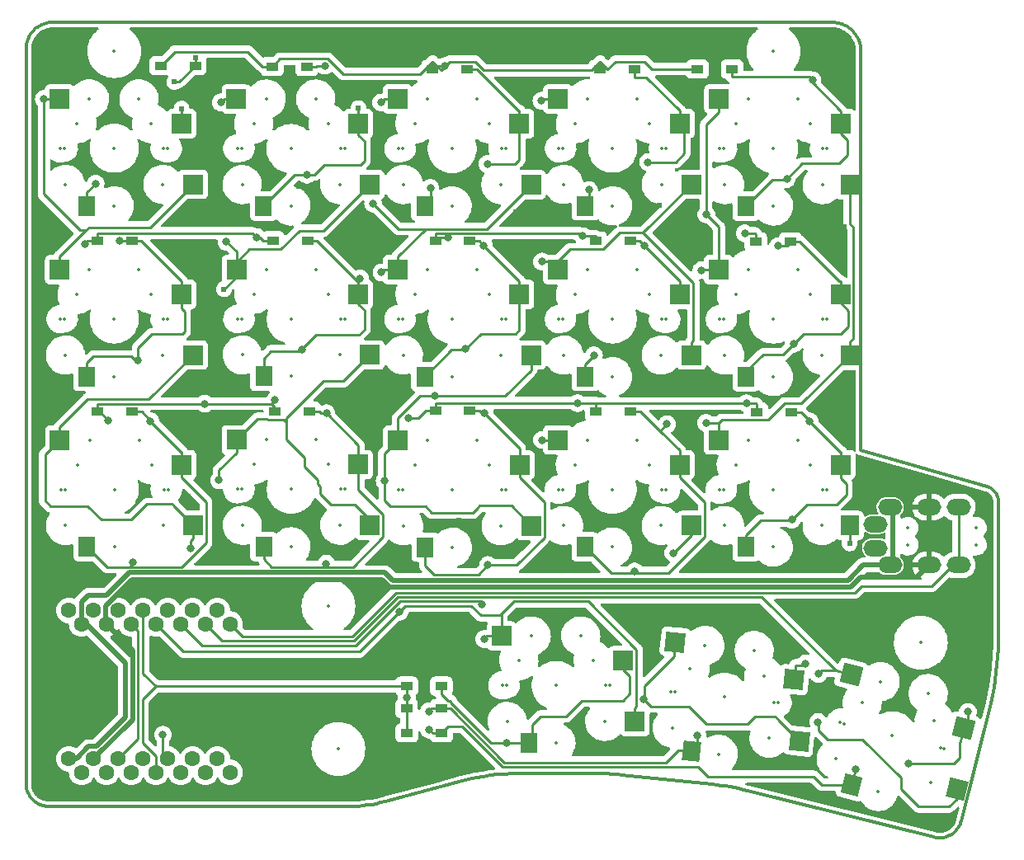
<source format=gtl>
%TF.GenerationSoftware,KiCad,Pcbnew,(6.0.6)*%
%TF.CreationDate,2022-10-07T23:53:13+09:00*%
%TF.ProjectId,split-mini,73706c69-742d-46d6-996e-692e6b696361,rev?*%
%TF.SameCoordinates,Original*%
%TF.FileFunction,Copper,L1,Top*%
%TF.FilePolarity,Positive*%
%FSLAX46Y46*%
G04 Gerber Fmt 4.6, Leading zero omitted, Abs format (unit mm)*
G04 Created by KiCad (PCBNEW (6.0.6)) date 2022-10-07 23:53:13*
%MOMM*%
%LPD*%
G01*
G04 APERTURE LIST*
G04 Aperture macros list*
%AMRotRect*
0 Rectangle, with rotation*
0 The origin of the aperture is its center*
0 $1 length*
0 $2 width*
0 $3 Rotation angle, in degrees counterclockwise*
0 Add horizontal line*
21,1,$1,$2,0,0,$3*%
G04 Aperture macros list end*
%TA.AperFunction,Profile*%
%ADD10C,0.349999*%
%TD*%
%TA.AperFunction,SMDPad,CuDef*%
%ADD11R,2.000000X2.000000*%
%TD*%
%TA.AperFunction,SMDPad,CuDef*%
%ADD12R,1.900000X2.000000*%
%TD*%
%TA.AperFunction,SMDPad,CuDef*%
%ADD13R,1.800000X2.000000*%
%TD*%
%TA.AperFunction,SMDPad,CuDef*%
%ADD14R,1.300000X0.950000*%
%TD*%
%TA.AperFunction,SMDPad,CuDef*%
%ADD15RotRect,2.000000X2.000000X174.000000*%
%TD*%
%TA.AperFunction,SMDPad,CuDef*%
%ADD16RotRect,1.800000X2.000000X174.000000*%
%TD*%
%TA.AperFunction,SMDPad,CuDef*%
%ADD17RotRect,2.000000X2.000000X166.000000*%
%TD*%
%TA.AperFunction,SMDPad,CuDef*%
%ADD18RotRect,1.800000X2.000000X166.000000*%
%TD*%
%TA.AperFunction,SMDPad,CuDef*%
%ADD19RotRect,1.950000X2.000000X166.000000*%
%TD*%
%TA.AperFunction,ComponentPad*%
%ADD20O,2.500000X1.700000*%
%TD*%
%TA.AperFunction,ComponentPad*%
%ADD21C,1.600000*%
%TD*%
%TA.AperFunction,ViaPad*%
%ADD22C,0.605000*%
%TD*%
%TA.AperFunction,ViaPad*%
%ADD23C,0.800000*%
%TD*%
%TA.AperFunction,Conductor*%
%ADD24C,0.250000*%
%TD*%
%TA.AperFunction,Conductor*%
%ADD25C,0.500000*%
%TD*%
%ADD26C,0.300000*%
%ADD27C,0.350000*%
%ADD28O,1.500000X1.000000*%
G04 APERTURE END LIST*
D10*
X120734058Y-85321050D02*
X120746346Y-84517181D01*
X94563467Y-99773630D02*
X95006416Y-99879974D01*
X21067121Y-99747413D02*
X21097288Y-99856121D01*
X95006416Y-99879974D02*
X95006416Y-99879974D01*
X106613959Y-23464589D02*
X106588365Y-23321274D01*
X21022792Y-99525582D02*
X21042263Y-99637170D01*
X21450528Y-100558221D02*
X21520346Y-100647842D01*
X23314208Y-21027240D02*
X23182826Y-21050152D01*
X120663178Y-69673555D02*
X120617953Y-69555976D01*
X120429619Y-69232038D02*
X120350533Y-69135311D01*
X116257734Y-104147387D02*
X116337281Y-104072331D01*
X65730083Y-98890289D02*
X65730083Y-98890289D01*
X104737877Y-21174101D02*
X104602654Y-21128344D01*
X120306060Y-89309528D02*
X120440307Y-88517806D01*
X106647491Y-64950611D02*
X106647491Y-23907794D01*
X114417834Y-104707695D02*
X114531519Y-104721167D01*
X22319756Y-101272024D02*
X22422725Y-101317646D01*
X21325017Y-100370023D02*
X21385392Y-100465551D01*
X116831755Y-103339065D02*
X116873233Y-103232363D01*
X114869318Y-104727193D02*
X114980256Y-104718084D01*
X116678483Y-103640152D02*
X116734207Y-103543064D01*
X21793434Y-21793513D02*
X21700478Y-21891184D01*
X106069327Y-22166530D02*
X105982931Y-22056589D01*
X105588428Y-21662081D02*
X105478488Y-21575683D01*
X104870037Y-21226211D02*
X104737877Y-21174101D01*
X79268402Y-98118347D02*
X79619825Y-98120645D01*
X119962618Y-68817891D02*
X119849615Y-68758387D01*
X120725055Y-69920137D02*
X120699003Y-69795107D01*
X21042263Y-99637170D02*
X21067121Y-99747413D01*
X120699003Y-69795107D02*
X120663178Y-69673555D01*
X81724553Y-98230937D02*
X82074291Y-98265381D01*
X119606995Y-68666672D02*
X106647491Y-64950611D01*
X21218860Y-100171147D02*
X21269480Y-100271825D01*
X21049932Y-23182830D02*
X21027007Y-23314210D01*
X23078052Y-101482078D02*
X23191759Y-101490535D01*
X20997490Y-99184639D02*
X21000327Y-99299127D01*
X115907617Y-104406218D02*
X115999590Y-104347927D01*
X105694026Y-21753553D02*
X105588428Y-21662081D01*
X105891460Y-21950990D02*
X105795097Y-21849917D01*
X23306244Y-101493370D02*
X54168747Y-101493347D01*
X23715622Y-20997488D02*
X23715622Y-20997488D01*
X21992830Y-21612950D02*
X21891115Y-21700567D01*
X57823814Y-101011581D02*
X57823814Y-101011581D01*
X120746346Y-84517181D02*
X120746346Y-70178646D01*
X120563702Y-69442866D02*
X120500800Y-69334721D01*
X120744992Y-70113118D02*
X120740961Y-70048149D01*
X21114721Y-22925043D02*
X21079201Y-23053033D01*
X21000556Y-23580829D02*
X20997215Y-23715622D01*
X93224898Y-99501293D02*
X93672605Y-99584271D01*
X115411094Y-104628832D02*
X115514710Y-104593834D01*
X116618357Y-103733828D02*
X116678483Y-103640152D01*
X55553294Y-101425245D02*
X56012088Y-101372398D01*
X21932681Y-101040365D02*
X22025351Y-101105499D01*
X79971141Y-98127542D02*
X80322305Y-98139037D01*
X94118828Y-99675056D02*
X94563467Y-99773630D01*
X119965073Y-90880112D02*
X120147626Y-90097149D01*
X21520346Y-100647842D02*
X21594767Y-100734227D01*
X21843058Y-100970549D02*
X21932681Y-101040365D01*
X116413290Y-103993343D02*
X116485588Y-103910527D01*
X114980256Y-104718084D02*
X115090076Y-104703590D01*
X92325451Y-99358830D02*
X92775813Y-99426140D01*
X119790967Y-68731954D02*
X119730949Y-68707815D01*
X22207471Y-21454070D02*
X22098356Y-21530754D01*
X103737228Y-20997492D02*
X23715622Y-20997488D01*
X116088715Y-104285289D02*
X116174821Y-104218407D01*
X105982931Y-22056589D02*
X105891460Y-21950990D01*
X104034787Y-21012522D02*
X103886991Y-21001281D01*
X116337281Y-104072331D02*
X116413290Y-103993343D01*
X22634779Y-101393589D02*
X22743485Y-101423753D01*
X23182826Y-21050152D02*
X23053027Y-21079407D01*
X21156400Y-22799082D02*
X21114721Y-22925043D01*
X21700478Y-21891184D02*
X21612850Y-21992890D01*
X105364387Y-21494542D02*
X105246308Y-21418842D01*
X22435573Y-21317612D02*
X22319950Y-21382992D01*
X69367896Y-98227495D02*
X70105548Y-98166918D01*
X22925033Y-21114915D02*
X22799069Y-21156581D01*
X103737228Y-20997492D02*
X103737228Y-20997492D01*
X115812969Y-104460058D02*
X115907617Y-104406218D01*
X54631255Y-101485768D02*
X55092893Y-101463051D01*
X82074291Y-98265381D02*
X91421310Y-99247810D01*
X104464550Y-21089126D02*
X104323750Y-21056627D01*
X21010518Y-23446950D02*
X21000556Y-23580829D01*
X104180434Y-21031031D02*
X104034787Y-21012522D01*
X119606995Y-68666672D02*
X119606995Y-68666672D01*
X22098356Y-21530754D02*
X21992830Y-21612950D01*
X115514710Y-104593834D02*
X115616343Y-104553970D01*
X21453948Y-22207514D02*
X21382859Y-22319987D01*
X106418789Y-22774986D02*
X106360509Y-22646071D01*
X106470898Y-22907146D02*
X106418789Y-22774986D01*
X80322305Y-98139037D02*
X80673272Y-98155126D01*
X21673714Y-100817184D02*
X21673714Y-100817184D01*
X106643705Y-23758032D02*
X106632466Y-23610236D01*
X55092893Y-101463051D02*
X55553294Y-101425245D01*
X80673272Y-98155126D02*
X81023999Y-98175807D01*
X105246308Y-21418842D02*
X105124435Y-21348765D01*
X106647491Y-64950611D02*
X106647491Y-64950611D01*
X57823814Y-101011581D02*
X65730083Y-98890289D01*
X56468906Y-101304560D02*
X56923379Y-101221779D01*
X79268402Y-98118347D02*
X79268402Y-98118347D01*
X106296240Y-22520586D02*
X106226164Y-22398712D01*
X70105548Y-98166918D02*
X70845185Y-98130517D01*
X116940735Y-103010071D02*
X116940735Y-103010071D01*
X54168747Y-101493347D02*
X54168747Y-101493347D01*
X119730949Y-68707815D02*
X119669610Y-68686034D01*
X106647491Y-23907794D02*
X106643705Y-23758032D01*
X21204145Y-22675373D02*
X21156400Y-22799082D01*
X116554001Y-103823988D02*
X116618357Y-103733828D01*
X56012088Y-101372398D02*
X56468906Y-101304560D01*
X57375138Y-101124103D02*
X57823814Y-101011581D01*
X120746346Y-70178646D02*
X120744992Y-70113118D01*
X67900910Y-98420864D02*
X68632820Y-98312169D01*
X21000327Y-99299127D02*
X21008788Y-99412838D01*
X23053027Y-21079407D02*
X22925033Y-21114915D01*
X91421310Y-99247810D02*
X91873916Y-99299381D01*
X71586216Y-98118370D02*
X71586216Y-98118370D01*
X21382859Y-22319987D02*
X21317467Y-22435603D01*
X20997490Y-99184639D02*
X20997490Y-99184639D01*
X21673714Y-100817184D02*
X21756673Y-100896129D01*
X114189873Y-104662933D02*
X114189873Y-104662933D01*
X21612850Y-21992890D02*
X21530643Y-22098408D01*
X23191759Y-101490535D02*
X23306244Y-101493370D01*
X82074291Y-98265381D02*
X82074291Y-98265381D01*
X115090076Y-104703590D02*
X115198604Y-104683814D01*
X21891115Y-21700567D02*
X21793434Y-21793513D01*
X106632466Y-23610236D02*
X106613959Y-23464589D01*
X92775813Y-99426140D02*
X93224898Y-99501293D01*
X120697243Y-86123603D02*
X120734058Y-85321050D01*
X22965311Y-101468076D02*
X23078052Y-101482078D01*
X114757434Y-104730812D02*
X114869318Y-104727193D01*
X21756673Y-100896129D02*
X21843058Y-100970549D01*
X116940735Y-103010071D02*
X119965073Y-90880112D01*
X120734300Y-69983801D02*
X120725055Y-69920137D01*
X119669610Y-68686034D02*
X119606995Y-68666672D01*
X23580829Y-21000816D02*
X23446950Y-21010763D01*
X115999590Y-104347927D02*
X116088715Y-104285289D01*
X106226164Y-22398712D02*
X106150466Y-22280632D01*
X81374440Y-98201078D02*
X81724553Y-98230937D01*
X104998950Y-21284494D02*
X104870037Y-21226211D01*
X22120879Y-101165872D02*
X22219077Y-101221407D01*
X116485588Y-103910527D02*
X116554001Y-103823988D01*
X21079201Y-23053033D02*
X21049932Y-23182830D01*
X23446950Y-21010763D02*
X23314208Y-21027240D01*
X116909617Y-103122663D02*
X116940735Y-103010071D01*
X22554116Y-21258022D02*
X22435573Y-21317612D01*
X120147626Y-90097149D02*
X120306060Y-89309528D01*
X21530643Y-22098408D02*
X21453948Y-22207514D01*
X106588365Y-23321274D02*
X106555869Y-23180473D01*
X120635967Y-86924286D02*
X120697243Y-86123603D01*
X116873233Y-103232363D02*
X116909617Y-103122663D01*
X68632820Y-98312169D02*
X69367896Y-98227495D01*
X22743485Y-101423753D02*
X22853726Y-101448609D01*
X120440307Y-88517806D02*
X120550299Y-87722539D01*
X22527796Y-101358194D02*
X22634779Y-101393589D01*
X21132686Y-99963106D02*
X21173236Y-100068177D01*
X22025351Y-101105499D02*
X22120879Y-101165872D01*
X95006416Y-99879974D02*
X114189873Y-104662933D01*
X21385392Y-100465551D02*
X21450528Y-100558221D01*
X21008788Y-99412838D02*
X21022792Y-99525582D01*
X115198604Y-104683814D02*
X115305668Y-104658860D01*
X67172756Y-98553501D02*
X67900910Y-98420864D01*
X106150466Y-22280632D02*
X106069327Y-22166530D01*
X21097288Y-99856121D02*
X21132686Y-99963106D01*
X120500800Y-69334721D02*
X120429619Y-69232038D01*
X21027007Y-23314210D02*
X21010518Y-23446950D01*
X116174821Y-104218407D02*
X116257734Y-104147387D01*
X120263917Y-69045037D02*
X120170143Y-68961712D01*
X70845185Y-98130517D02*
X71586216Y-98118370D01*
X91421310Y-99247810D02*
X91421310Y-99247810D01*
X22675355Y-21204314D02*
X22554116Y-21258022D01*
X21257865Y-22554139D02*
X21204145Y-22675373D01*
X22422725Y-101317646D02*
X22527796Y-101358194D01*
X114644776Y-104728838D02*
X114757434Y-104730812D01*
X116734207Y-103543064D02*
X116785355Y-103442667D01*
X120350533Y-69135311D02*
X120263917Y-69045037D01*
X120550299Y-87722539D02*
X120635967Y-86924286D01*
X21594767Y-100734227D02*
X21673714Y-100817184D01*
X106360509Y-22646071D02*
X106296240Y-22520586D01*
X79619825Y-98120645D02*
X79971141Y-98127542D01*
X115715821Y-104509343D02*
X115812969Y-104460058D01*
X120746346Y-70178646D02*
X120746346Y-70178646D01*
X20997215Y-23715622D02*
X20997215Y-23715622D01*
X104323750Y-21056627D02*
X104180434Y-21031031D01*
X71586216Y-98118370D02*
X79268402Y-98118347D01*
X105795097Y-21849917D02*
X105694026Y-21753553D01*
X119849615Y-68758387D02*
X119790967Y-68731954D01*
X54168747Y-101493347D02*
X54631255Y-101485768D01*
X116785355Y-103442667D02*
X116831755Y-103339065D01*
X120170143Y-68961712D02*
X120069586Y-68885831D01*
X66448951Y-98710002D02*
X67172756Y-98553501D01*
X104602654Y-21128344D02*
X104464550Y-21089126D01*
X114189873Y-104662933D02*
X114303894Y-104688319D01*
X22799069Y-21156581D02*
X22675355Y-21204314D01*
X120746346Y-84517181D02*
X120746346Y-84517181D01*
X120617953Y-69555976D02*
X120563702Y-69442866D01*
X114303894Y-104688319D02*
X114417834Y-104707695D01*
X106555869Y-23180473D02*
X106516652Y-23042369D01*
X65730083Y-98890289D02*
X66448951Y-98710002D01*
X81023999Y-98175807D02*
X81374440Y-98201078D01*
X21173236Y-100068177D02*
X21218860Y-100171147D01*
X115616343Y-104553970D02*
X115715821Y-104509343D01*
X106516652Y-23042369D02*
X106470898Y-22907146D01*
X23715622Y-20997488D02*
X23580829Y-21000816D01*
X120740961Y-70048149D02*
X120734300Y-69983801D01*
X22219077Y-101221407D02*
X22319756Y-101272024D01*
X56923379Y-101221779D02*
X57375138Y-101124103D01*
X103886991Y-21001281D02*
X103737228Y-20997492D01*
X22853726Y-101448609D02*
X22965311Y-101468076D01*
X105478488Y-21575683D02*
X105364387Y-21494542D01*
X119965073Y-90880112D02*
X119965073Y-90880112D01*
X105124435Y-21348765D02*
X104998950Y-21284494D01*
X21793434Y-21793513D02*
X21793434Y-21793513D01*
X93672605Y-99584271D02*
X94118828Y-99675056D01*
X21317467Y-22435603D02*
X21257865Y-22554139D01*
X20997215Y-23715622D02*
X20997490Y-99184639D01*
X23306244Y-101493370D02*
X23306244Y-101493370D01*
X22319950Y-21382992D02*
X22207471Y-21454070D01*
X91873916Y-99299381D02*
X92325451Y-99358830D01*
X120069586Y-68885831D02*
X119962618Y-68817891D01*
X21269480Y-100271825D02*
X21325017Y-100370023D01*
X115305668Y-104658860D02*
X115411094Y-104628832D01*
X114531519Y-104721167D02*
X114644776Y-104728838D01*
D11*
%TO.P,SW10,1,1*%
%TO.N,col4*%
X92080000Y-46390000D03*
D12*
X105500000Y-55170000D03*
D13*
%TO.P,SW10,2,2*%
%TO.N,Net-(D10-Pad2)*%
X94880000Y-57370000D03*
D11*
X104580000Y-48930000D03*
%TD*%
D14*
%TO.P,D13,1,K*%
%TO.N,row2*%
X62985000Y-60890000D03*
%TO.P,D13,2,A*%
%TO.N,Net-(D13-Pad2)*%
X66535000Y-60890000D03*
%TD*%
D11*
%TO.P,SW13,1,1*%
%TO.N,col2*%
X59140000Y-63900000D03*
X72840000Y-72680000D03*
D13*
%TO.P,SW13,2,2*%
%TO.N,Net-(D13-Pad2)*%
X61940000Y-74880000D03*
D11*
X71640000Y-66440000D03*
%TD*%
%TO.P,SW9,1,1*%
%TO.N,col3*%
X75570000Y-46380000D03*
X89270000Y-55160000D03*
D13*
%TO.P,SW9,2,2*%
%TO.N,Net-(D9-Pad2)*%
X78370000Y-57360000D03*
D11*
X88070000Y-48920000D03*
%TD*%
D14*
%TO.P,D10,1,K*%
%TO.N,row1*%
X95865000Y-43530000D03*
%TO.P,D10,2,A*%
%TO.N,Net-(D10-Pad2)*%
X99415000Y-43530000D03*
%TD*%
D11*
%TO.P,SW7,1,1*%
%TO.N,col1*%
X42580000Y-46370000D03*
X56280000Y-55150000D03*
D13*
%TO.P,SW7,2,2*%
%TO.N,Net-(D7-Pad2)*%
X45380000Y-57350000D03*
D11*
X55080000Y-48910000D03*
%TD*%
D15*
%TO.P,SW17,1,1*%
%TO.N,col3*%
X87614582Y-84649169D03*
X100321772Y-94813112D03*
D16*
%TO.P,SW17,2,2*%
%TO.N,Net-(D17-Pad2)*%
X89251521Y-95861699D03*
D15*
X99780603Y-88481861D03*
%TD*%
D11*
%TO.P,SW6,1,1*%
%TO.N,col0*%
X24440000Y-46380000D03*
X38140000Y-55160000D03*
D13*
%TO.P,SW6,2,2*%
%TO.N,Net-(D6-Pad2)*%
X27240000Y-57360000D03*
D11*
X36940000Y-48920000D03*
%TD*%
%TO.P,SW11,1,1*%
%TO.N,col0*%
X24450000Y-63880000D03*
X38150000Y-72660000D03*
D13*
%TO.P,SW11,2,2*%
%TO.N,Net-(D11-Pad2)*%
X27250000Y-74860000D03*
D11*
X36950000Y-66420000D03*
%TD*%
%TO.P,SW3,1,1*%
%TO.N,col2*%
X59110000Y-28870000D03*
X72810000Y-37650000D03*
D13*
%TO.P,SW3,2,2*%
%TO.N,Net-(D3-Pad2)*%
X61910000Y-39850000D03*
D11*
X71610000Y-31410000D03*
%TD*%
%TO.P,SW5,2,2*%
%TO.N,Net-(D5-Pad2)*%
X104590000Y-31420000D03*
D13*
X94890000Y-39860000D03*
D12*
%TO.P,SW5,1,1*%
%TO.N,col4*%
X105500000Y-37660000D03*
D11*
X92090000Y-28880000D03*
%TD*%
%TO.P,SW15,1,1*%
%TO.N,col4*%
X92070000Y-63880000D03*
D12*
X105500000Y-72660000D03*
D13*
%TO.P,SW15,2,2*%
%TO.N,Net-(D15-Pad2)*%
X94870000Y-74860000D03*
D11*
X104570000Y-66420000D03*
%TD*%
%TO.P,SW16,1,1*%
%TO.N,col2*%
X69770000Y-84000000D03*
X83470000Y-92780000D03*
D13*
%TO.P,SW16,2,2*%
%TO.N,Net-(D16-Pad2)*%
X72570000Y-94980000D03*
D11*
X82270000Y-86540000D03*
%TD*%
D17*
%TO.P,SW18,2,2*%
%TO.N,Net-(D18-Pad2)*%
X117178622Y-93443710D03*
D18*
X105724933Y-99286363D03*
D19*
%TO.P,SW18,1,1*%
%TO.N,col4*%
X116500000Y-99700000D03*
D17*
X105664407Y-87955135D03*
%TD*%
D11*
%TO.P,SW8,1,1*%
%TO.N,col2*%
X59110000Y-46380000D03*
X72810000Y-55160000D03*
D13*
%TO.P,SW8,2,2*%
%TO.N,Net-(D8-Pad2)*%
X61910000Y-57360000D03*
D11*
X71610000Y-48920000D03*
%TD*%
%TO.P,SW2,1,1*%
%TO.N,col1*%
X42570000Y-28870000D03*
X56270000Y-37650000D03*
D13*
%TO.P,SW2,2,2*%
%TO.N,Net-(D2-Pad2)*%
X45370000Y-39850000D03*
D11*
X55070000Y-31410000D03*
%TD*%
%TO.P,SW12,1,1*%
%TO.N,col1*%
X42580000Y-63860000D03*
X56280000Y-72640000D03*
D13*
%TO.P,SW12,2,2*%
%TO.N,Net-(D12-Pad2)*%
X45380000Y-74840000D03*
D11*
X55080000Y-66400000D03*
%TD*%
%TO.P,SW14,1,1*%
%TO.N,col3*%
X75560000Y-63880000D03*
X89260000Y-72660000D03*
D13*
%TO.P,SW14,2,2*%
%TO.N,Net-(D14-Pad2)*%
X78360000Y-74860000D03*
D11*
X88060000Y-66420000D03*
%TD*%
%TO.P,SW1,1,1*%
%TO.N,col0*%
X24440000Y-28850000D03*
X38140000Y-37630000D03*
D13*
%TO.P,SW1,2,2*%
%TO.N,Net-(D1-Pad2)*%
X27240000Y-39830000D03*
D11*
X36940000Y-31390000D03*
%TD*%
%TO.P,SW4,1,1*%
%TO.N,col3*%
X75580000Y-28850000D03*
X89280000Y-37630000D03*
D13*
%TO.P,SW4,2,2*%
%TO.N,Net-(D4-Pad2)*%
X78380000Y-39830000D03*
D11*
X88080000Y-31390000D03*
%TD*%
D14*
%TO.P,D7,1,K*%
%TO.N,row1*%
X46315000Y-43410000D03*
%TO.P,D7,2,A*%
%TO.N,Net-(D7-Pad2)*%
X49865000Y-43410000D03*
%TD*%
%TO.P,D6,1,K*%
%TO.N,row1*%
X28305000Y-43450000D03*
%TO.P,D6,2,A*%
%TO.N,Net-(D6-Pad2)*%
X31855000Y-43450000D03*
%TD*%
%TO.P,D9,1,K*%
%TO.N,row1*%
X79415000Y-43450000D03*
%TO.P,D9,2,A*%
%TO.N,Net-(D9-Pad2)*%
X82965000Y-43450000D03*
%TD*%
%TO.P,D16,1,K*%
%TO.N,row3*%
X60055000Y-89150000D03*
%TO.P,D16,2,A*%
%TO.N,Net-(D16-Pad2)*%
X63605000Y-89150000D03*
%TD*%
%TO.P,D11,1,K*%
%TO.N,row2*%
X28315000Y-60950000D03*
%TO.P,D11,2,A*%
%TO.N,Net-(D11-Pad2)*%
X31865000Y-60950000D03*
%TD*%
%TO.P,D14,1,K*%
%TO.N,row2*%
X79475000Y-60910000D03*
%TO.P,D14,2,A*%
%TO.N,Net-(D14-Pad2)*%
X83025000Y-60910000D03*
%TD*%
%TO.P,D17,1,K*%
%TO.N,row3*%
X60035000Y-91450000D03*
%TO.P,D17,2,A*%
%TO.N,Net-(D17-Pad2)*%
X63585000Y-91450000D03*
%TD*%
%TO.P,D1,1,K*%
%TO.N,row0*%
X34795000Y-25440000D03*
%TO.P,D1,2,A*%
%TO.N,Net-(D1-Pad2)*%
X38345000Y-25440000D03*
%TD*%
%TO.P,D18,1,K*%
%TO.N,row3*%
X60075000Y-93940000D03*
%TO.P,D18,2,A*%
%TO.N,Net-(D18-Pad2)*%
X63625000Y-93940000D03*
%TD*%
%TO.P,D4,1,K*%
%TO.N,row0*%
X79895000Y-25820000D03*
%TO.P,D4,2,A*%
%TO.N,Net-(D4-Pad2)*%
X83445000Y-25820000D03*
%TD*%
D20*
%TO.P,J1,A*%
%TO.N,unconnected-(J1-PadA)*%
X108160000Y-74975000D03*
X108160000Y-72525000D03*
%TO.P,J1,B*%
%TO.N,data*%
X116660000Y-76725000D03*
X116660000Y-70775000D03*
%TO.P,J1,C*%
%TO.N,GND*%
X113660000Y-76725000D03*
X113660000Y-70775000D03*
%TO.P,J1,D*%
%TO.N,VCC*%
X109660000Y-76725000D03*
X109660000Y-70775000D03*
%TD*%
D14*
%TO.P,D3,1,K*%
%TO.N,row0*%
X62715000Y-25820000D03*
%TO.P,D3,2,A*%
%TO.N,Net-(D3-Pad2)*%
X66265000Y-25820000D03*
%TD*%
D21*
%TO.P,U1,1,GP26*%
%TO.N,row0*%
X26686500Y-98011200D03*
X25387500Y-81378700D03*
%TO.P,U1,2,GP27*%
%TO.N,row1*%
X27927500Y-81378700D03*
X29226500Y-98011200D03*
%TO.P,U1,3,GP28*%
%TO.N,row2*%
X30467500Y-81378700D03*
X31766500Y-98011200D03*
%TO.P,U1,4,GP29*%
%TO.N,row3*%
X34306500Y-98011200D03*
X33007500Y-81378700D03*
%TO.P,U1,5,GP6_SDA*%
%TO.N,col0*%
X35547500Y-81378700D03*
X36846500Y-98011200D03*
%TO.P,U1,6,GP7_SCL*%
%TO.N,col1*%
X38087500Y-81378700D03*
X39386500Y-98011200D03*
%TO.P,U1,7,GP0_TX*%
%TO.N,unconnected-(U1-Pad7)*%
X40627500Y-81378700D03*
X41926500Y-98011200D03*
%TO.P,U1,8,GP1_RX*%
%TO.N,data*%
X41926500Y-82776200D03*
X40627500Y-96613700D03*
%TO.P,U1,9,GP2*%
%TO.N,col4*%
X39386500Y-82776200D03*
X38087500Y-96613700D03*
%TO.P,U1,10,GP4*%
%TO.N,col3*%
X35547500Y-96613700D03*
X36846500Y-82776200D03*
%TO.P,U1,11,GP3*%
%TO.N,col2*%
X34306500Y-82776200D03*
X33007500Y-96613700D03*
%TO.P,U1,12,3V3*%
%TO.N,unconnected-(U1-Pad12)*%
X31766500Y-82776200D03*
X30467500Y-96613700D03*
%TO.P,U1,13,GND*%
%TO.N,GND*%
X27927500Y-96613700D03*
X29226500Y-82776200D03*
%TO.P,U1,14,5V*%
%TO.N,VCC*%
X26686500Y-82776200D03*
X25387500Y-96613700D03*
%TD*%
D14*
%TO.P,D15,1,K*%
%TO.N,row2*%
X95985000Y-61020000D03*
%TO.P,D15,2,A*%
%TO.N,Net-(D15-Pad2)*%
X99535000Y-61020000D03*
%TD*%
%TO.P,D5,1,K*%
%TO.N,row0*%
X89885000Y-25800000D03*
%TO.P,D5,2,A*%
%TO.N,Net-(D5-Pad2)*%
X93435000Y-25800000D03*
%TD*%
%TO.P,D8,1,K*%
%TO.N,row1*%
X62985000Y-43450000D03*
%TO.P,D8,2,A*%
%TO.N,Net-(D8-Pad2)*%
X66535000Y-43450000D03*
%TD*%
%TO.P,D2,1,K*%
%TO.N,row0*%
X46245000Y-25530000D03*
%TO.P,D2,2,A*%
%TO.N,Net-(D2-Pad2)*%
X49795000Y-25530000D03*
%TD*%
%TO.P,D12,1,K*%
%TO.N,row2*%
X46535000Y-60920000D03*
%TO.P,D12,2,A*%
%TO.N,Net-(D12-Pad2)*%
X50085000Y-60920000D03*
%TD*%
D22*
%TO.N,col1*%
X41300000Y-48400000D03*
%TO.N,col0*%
X24302500Y-63902500D03*
%TO.N,GND*%
X95200000Y-70800000D03*
X78400000Y-70100000D03*
X60300000Y-76100000D03*
X65400000Y-72100000D03*
X88900000Y-62100000D03*
X104500000Y-59400000D03*
%TO.N,col4*%
X105500000Y-74500000D03*
%TO.N,GND*%
X61800000Y-35500000D03*
X56200000Y-27800000D03*
%TO.N,Net-(D2-Pad2)*%
X55100000Y-29800000D03*
%TO.N,Net-(D1-Pad2)*%
X38345000Y-24655000D03*
X36200000Y-27100000D03*
X36940000Y-29860800D03*
%TO.N,GND*%
X78300000Y-52100000D03*
X84400000Y-53000000D03*
X37600000Y-69700000D03*
X24000000Y-77100000D03*
X33000000Y-69500000D03*
X26700000Y-34800000D03*
X22100000Y-52000000D03*
X36800000Y-58900000D03*
X22300000Y-63700000D03*
X90600000Y-76300000D03*
X43800000Y-27200000D03*
X24800000Y-23000000D03*
X49000000Y-37800000D03*
X59700000Y-40500000D03*
X84200000Y-34000000D03*
X78100000Y-34900000D03*
X100782990Y-34482844D03*
X100800000Y-33500000D03*
X76800000Y-26800000D03*
X72700000Y-27600000D03*
X86000000Y-39800000D03*
X71200000Y-40500000D03*
X74397134Y-40391878D03*
X74900000Y-44100000D03*
X56485646Y-43782888D03*
X55400000Y-41100000D03*
X45500000Y-36400000D03*
X39356699Y-27958175D03*
X71200000Y-44200000D03*
X88300000Y-41600000D03*
X95400000Y-54100000D03*
X92797713Y-58771654D03*
X88300000Y-58800000D03*
X103200000Y-42000000D03*
X30500000Y-30400000D03*
X72500000Y-58600000D03*
X65800000Y-84200000D03*
X89400000Y-44200000D03*
X104900000Y-42000000D03*
X39500000Y-31100000D03*
X39500000Y-44800000D03*
X22172493Y-43298334D03*
X38800000Y-57500000D03*
X37800000Y-62500000D03*
X39000000Y-50800000D03*
X56400000Y-58200000D03*
X103276620Y-24266557D03*
X95100000Y-81500000D03*
X101300000Y-90900000D03*
X98700000Y-96700000D03*
X100800000Y-99500000D03*
X84500000Y-96100000D03*
X76000000Y-81400000D03*
X75000000Y-77100000D03*
X105200000Y-81500000D03*
X39000000Y-87700000D03*
X42700000Y-40800000D03*
X94600000Y-34700000D03*
X37200000Y-41000000D03*
X24600000Y-42600000D03*
X36100000Y-44200000D03*
X41900000Y-76200000D03*
X104200000Y-76200000D03*
X46700000Y-92200000D03*
X57100000Y-86200000D03*
X72700000Y-61500000D03*
X56700000Y-62600000D03*
X42600000Y-58900000D03*
D23*
%TO.N,Net-(D10-Pad2)*%
X99755000Y-54005000D03*
%TO.N,Net-(D14-Pad2)*%
X83440000Y-77370000D03*
%TO.N,Net-(D5-Pad2)*%
X99060000Y-37080000D03*
%TO.N,Net-(D2-Pad2)*%
X49820000Y-36650000D03*
%TO.N,Net-(D6-Pad2)*%
X32500000Y-55700000D03*
%TO.N,Net-(D12-Pad2)*%
X51800000Y-76580000D03*
%TO.N,Net-(D8-Pad2)*%
X66100000Y-54520000D03*
%TO.N,Net-(D13-Pad2)*%
X68383500Y-76716500D03*
X68029100Y-61115000D03*
%TO.N,col3*%
X87410000Y-75480000D03*
%TO.N,Net-(D15-Pad2)*%
X99575000Y-72055000D03*
%TO.N,Net-(D18-Pad2)*%
X106119400Y-97703900D03*
%TO.N,col4*%
X90300000Y-46440000D03*
%TO.N,Net-(D9-Pad2)*%
X79260000Y-55180000D03*
%TO.N,col3*%
X73870000Y-29050000D03*
%TO.N,Net-(D4-Pad2)*%
X78750000Y-38200000D03*
%TO.N,col1*%
X40970000Y-29210000D03*
%TO.N,Net-(D3-Pad2)*%
X62480000Y-37990000D03*
%TO.N,col2*%
X57420000Y-29220000D03*
X57784700Y-68075300D03*
X57460000Y-46680000D03*
%TO.N,Net-(D7-Pad2)*%
X49330000Y-54580000D03*
X55246400Y-47293600D03*
%TO.N,Net-(D11-Pad2)*%
X31940000Y-76410000D03*
%TO.N,Net-(D1-Pad2)*%
X28130000Y-37560000D03*
%TO.N,col4*%
X102300000Y-87910000D03*
X102259850Y-92839850D03*
%TO.N,col2*%
X67980000Y-84320000D03*
%TO.N,Net-(D17-Pad2)*%
X89890000Y-94220000D03*
%TO.N,Net-(D18-Pad2)*%
X111556100Y-97130000D03*
X117630000Y-91810000D03*
%TO.N,col4*%
X90770000Y-62120200D03*
X90791000Y-40714500D03*
%TO.N,col3*%
X84363500Y-90471900D03*
X35031000Y-94145500D03*
X73931500Y-45555100D03*
X73942700Y-63871000D03*
X67800000Y-80729500D03*
%TO.N,col2*%
X59313797Y-81513797D03*
X62962800Y-59362500D03*
X56610000Y-39604900D03*
%TO.N,col1*%
X40792700Y-68003600D03*
X41560000Y-43530000D03*
%TO.N,col0*%
X22813600Y-28850000D03*
X37891100Y-74973600D03*
%TO.N,row3*%
X60055000Y-90300000D03*
%TO.N,row2*%
X94901500Y-60109700D03*
X46535000Y-59804800D03*
X29429000Y-61851500D03*
X77577400Y-60089700D03*
X39327400Y-60149700D03*
X60200600Y-61632800D03*
%TO.N,Net-(D18-Pad2)*%
X62359400Y-93627600D03*
%TO.N,Net-(D17-Pad2)*%
X62312900Y-91746800D03*
X100974700Y-86825400D03*
%TO.N,Net-(D16-Pad2)*%
X70271600Y-94980000D03*
%TO.N,Net-(D15-Pad2)*%
X101390200Y-61955200D03*
%TO.N,Net-(D14-Pad2)*%
X86760000Y-62260400D03*
%TO.N,Net-(D12-Pad2)*%
X51808100Y-61130000D03*
%TO.N,Net-(D11-Pad2)*%
X33760500Y-61952000D03*
%TO.N,row1*%
X64255100Y-43049800D03*
X78124400Y-42937300D03*
X94732300Y-42657300D03*
X27028600Y-43751100D03*
X44665700Y-43054500D03*
%TO.N,Net-(D10-Pad2)*%
X98163200Y-43966200D03*
%TO.N,Net-(D9-Pad2)*%
X84426700Y-43936300D03*
%TO.N,Net-(D8-Pad2)*%
X67957800Y-43897400D03*
%TO.N,Net-(D6-Pad2)*%
X30597600Y-43450000D03*
%TO.N,Net-(D5-Pad2)*%
X101689900Y-26940100D03*
%TO.N,Net-(D4-Pad2)*%
X84810000Y-35350000D03*
%TO.N,Net-(D3-Pad2)*%
X68340000Y-35530000D03*
%TO.N,Net-(D2-Pad2)*%
X51663100Y-25449000D03*
%TO.N,row0*%
X63972700Y-25476100D03*
%TD*%
D24*
%TO.N,col2*%
X59313797Y-81513797D02*
X59922594Y-80905000D01*
X59922594Y-80905000D02*
X66705000Y-80905000D01*
X66705000Y-80905000D02*
X67700000Y-81900000D01*
X67700000Y-81900000D02*
X69600000Y-81900000D01*
X69600000Y-81900000D02*
X69770000Y-81730000D01*
X69770000Y-84000000D02*
X69770000Y-81730000D01*
X69770000Y-81730000D02*
X71045000Y-80455000D01*
X71045000Y-80455000D02*
X78681200Y-80455000D01*
X78681200Y-80455000D02*
X83636500Y-85410300D01*
X83636500Y-85410300D02*
X83636500Y-91288200D01*
X83470000Y-91454700D02*
X83470000Y-92780000D01*
X83636500Y-91288200D02*
X83470000Y-91454700D01*
D25*
%TO.N,VCC*%
X26686500Y-82776200D02*
X27176200Y-82776200D01*
X27176200Y-82776200D02*
X31200000Y-86800000D01*
X31200000Y-86800000D02*
X31200000Y-92351250D01*
X31200000Y-92351250D02*
X28187550Y-95363700D01*
X28187550Y-95363700D02*
X27409733Y-95363700D01*
X27409733Y-95363700D02*
X26159733Y-96613700D01*
X26159733Y-96613700D02*
X25387500Y-96613700D01*
%TO.N,GND*%
X29226500Y-82776200D02*
X31925000Y-85474700D01*
X31925000Y-85474700D02*
X31925000Y-92616200D01*
X31925000Y-92616200D02*
X27927500Y-96613700D01*
D24*
%TO.N,row3*%
X34306500Y-89150000D02*
X32950000Y-90506500D01*
X32950000Y-90506500D02*
X32950000Y-94965209D01*
X32950000Y-94965209D02*
X34306500Y-96321709D01*
X34306500Y-96321709D02*
X34306500Y-98011200D01*
%TO.N,unconnected-(U1-Pad12)*%
X30467500Y-96613700D02*
X32500000Y-94581200D01*
X32500000Y-83509700D02*
X31766500Y-82776200D01*
X32500000Y-94581200D02*
X32500000Y-83509700D01*
%TO.N,col1*%
X42580000Y-47120000D02*
X41300000Y-48400000D01*
X42580000Y-46370000D02*
X42580000Y-47120000D01*
%TO.N,col4*%
X105500000Y-74500000D02*
X105500000Y-72660000D01*
X92070000Y-62120200D02*
X92369900Y-61820300D01*
X92369900Y-61820300D02*
X97127700Y-61820300D01*
X97127700Y-61820300D02*
X98838100Y-60109900D01*
X98838100Y-60109900D02*
X100560100Y-60109900D01*
X100560100Y-60109900D02*
X105500000Y-55170000D01*
%TO.N,Net-(D18-Pad2)*%
X63625000Y-93940000D02*
X64265000Y-93300000D01*
X64265000Y-93300000D02*
X65737208Y-93300000D01*
X65737208Y-93300000D02*
X69880708Y-97443500D01*
X101785100Y-98444900D02*
X101790000Y-98440000D01*
X69880708Y-97443500D02*
X89929100Y-97443500D01*
X89929100Y-97443500D02*
X90923000Y-98437400D01*
X101790000Y-98440000D02*
X102636400Y-99286400D01*
X102636400Y-99286400D02*
X105724900Y-99286400D01*
X90923000Y-98437400D02*
X91100800Y-98437400D01*
X91100800Y-98437400D02*
X91108300Y-98444900D01*
X91108300Y-98444900D02*
X101785100Y-98444900D01*
X105724900Y-99286400D02*
X106119400Y-97703900D01*
%TO.N,Net-(D17-Pad2)*%
X63097400Y-91450000D02*
X64523604Y-91450000D01*
X70067104Y-96993500D02*
X86619900Y-96993500D01*
X64523604Y-91450000D02*
X70067104Y-96993500D01*
X86619900Y-96993500D02*
X87894300Y-95719100D01*
X87894300Y-95719100D02*
X89251500Y-95861700D01*
%TO.N,Net-(D6-Pad2)*%
X32500000Y-55700000D02*
X32500000Y-54400000D01*
X32500000Y-54400000D02*
X33880000Y-53020000D01*
X37270000Y-52750000D02*
X37270000Y-50700000D01*
X37270000Y-50700000D02*
X36940000Y-50370000D01*
X33880000Y-53020000D02*
X37000000Y-53020000D01*
X37000000Y-53020000D02*
X37270000Y-52750000D01*
X36940000Y-50370000D02*
X36940000Y-48920000D01*
X32500000Y-55700000D02*
X32200000Y-55700000D01*
X27240000Y-55980000D02*
X27240000Y-57360000D01*
X32200000Y-55700000D02*
X31800000Y-55300000D01*
X31800000Y-55300000D02*
X27920000Y-55300000D01*
X27920000Y-55300000D02*
X27240000Y-55980000D01*
%TO.N,Net-(D1-Pad2)*%
X36685000Y-27100000D02*
X36200000Y-27100000D01*
X38345000Y-25440000D02*
X36685000Y-27100000D01*
%TO.N,row0*%
X46245000Y-25530000D02*
X45269700Y-25530000D01*
X43739700Y-24000000D02*
X36235000Y-24000000D01*
X45269700Y-25530000D02*
X43739700Y-24000000D01*
X36235000Y-24000000D02*
X34795000Y-25440000D01*
%TO.N,col0*%
X24450000Y-62554700D02*
X27305400Y-59699300D01*
%TO.N,row0*%
X62715000Y-25019700D02*
X61434700Y-26300000D01*
X61434700Y-26300000D02*
X53539405Y-26300000D01*
X53539405Y-26300000D02*
X51963405Y-24724000D01*
X51963405Y-24724000D02*
X47051000Y-24724000D01*
X47051000Y-24724000D02*
X46245000Y-25530000D01*
X62715000Y-25019700D02*
X63595300Y-25900000D01*
X63595300Y-25900000D02*
X64475300Y-25020000D01*
X64475300Y-25020000D02*
X67076696Y-25020000D01*
X67076696Y-25020000D02*
X67956696Y-25900000D01*
X67956696Y-25900000D02*
X79014700Y-25900000D01*
X79014700Y-25900000D02*
X79895000Y-25019700D01*
X79895000Y-25019700D02*
X80675300Y-25800000D01*
X80675300Y-25800000D02*
X81455300Y-25020000D01*
X81455300Y-25020000D02*
X84420000Y-25020000D01*
X84420000Y-25020000D02*
X85200000Y-25800000D01*
X85200000Y-25800000D02*
X89885000Y-25800000D01*
%TO.N,col3*%
X35031000Y-94145500D02*
X35031000Y-96097200D01*
X35031000Y-96097200D02*
X35547500Y-96613700D01*
%TO.N,Net-(D12-Pad2)*%
X55080000Y-66400000D02*
X55080000Y-68979900D01*
X57605400Y-71505300D02*
X57605400Y-73837100D01*
X55080000Y-68979900D02*
X57605400Y-71505300D01*
X57605400Y-73837100D02*
X54517500Y-76925000D01*
X54517500Y-76925000D02*
X46215000Y-76925000D01*
X46215000Y-76925000D02*
X45380000Y-76090000D01*
X45380000Y-76090000D02*
X45380000Y-74840000D01*
%TO.N,Net-(D13-Pad2)*%
X68383500Y-76716500D02*
X67420000Y-77680000D01*
X67420000Y-77680000D02*
X62870000Y-77680000D01*
X62870000Y-77680000D02*
X61940000Y-76750000D01*
X61940000Y-76750000D02*
X61940000Y-74880000D01*
%TO.N,Net-(D10-Pad2)*%
X104580000Y-48930000D02*
X104580000Y-49780000D01*
X104580000Y-49780000D02*
X105380000Y-50580000D01*
X105380000Y-50580000D02*
X105380000Y-52220000D01*
X105380000Y-52220000D02*
X104600000Y-53000000D01*
X104600000Y-53000000D02*
X100760000Y-53000000D01*
X100760000Y-53000000D02*
X99755000Y-54005000D01*
X99755000Y-54005000D02*
X98680000Y-55080000D01*
X96620000Y-55080000D02*
X94880000Y-56820000D01*
X98680000Y-55080000D02*
X96620000Y-55080000D01*
X94880000Y-56820000D02*
X94880000Y-57370000D01*
%TO.N,Net-(D14-Pad2)*%
X88060000Y-66420000D02*
X88060000Y-67745300D01*
X90585400Y-73835500D02*
X86880900Y-77540000D01*
X86880900Y-77540000D02*
X81040000Y-77540000D01*
X81040000Y-77540000D02*
X78360000Y-74860000D01*
X88060000Y-67745300D02*
X90585400Y-70270700D01*
X90585400Y-70270700D02*
X90585400Y-73835500D01*
%TO.N,Net-(D5-Pad2)*%
X94890000Y-39860000D02*
X97597600Y-37152400D01*
X97597600Y-37152400D02*
X98975900Y-37152400D01*
X98975900Y-37152400D02*
X100624500Y-35503800D01*
X100624500Y-35503800D02*
X104406200Y-35503800D01*
X104406200Y-35503800D02*
X105270000Y-34640000D01*
X104590000Y-32450000D02*
X104590000Y-31420000D01*
X105270000Y-34640000D02*
X105270000Y-33130000D01*
X105270000Y-33130000D02*
X104590000Y-32450000D01*
%TO.N,Net-(D4-Pad2)*%
X88520000Y-31830000D02*
X88080000Y-31390000D01*
X84810000Y-35350000D02*
X87640000Y-35350000D01*
X87640000Y-35350000D02*
X88520000Y-34470000D01*
X88520000Y-34470000D02*
X88520000Y-31830000D01*
%TO.N,Net-(D2-Pad2)*%
X55070000Y-31410000D02*
X55070000Y-32570000D01*
X55070000Y-32570000D02*
X55710000Y-33210000D01*
X55710000Y-33210000D02*
X55710000Y-35230000D01*
X55710000Y-35230000D02*
X55330000Y-35610000D01*
X55330000Y-35610000D02*
X51610000Y-35610000D01*
X48580000Y-36640000D02*
X45370000Y-39850000D01*
X51610000Y-35610000D02*
X50580000Y-36640000D01*
X50580000Y-36640000D02*
X48580000Y-36640000D01*
%TO.N,col1*%
X51150000Y-69380000D02*
X51150000Y-68630000D01*
X47732600Y-63822600D02*
X47732600Y-62017500D01*
X56280000Y-72640000D02*
X56280000Y-72060000D01*
X52250000Y-70480000D02*
X51150000Y-69380000D01*
X56280000Y-72060000D02*
X54700000Y-70480000D01*
X54700000Y-70480000D02*
X52250000Y-70480000D01*
X50880000Y-67970000D02*
X49560000Y-66650000D01*
X51150000Y-68630000D02*
X50880000Y-68360000D01*
X50880000Y-68360000D02*
X50880000Y-67970000D01*
X49560000Y-66650000D02*
X49560000Y-65650000D01*
X49560000Y-65650000D02*
X47732600Y-63822600D01*
%TO.N,col2*%
X57784700Y-68075300D02*
X57784700Y-70084700D01*
X57784700Y-70084700D02*
X58391100Y-70691100D01*
X58391100Y-70691100D02*
X61972900Y-70691100D01*
X62640400Y-71358600D02*
X66811400Y-71358600D01*
X61972900Y-70691100D02*
X62640400Y-71358600D01*
X66811400Y-71358600D02*
X67260000Y-70910000D01*
X67530000Y-70630000D02*
X70790000Y-70630000D01*
X67260000Y-70910000D02*
X67260000Y-70900000D01*
X67260000Y-70900000D02*
X67530000Y-70630000D01*
X70790000Y-70630000D02*
X72840000Y-72680000D01*
%TO.N,Net-(D3-Pad2)*%
X71180000Y-35530000D02*
X71610000Y-35100000D01*
X68340000Y-35530000D02*
X71180000Y-35530000D01*
X71610000Y-35100000D02*
X71610000Y-31410000D01*
%TO.N,Net-(D8-Pad2)*%
X61910000Y-57360000D02*
X64650000Y-54620000D01*
X64650000Y-54620000D02*
X66028300Y-54620000D01*
X66028300Y-54620000D02*
X67678300Y-52970000D01*
X67678300Y-52970000D02*
X71210000Y-52970000D01*
X71610000Y-52570000D02*
X71610000Y-48920000D01*
X71210000Y-52970000D02*
X71610000Y-52570000D01*
%TO.N,col2*%
X72810000Y-55160000D02*
X72810000Y-56680000D01*
X72810000Y-56680000D02*
X70127500Y-59362500D01*
X70127500Y-59362500D02*
X62962800Y-59362500D01*
%TO.N,col3*%
X89260000Y-73630000D02*
X87410000Y-75480000D01*
X89260000Y-72660000D02*
X89260000Y-73630000D01*
%TO.N,Net-(D15-Pad2)*%
X99575000Y-72055000D02*
X101130000Y-70500000D01*
X94870000Y-74860000D02*
X94870000Y-73680000D01*
X94870000Y-73680000D02*
X96420000Y-72130000D01*
X96420000Y-72130000D02*
X99500000Y-72130000D01*
X99500000Y-72130000D02*
X99575000Y-72055000D01*
X105150000Y-68400000D02*
X104570000Y-67820000D01*
X101130000Y-70500000D02*
X104180000Y-70500000D01*
X104180000Y-70500000D02*
X104180000Y-70490000D01*
X104180000Y-70490000D02*
X105150000Y-69520000D01*
X105150000Y-69520000D02*
X105150000Y-68400000D01*
X104570000Y-67820000D02*
X104570000Y-66420000D01*
X101390200Y-61955200D02*
X104432500Y-64997500D01*
X104432500Y-64997500D02*
X104529700Y-65094700D01*
X104570000Y-66420000D02*
X104570000Y-65135000D01*
X104570000Y-65135000D02*
X104432500Y-64997500D01*
%TO.N,col4*%
X116500000Y-99700000D02*
X116500000Y-100710000D01*
X103238300Y-94648300D02*
X102290000Y-93700000D01*
X116500000Y-100710000D02*
X115700000Y-101510000D01*
X115700000Y-101510000D02*
X112560000Y-101510000D01*
X112560000Y-101510000D02*
X110754700Y-99704700D01*
X110754700Y-98573300D02*
X106829700Y-94648300D01*
X110754700Y-99704700D02*
X110754700Y-98573300D01*
X102290000Y-93700000D02*
X102290000Y-92900000D01*
X106829700Y-94648300D02*
X103238300Y-94648300D01*
X92080000Y-46390000D02*
X92080000Y-42003500D01*
X92080000Y-42003500D02*
X90791000Y-40714500D01*
X90350000Y-46390000D02*
X90300000Y-46440000D01*
X92080000Y-46390000D02*
X90350000Y-46390000D01*
%TO.N,Net-(D9-Pad2)*%
X78370000Y-56100000D02*
X79260000Y-55180000D01*
X78370000Y-57360000D02*
X78370000Y-56100000D01*
%TO.N,col3*%
X74070000Y-28850000D02*
X73870000Y-29050000D01*
X75580000Y-28850000D02*
X74070000Y-28850000D01*
%TO.N,Net-(D4-Pad2)*%
X78750000Y-38200000D02*
X78750000Y-39460000D01*
X78750000Y-39460000D02*
X78380000Y-39830000D01*
%TO.N,col4*%
X105500000Y-55170000D02*
X105500000Y-53844700D01*
X105500000Y-53844700D02*
X105905400Y-53439300D01*
X105905400Y-53439300D02*
X105905400Y-42041600D01*
X105905400Y-42041600D02*
X105500000Y-41636200D01*
X105500000Y-41636200D02*
X105500000Y-37660000D01*
%TO.N,col1*%
X42580000Y-45640000D02*
X42580000Y-44550000D01*
X42580000Y-44550000D02*
X41560000Y-43530000D01*
X51535400Y-42384600D02*
X49784600Y-42384600D01*
X49784600Y-42384600D02*
X49770000Y-42370000D01*
X49026800Y-42370000D02*
X47105800Y-44291000D01*
X49770000Y-42370000D02*
X49026800Y-42370000D01*
X47105800Y-44291000D02*
X43929000Y-44291000D01*
X43929000Y-44291000D02*
X42580000Y-45640000D01*
X41310000Y-28870000D02*
X40970000Y-29210000D01*
X42570000Y-28870000D02*
X41310000Y-28870000D01*
%TO.N,Net-(D3-Pad2)*%
X62480000Y-37990000D02*
X62480000Y-39280000D01*
X62480000Y-39280000D02*
X61910000Y-39850000D01*
%TO.N,col2*%
X56610000Y-39604900D02*
X59204500Y-42199400D01*
X59204500Y-42199400D02*
X61965300Y-42199400D01*
X57770000Y-28870000D02*
X57420000Y-29220000D01*
X59110000Y-28870000D02*
X57770000Y-28870000D01*
X59140000Y-63900000D02*
X57740000Y-65300000D01*
X57740000Y-65300000D02*
X57740000Y-68030600D01*
X57740000Y-68030600D02*
X57784700Y-68075300D01*
X57760000Y-46380000D02*
X57460000Y-46680000D01*
X59110000Y-46380000D02*
X57760000Y-46380000D01*
%TO.N,Net-(D7-Pad2)*%
X55080000Y-48910000D02*
X55080000Y-49920000D01*
X55700000Y-50540000D02*
X55700000Y-52530000D01*
X55080000Y-49920000D02*
X55700000Y-50540000D01*
X55700000Y-52530000D02*
X55120000Y-53110000D01*
X55120000Y-53110000D02*
X50710000Y-53110000D01*
X50710000Y-53110000D02*
X49070000Y-54750000D01*
X49070000Y-54750000D02*
X46130000Y-54750000D01*
X46130000Y-54750000D02*
X45380000Y-55500000D01*
X45380000Y-55500000D02*
X45380000Y-57350000D01*
%TO.N,col1*%
X47732600Y-62017500D02*
X47485100Y-61770000D01*
X45780000Y-61770000D02*
X45710000Y-61700000D01*
X47485100Y-61770000D02*
X45780000Y-61770000D01*
X45710000Y-61700000D02*
X44740000Y-61700000D01*
X44740000Y-61700000D02*
X42580000Y-63860000D01*
%TO.N,Net-(D11-Pad2)*%
X27250000Y-74860000D02*
X29315000Y-76925000D01*
X29315000Y-76925000D02*
X31575000Y-76925000D01*
X31575000Y-76925000D02*
X36965500Y-76925000D01*
X31940000Y-76410000D02*
X31940000Y-76560000D01*
X31940000Y-76560000D02*
X31575000Y-76925000D01*
%TO.N,Net-(D1-Pad2)*%
X28130000Y-37560000D02*
X27240000Y-38450000D01*
X27240000Y-38450000D02*
X27240000Y-39830000D01*
%TO.N,col0*%
X27157200Y-42337500D02*
X26517500Y-42337500D01*
X26517500Y-42337500D02*
X22813600Y-38633600D01*
X22813600Y-38633600D02*
X22813600Y-28850000D01*
X24450000Y-63880000D02*
X22950000Y-65380000D01*
X36120000Y-70560000D02*
X36120000Y-70630000D01*
X22950000Y-65380000D02*
X22950000Y-70120000D01*
X22950000Y-70120000D02*
X23501100Y-70671100D01*
X23501100Y-70671100D02*
X27282900Y-70671100D01*
X27282900Y-70671100D02*
X28691800Y-72080000D01*
X36030000Y-70470000D02*
X36120000Y-70560000D01*
X28691800Y-72080000D02*
X31800000Y-72080000D01*
X31800000Y-72080000D02*
X33410000Y-70470000D01*
X33410000Y-70470000D02*
X36030000Y-70470000D01*
X36120000Y-70630000D02*
X38150000Y-72660000D01*
%TO.N,Net-(D11-Pad2)*%
X36965500Y-76925000D02*
X39475400Y-74415100D01*
X39475400Y-70270700D02*
X36950000Y-67745300D01*
X39475400Y-74415100D02*
X39475400Y-70270700D01*
X36950000Y-67745300D02*
X36950000Y-66420000D01*
%TO.N,Net-(D18-Pad2)*%
X111588100Y-97098000D02*
X116222000Y-97098000D01*
X116222000Y-97098000D02*
X116778100Y-96541900D01*
X116778100Y-96541900D02*
X116778100Y-95050300D01*
X116778100Y-95050300D02*
X117178600Y-93443700D01*
%TO.N,col4*%
X102655500Y-87554500D02*
X102300000Y-87910000D01*
X104057800Y-87554500D02*
X102655500Y-87554500D01*
%TO.N,col3*%
X100321800Y-94813100D02*
X98120900Y-92612200D01*
X98120900Y-92612200D02*
X98120900Y-92570900D01*
X98120900Y-92570900D02*
X97860000Y-92310000D01*
X97860000Y-92310000D02*
X95760000Y-92310000D01*
X95760000Y-92310000D02*
X94990000Y-93080000D01*
X94990000Y-93080000D02*
X90820000Y-93080000D01*
X90820000Y-93080000D02*
X88984200Y-91244200D01*
X85135800Y-91244200D02*
X84363500Y-90471900D01*
X88984200Y-91244200D02*
X85135800Y-91244200D01*
X84363500Y-90471900D02*
X84430000Y-90405400D01*
X84430000Y-90405400D02*
X84430000Y-89137300D01*
X84430000Y-89137300D02*
X87461500Y-86105800D01*
X87461500Y-86105800D02*
X87614600Y-84649200D01*
%TO.N,col2*%
X68300000Y-84000000D02*
X67980000Y-84320000D01*
X69770000Y-84000000D02*
X68300000Y-84000000D01*
X69620000Y-84000000D02*
X69770000Y-84000000D01*
%TO.N,col3*%
X67525500Y-80455000D02*
X59347996Y-80455000D01*
X67800000Y-80729500D02*
X67525500Y-80455000D01*
X39100300Y-85030000D02*
X36846500Y-82776200D01*
X59347996Y-80455000D02*
X54772996Y-85030000D01*
X54772996Y-85030000D02*
X39100300Y-85030000D01*
%TO.N,col4*%
X39386500Y-82776200D02*
X41130300Y-84520000D01*
X41130300Y-84520000D02*
X54646600Y-84520000D01*
X54646600Y-84520000D02*
X59161600Y-80005000D01*
X59161600Y-80005000D02*
X96508300Y-80005000D01*
X96508300Y-80005000D02*
X104057800Y-87554500D01*
X104057800Y-87554500D02*
X104057800Y-87554600D01*
X104057800Y-87554600D02*
X105664400Y-87955100D01*
%TO.N,data*%
X116660000Y-76096800D02*
X113876800Y-78880000D01*
X113876800Y-78880000D02*
X106670000Y-78880000D01*
X106670000Y-78880000D02*
X105995000Y-79555000D01*
X105995000Y-79555000D02*
X58975204Y-79555000D01*
X58975204Y-79555000D02*
X54470204Y-84060000D01*
X54470204Y-84060000D02*
X43210300Y-84060000D01*
X43210300Y-84060000D02*
X41926500Y-82776200D01*
%TO.N,col2*%
X59313797Y-81513797D02*
X55207594Y-85620000D01*
X55207594Y-85620000D02*
X37150300Y-85620000D01*
X37150300Y-85620000D02*
X34306500Y-82776200D01*
%TO.N,Net-(D16-Pad2)*%
X82270000Y-86540000D02*
X82270000Y-87410000D01*
X82270000Y-87410000D02*
X82960000Y-88100000D01*
X82220000Y-90650000D02*
X78000800Y-90650000D01*
X76380800Y-92270000D02*
X73780000Y-92270000D01*
X73780000Y-92270000D02*
X72960000Y-93090000D01*
X82960000Y-88100000D02*
X82960000Y-89910000D01*
X82960000Y-89910000D02*
X82220000Y-90650000D01*
X78000800Y-90650000D02*
X76380800Y-92270000D01*
X72960000Y-93090000D02*
X72960000Y-94590000D01*
X72960000Y-94590000D02*
X72570000Y-94980000D01*
D25*
%TO.N,GND*%
X113660000Y-76725000D02*
X112410000Y-77975000D01*
X29177500Y-80900900D02*
X29177500Y-82727200D01*
X29177500Y-82727200D02*
X29226500Y-82776200D01*
X112410000Y-77975000D02*
X106625000Y-77975000D01*
X57510050Y-78200000D02*
X31878400Y-78200000D01*
X106625000Y-77975000D02*
X105620000Y-78980000D01*
X105620000Y-78980000D02*
X58290050Y-78980000D01*
X58290050Y-78980000D02*
X57510050Y-78200000D01*
X31878400Y-78200000D02*
X29177500Y-80900900D01*
%TO.N,VCC*%
X109660000Y-76725000D02*
X106885000Y-76725000D01*
X106885000Y-76725000D02*
X105330000Y-78280000D01*
X105330000Y-78280000D02*
X58580000Y-78280000D01*
X58580000Y-78280000D02*
X57800000Y-77500000D01*
X57800000Y-77500000D02*
X31588500Y-77500000D01*
X31588500Y-77500000D02*
X29238500Y-79850000D01*
X29238500Y-79850000D02*
X27340000Y-79850000D01*
X27340000Y-79850000D02*
X26677500Y-80512500D01*
X26677500Y-80512500D02*
X26677500Y-82767200D01*
X26677500Y-82767200D02*
X26686500Y-82776200D01*
D24*
%TO.N,Net-(D16-Pad2)*%
X63605000Y-89150000D02*
X63605000Y-89950300D01*
X63605000Y-89950300D02*
X64304700Y-90650000D01*
X64304700Y-90650000D02*
X64560000Y-90650000D01*
X64560000Y-90650000D02*
X64560000Y-90850000D01*
X64560000Y-90850000D02*
X68690000Y-94980000D01*
X68690000Y-94980000D02*
X70271600Y-94980000D01*
%TO.N,Net-(D17-Pad2)*%
X89890000Y-94220000D02*
X89890000Y-95223220D01*
X89890000Y-95223220D02*
X89251521Y-95861699D01*
%TO.N,Net-(D18-Pad2)*%
X117630000Y-91810000D02*
X117630000Y-92992332D01*
X117630000Y-92992332D02*
X117178622Y-93443710D01*
%TO.N,col4*%
X92090000Y-28880000D02*
X92090000Y-30205300D01*
X92070000Y-62120200D02*
X92070000Y-63880000D01*
X92070000Y-62120200D02*
X90770000Y-62120200D01*
X90791000Y-31504300D02*
X92090000Y-30205300D01*
X90791000Y-40714500D02*
X90791000Y-31504300D01*
%TO.N,col3*%
X89280000Y-37630000D02*
X84316400Y-42593600D01*
X81931400Y-42593600D02*
X84316400Y-42593600D01*
X80229000Y-44296000D02*
X81931400Y-42593600D01*
X89468100Y-53636600D02*
X89270000Y-53834700D01*
X89468100Y-47745300D02*
X89468100Y-53636600D01*
X84316400Y-42593600D02*
X89468100Y-47745300D01*
X89270000Y-55160000D02*
X89270000Y-53834700D01*
X75570000Y-45555100D02*
X75570000Y-46380000D01*
X76829100Y-44296000D02*
X75570000Y-45555100D01*
X80229000Y-44296000D02*
X76829100Y-44296000D01*
X75570000Y-45555100D02*
X73931500Y-45555100D01*
X75560000Y-63880000D02*
X74234700Y-63880000D01*
X74225700Y-63871000D02*
X74234700Y-63880000D01*
X73942700Y-63871000D02*
X74225700Y-63871000D01*
%TO.N,col2*%
X59110000Y-46380000D02*
X59110000Y-45054700D01*
X59110000Y-45054700D02*
X61965300Y-42199400D01*
X68260600Y-42199400D02*
X72810000Y-37650000D01*
X61965300Y-42199400D02*
X68260600Y-42199400D01*
X59140000Y-61667700D02*
X59140000Y-63900000D01*
X61445200Y-59362500D02*
X59140000Y-61667700D01*
X62962800Y-59362500D02*
X61445200Y-59362500D01*
%TO.N,col1*%
X53576300Y-57853700D02*
X56280000Y-55150000D01*
X51485300Y-57853700D02*
X53576300Y-57853700D01*
X47732600Y-61606400D02*
X51485300Y-57853700D01*
X47732600Y-62017500D02*
X47732600Y-61606400D01*
X56270000Y-37650000D02*
X51535400Y-42384600D01*
X42580000Y-63860000D02*
X42580000Y-65185300D01*
X40792700Y-66972600D02*
X40792700Y-68003600D01*
X42580000Y-65185300D02*
X40792700Y-66972600D01*
X42580000Y-45640000D02*
X42580000Y-46370000D01*
%TO.N,col0*%
X24440000Y-46380000D02*
X24440000Y-45054700D01*
X24440000Y-28850000D02*
X22813600Y-28850000D01*
X24450000Y-63880000D02*
X24450000Y-62554700D01*
X33600700Y-59699300D02*
X38140000Y-55160000D01*
X27305400Y-59699300D02*
X33600700Y-59699300D01*
X27430800Y-42063900D02*
X27157200Y-42337500D01*
X33706100Y-42063900D02*
X27430800Y-42063900D01*
X38140000Y-37630000D02*
X33706100Y-42063900D01*
X27157200Y-42337500D02*
X24440000Y-45054700D01*
X37891100Y-74244200D02*
X38150000Y-73985300D01*
X37891100Y-74973600D02*
X37891100Y-74244200D01*
X38150000Y-72660000D02*
X38150000Y-73985300D01*
D25*
%TO.N,VCC*%
X109940000Y-76445000D02*
X109660000Y-76725000D01*
X109940000Y-71390000D02*
X109940000Y-76445000D01*
X109660000Y-71110000D02*
X109940000Y-71390000D01*
X109660000Y-70775000D02*
X109660000Y-71110000D01*
%TO.N,GND*%
X113660000Y-70775000D02*
X113660000Y-76725000D01*
D24*
%TO.N,data*%
X116660000Y-70775000D02*
X116660000Y-76096800D01*
X116660000Y-76096800D02*
X116660000Y-76725000D01*
%TO.N,row3*%
X60075000Y-93940000D02*
X60075000Y-93139700D01*
X60035000Y-93099700D02*
X60035000Y-91450000D01*
X60075000Y-93139700D02*
X60035000Y-93099700D01*
X60055000Y-89150000D02*
X60055000Y-89950300D01*
X60055000Y-90300000D02*
X60055000Y-89950300D01*
X60035000Y-90320000D02*
X60035000Y-91450000D01*
X60055000Y-90300000D02*
X60035000Y-90320000D01*
X33007500Y-87851000D02*
X34306500Y-89150000D01*
X33007500Y-81378700D02*
X33007500Y-87851000D01*
X34306500Y-89150000D02*
X60055000Y-89150000D01*
%TO.N,row2*%
X95985000Y-61020000D02*
X95985000Y-60219700D01*
X79475000Y-60910000D02*
X79475000Y-60109700D01*
X62985000Y-60890000D02*
X62985000Y-60089700D01*
X46535000Y-60920000D02*
X46535000Y-60538500D01*
X46168200Y-60171600D02*
X46535000Y-59804800D01*
X46168200Y-60171600D02*
X46535000Y-60538500D01*
X28315000Y-60950000D02*
X28315000Y-60549800D01*
X28315000Y-60549800D02*
X28315000Y-60149700D01*
X28315000Y-60737500D02*
X29429000Y-61851500D01*
X28315000Y-60549800D02*
X28315000Y-60737500D01*
X95875000Y-60109700D02*
X94901500Y-60109700D01*
X95985000Y-60219700D02*
X95875000Y-60109700D01*
X94901500Y-60109700D02*
X79475000Y-60109700D01*
X62985000Y-60089700D02*
X77577400Y-60089700D01*
X79455000Y-60089700D02*
X79475000Y-60109700D01*
X77577400Y-60089700D02*
X79455000Y-60089700D01*
X46146200Y-60149700D02*
X39327400Y-60149700D01*
X46168200Y-60171600D02*
X46146200Y-60149700D01*
X39327400Y-60149700D02*
X28315000Y-60149700D01*
X61266900Y-61632800D02*
X62009700Y-60890000D01*
X60200600Y-61632800D02*
X61266900Y-61632800D01*
X62985000Y-60890000D02*
X62009700Y-60890000D01*
%TO.N,Net-(D18-Pad2)*%
X62649700Y-93917900D02*
X62359400Y-93627600D01*
X62649700Y-93940000D02*
X62649700Y-93917900D01*
X63137400Y-93940000D02*
X62649700Y-93940000D01*
X63137400Y-93940000D02*
X63625000Y-93940000D01*
%TO.N,Net-(D17-Pad2)*%
X62609700Y-91450000D02*
X62312900Y-91746800D01*
X63585000Y-91450000D02*
X63097400Y-91450000D01*
X63097400Y-91450000D02*
X62609700Y-91450000D01*
X100774900Y-87025200D02*
X100974700Y-86825400D01*
X99933700Y-87025200D02*
X100774900Y-87025200D01*
X99780600Y-88481900D02*
X99933700Y-87025200D01*
%TO.N,Net-(D16-Pad2)*%
X70271600Y-94980000D02*
X72570000Y-94980000D01*
%TO.N,Net-(D15-Pad2)*%
X99535000Y-61020000D02*
X100510300Y-61020000D01*
X101390200Y-61899900D02*
X100510300Y-61020000D01*
X101390200Y-61955200D02*
X101390200Y-61899900D01*
X104529700Y-65094700D02*
X104570000Y-65094700D01*
%TO.N,Net-(D14-Pad2)*%
X83025000Y-60910000D02*
X84000300Y-60910000D01*
X86055400Y-62965000D02*
X86760000Y-62260400D01*
X84000300Y-60910000D02*
X86055400Y-62965000D01*
X88060000Y-64969700D02*
X88060000Y-66420000D01*
X86055400Y-62965000D02*
X88060000Y-64969700D01*
%TO.N,Net-(D13-Pad2)*%
X66535000Y-60890000D02*
X67510300Y-60890000D01*
X67735300Y-61115000D02*
X67510300Y-60890000D01*
X68029100Y-61115000D02*
X67735300Y-61115000D01*
X71640000Y-64725900D02*
X71640000Y-66440000D01*
X68029100Y-61115000D02*
X71640000Y-64725900D01*
X71320600Y-76716500D02*
X68383500Y-76716500D01*
X74165400Y-73871700D02*
X71320600Y-76716500D01*
X74165400Y-70290700D02*
X74165400Y-73871700D01*
X71640000Y-67765300D02*
X74165400Y-70290700D01*
X71640000Y-66440000D02*
X71640000Y-67765300D01*
%TO.N,Net-(D12-Pad2)*%
X50085000Y-60920000D02*
X51060300Y-60920000D01*
X51270300Y-61130000D02*
X51060300Y-60920000D01*
X51808100Y-61130000D02*
X51270300Y-61130000D01*
X55080000Y-64401900D02*
X55080000Y-66400000D01*
X51808100Y-61130000D02*
X55080000Y-64401900D01*
%TO.N,Net-(D11-Pad2)*%
X31865000Y-60950000D02*
X32840300Y-60950000D01*
X33760500Y-61870200D02*
X33760500Y-61952000D01*
X32840300Y-60950000D02*
X33760500Y-61870200D01*
X36903200Y-65094700D02*
X36950000Y-65094700D01*
X33760500Y-61952000D02*
X36903200Y-65094700D01*
X36950000Y-66108200D02*
X36950000Y-65094700D01*
X36950000Y-66108200D02*
X36950000Y-66420000D01*
%TO.N,row1*%
X79415000Y-43450000D02*
X79415000Y-42937300D01*
X62985000Y-43450000D02*
X62985000Y-43049800D01*
X62985000Y-43049800D02*
X62985000Y-42649700D01*
X62985000Y-43049800D02*
X64255100Y-43049800D01*
X78124400Y-42937300D02*
X79415000Y-42937300D01*
X77836800Y-42649700D02*
X78124400Y-42937300D01*
X62985000Y-42649700D02*
X77836800Y-42649700D01*
X95865000Y-43530000D02*
X95865000Y-42729700D01*
X95792600Y-42657300D02*
X95865000Y-42729700D01*
X94732300Y-42657300D02*
X95792600Y-42657300D01*
X27028600Y-43751100D02*
X27329700Y-43450000D01*
X27817400Y-43450000D02*
X27329700Y-43450000D01*
X27817400Y-43450000D02*
X28305000Y-43450000D01*
X28305000Y-43450000D02*
X28305000Y-42649700D01*
X45827400Y-43410000D02*
X45339700Y-43410000D01*
X45827400Y-43410000D02*
X46315000Y-43410000D01*
X44984200Y-43054500D02*
X45339700Y-43410000D01*
X44665700Y-43054500D02*
X44984200Y-43054500D01*
X44260900Y-42649700D02*
X44665700Y-43054500D01*
X28305000Y-42649700D02*
X44260900Y-42649700D01*
%TO.N,Net-(D10-Pad2)*%
X104465000Y-47604700D02*
X104580000Y-47604700D01*
X100390300Y-43530000D02*
X104465000Y-47604700D01*
X104580000Y-48618200D02*
X104580000Y-47604700D01*
X104580000Y-48618200D02*
X104580000Y-48930000D01*
X99415000Y-43530000D02*
X99519000Y-43530000D01*
X99519000Y-43530000D02*
X100390300Y-43530000D01*
X99082800Y-43966200D02*
X98163200Y-43966200D01*
X99519000Y-43530000D02*
X99082800Y-43966200D01*
%TO.N,Net-(D9-Pad2)*%
X82965000Y-43450000D02*
X83940300Y-43450000D01*
X83940300Y-43450000D02*
X84426700Y-43936300D01*
X88070000Y-47579700D02*
X88070000Y-48920000D01*
X84426700Y-43936300D02*
X88070000Y-47579700D01*
%TO.N,Net-(D8-Pad2)*%
X66535000Y-43450000D02*
X67510300Y-43450000D01*
X67510300Y-43450000D02*
X67957800Y-43897400D01*
X71610000Y-47549700D02*
X71610000Y-48920000D01*
X67957800Y-43897400D02*
X71610000Y-47549700D01*
%TO.N,Net-(D7-Pad2)*%
X55015000Y-47584700D02*
X55080000Y-47584700D01*
X50840300Y-43410000D02*
X55015000Y-47584700D01*
X49865000Y-43410000D02*
X50840300Y-43410000D01*
X55080000Y-47584700D02*
X55371100Y-47293600D01*
X55080000Y-47584700D02*
X55080000Y-48910000D01*
%TO.N,Net-(D6-Pad2)*%
X31855000Y-43450000D02*
X32830300Y-43450000D01*
X31855000Y-43450000D02*
X30879700Y-43450000D01*
X30879700Y-43450000D02*
X30597600Y-43450000D01*
X36940000Y-47559700D02*
X36940000Y-48920000D01*
X32830300Y-43450000D02*
X36940000Y-47559700D01*
%TO.N,Net-(D5-Pad2)*%
X93435000Y-25800000D02*
X93435000Y-26600300D01*
X104590000Y-31420000D02*
X104590000Y-30094700D01*
X101350100Y-26600300D02*
X101689900Y-26940100D01*
X93435000Y-26600300D02*
X101350100Y-26600300D01*
X101689900Y-27194600D02*
X104590000Y-30094700D01*
X101689900Y-26940100D02*
X101689900Y-27194600D01*
%TO.N,Net-(D4-Pad2)*%
X84635600Y-26620300D02*
X88080000Y-30064700D01*
X83445000Y-26620300D02*
X84635600Y-26620300D01*
X83445000Y-25820000D02*
X83445000Y-26620300D01*
X88080000Y-31078200D02*
X88080000Y-30064700D01*
X88080000Y-31078200D02*
X88080000Y-31390000D01*
%TO.N,Net-(D3-Pad2)*%
X71505000Y-30084700D02*
X71610000Y-30084700D01*
X67240300Y-25820000D02*
X71505000Y-30084700D01*
X66265000Y-25820000D02*
X67240300Y-25820000D01*
X71610000Y-31098200D02*
X71610000Y-30084700D01*
X71610000Y-31098200D02*
X71610000Y-31410000D01*
%TO.N,Net-(D2-Pad2)*%
X55070000Y-29829700D02*
X55070000Y-31410000D01*
X49795000Y-25530000D02*
X50770300Y-25530000D01*
X50851300Y-25449000D02*
X50770300Y-25530000D01*
X51663100Y-25449000D02*
X50851300Y-25449000D01*
%TO.N,Net-(D1-Pad2)*%
X38345000Y-25440000D02*
X38345000Y-24639700D01*
X36940000Y-29860800D02*
X36940000Y-31390000D01*
%TO.N,row0*%
X79895000Y-25820000D02*
X79895000Y-25019700D01*
X62715000Y-25132300D02*
X62715000Y-25019700D01*
X62715000Y-25820000D02*
X62715000Y-25476100D01*
X62715000Y-25476100D02*
X62715000Y-25132300D01*
X62715000Y-25476100D02*
X63972700Y-25476100D01*
%TD*%
%TA.AperFunction,Conductor*%
%TO.N,GND*%
G36*
X101548427Y-99098402D02*
G01*
X101569401Y-99115305D01*
X102132743Y-99678647D01*
X102140287Y-99686937D01*
X102144400Y-99693418D01*
X102150177Y-99698843D01*
X102194067Y-99740058D01*
X102196909Y-99742813D01*
X102216630Y-99762534D01*
X102219825Y-99765012D01*
X102228847Y-99772718D01*
X102261079Y-99802986D01*
X102268028Y-99806806D01*
X102278832Y-99812746D01*
X102295356Y-99823599D01*
X102311359Y-99836013D01*
X102351943Y-99853576D01*
X102362573Y-99858783D01*
X102401340Y-99880095D01*
X102409017Y-99882066D01*
X102409022Y-99882068D01*
X102420958Y-99885132D01*
X102439666Y-99891537D01*
X102458255Y-99899581D01*
X102466080Y-99900820D01*
X102466082Y-99900821D01*
X102501919Y-99906497D01*
X102513540Y-99908904D01*
X102548689Y-99917928D01*
X102556370Y-99919900D01*
X102576631Y-99919900D01*
X102596340Y-99921451D01*
X102616343Y-99924619D01*
X102624235Y-99923873D01*
X102629462Y-99923379D01*
X102660354Y-99920459D01*
X102672211Y-99919900D01*
X103971836Y-99919900D01*
X104039957Y-99939902D01*
X104086450Y-99993558D01*
X104097013Y-100031526D01*
X104112832Y-100169292D01*
X104116316Y-100177561D01*
X104116317Y-100177563D01*
X104165909Y-100295250D01*
X104165911Y-100295253D01*
X104169394Y-100303519D01*
X104175059Y-100310477D01*
X104175060Y-100310479D01*
X104255688Y-100409515D01*
X104255691Y-100409517D01*
X104261355Y-100416475D01*
X104381323Y-100499082D01*
X104388733Y-100501808D01*
X104388734Y-100501809D01*
X104436818Y-100519501D01*
X104436822Y-100519502D01*
X104440023Y-100520680D01*
X104443339Y-100521507D01*
X104443343Y-100521508D01*
X106271718Y-100977372D01*
X106279964Y-100979428D01*
X106341933Y-100987917D01*
X106349772Y-100987017D01*
X106349775Y-100987017D01*
X106416188Y-100979391D01*
X106486640Y-100971302D01*
X106494909Y-100967818D01*
X106494911Y-100967817D01*
X106556289Y-100941953D01*
X106626831Y-100933933D01*
X106690511Y-100965323D01*
X106709674Y-100987604D01*
X106855176Y-101203321D01*
X107043132Y-101412067D01*
X107258311Y-101592624D01*
X107496525Y-101741476D01*
X107753136Y-101855727D01*
X108023151Y-101933152D01*
X108027501Y-101933763D01*
X108027504Y-101933764D01*
X108124524Y-101947399D01*
X108301313Y-101972245D01*
X108511907Y-101972245D01*
X108514093Y-101972092D01*
X108514097Y-101972092D01*
X108717588Y-101957863D01*
X108717593Y-101957862D01*
X108721973Y-101957556D01*
X108996731Y-101899154D01*
X109000860Y-101897651D01*
X109000864Y-101897650D01*
X109256542Y-101804591D01*
X109256546Y-101804589D01*
X109260687Y-101803082D01*
X109508703Y-101671209D01*
X109537061Y-101650606D01*
X109732390Y-101508692D01*
X109732393Y-101508689D01*
X109735953Y-101506103D01*
X109938013Y-101310976D01*
X110101135Y-101102189D01*
X110108242Y-101093092D01*
X110108243Y-101093091D01*
X110110949Y-101089627D01*
X110113145Y-101085823D01*
X110113150Y-101085816D01*
X110249196Y-100850176D01*
X110251397Y-100846364D01*
X110356623Y-100585921D01*
X110359327Y-100575078D01*
X110375428Y-100510497D01*
X110379260Y-100495129D01*
X110415148Y-100433870D01*
X110478457Y-100401739D01*
X110549088Y-100408936D01*
X110590612Y-100436516D01*
X111338147Y-101184052D01*
X112056348Y-101902253D01*
X112063888Y-101910539D01*
X112068000Y-101917018D01*
X112073777Y-101922443D01*
X112117651Y-101963643D01*
X112120493Y-101966398D01*
X112140230Y-101986135D01*
X112143427Y-101988615D01*
X112152447Y-101996318D01*
X112184679Y-102026586D01*
X112191625Y-102030405D01*
X112191628Y-102030407D01*
X112202434Y-102036348D01*
X112218953Y-102047199D01*
X112234959Y-102059614D01*
X112242228Y-102062759D01*
X112242232Y-102062762D01*
X112275537Y-102077174D01*
X112286187Y-102082391D01*
X112324940Y-102103695D01*
X112332615Y-102105666D01*
X112332616Y-102105666D01*
X112344562Y-102108733D01*
X112363267Y-102115137D01*
X112381855Y-102123181D01*
X112389678Y-102124420D01*
X112389688Y-102124423D01*
X112425524Y-102130099D01*
X112437144Y-102132505D01*
X112468959Y-102140673D01*
X112479970Y-102143500D01*
X112500224Y-102143500D01*
X112519934Y-102145051D01*
X112539943Y-102148220D01*
X112547835Y-102147474D01*
X112566580Y-102145702D01*
X112583962Y-102144059D01*
X112595819Y-102143500D01*
X115621233Y-102143500D01*
X115632416Y-102144027D01*
X115639909Y-102145702D01*
X115647835Y-102145453D01*
X115647836Y-102145453D01*
X115707986Y-102143562D01*
X115711945Y-102143500D01*
X115739856Y-102143500D01*
X115743791Y-102143003D01*
X115743856Y-102142995D01*
X115755693Y-102142062D01*
X115787951Y-102141048D01*
X115791970Y-102140922D01*
X115799889Y-102140673D01*
X115819343Y-102135021D01*
X115838700Y-102131013D01*
X115850930Y-102129468D01*
X115850931Y-102129468D01*
X115858797Y-102128474D01*
X115866168Y-102125555D01*
X115866170Y-102125555D01*
X115899912Y-102112196D01*
X115911142Y-102108351D01*
X115945983Y-102098229D01*
X115945984Y-102098229D01*
X115953593Y-102096018D01*
X115960412Y-102091985D01*
X115960417Y-102091983D01*
X115971028Y-102085707D01*
X115988776Y-102077012D01*
X116007617Y-102069552D01*
X116043387Y-102043564D01*
X116053307Y-102037048D01*
X116084535Y-102018580D01*
X116084538Y-102018578D01*
X116091362Y-102014542D01*
X116105683Y-102000221D01*
X116120717Y-101987380D01*
X116137107Y-101975472D01*
X116142158Y-101969367D01*
X116142163Y-101969362D01*
X116165299Y-101941396D01*
X116173287Y-101932618D01*
X116534103Y-101571802D01*
X116596415Y-101537776D01*
X116667230Y-101542841D01*
X116724066Y-101585388D01*
X116748877Y-101651908D01*
X116745455Y-101691377D01*
X116631737Y-102147474D01*
X116451104Y-102871953D01*
X116449564Y-102877572D01*
X116435221Y-102925535D01*
X116432649Y-102934137D01*
X116432622Y-102938613D01*
X116431636Y-102943262D01*
X116423768Y-102971732D01*
X116421913Y-102977835D01*
X116395632Y-103057072D01*
X116393478Y-103063057D01*
X116363599Y-103139922D01*
X116361154Y-103145773D01*
X116327767Y-103220320D01*
X116325043Y-103226014D01*
X116288308Y-103298121D01*
X116285317Y-103303647D01*
X116245287Y-103373391D01*
X116242051Y-103378719D01*
X116201677Y-103441622D01*
X116198871Y-103445994D01*
X116195389Y-103451135D01*
X116149163Y-103515897D01*
X116145468Y-103520815D01*
X116096255Y-103583066D01*
X116092351Y-103587764D01*
X116040350Y-103647330D01*
X116036223Y-103651832D01*
X115981477Y-103708724D01*
X115977187Y-103712972D01*
X115935232Y-103752559D01*
X115919841Y-103767081D01*
X115915337Y-103771130D01*
X115855567Y-103822326D01*
X115850892Y-103826140D01*
X115788762Y-103874399D01*
X115783929Y-103877972D01*
X115719570Y-103923205D01*
X115714615Y-103926514D01*
X115648158Y-103968631D01*
X115643053Y-103971699D01*
X115574699Y-104010581D01*
X115569418Y-104013421D01*
X115499285Y-104049001D01*
X115493852Y-104051596D01*
X115422062Y-104083802D01*
X115416502Y-104086137D01*
X115343224Y-104114880D01*
X115337557Y-104116947D01*
X115262878Y-104142171D01*
X115257078Y-104143976D01*
X115181165Y-104165597D01*
X115175253Y-104167127D01*
X115121150Y-104179738D01*
X115098242Y-104185077D01*
X115092233Y-104186324D01*
X115014226Y-104200538D01*
X115008126Y-104201496D01*
X114994109Y-104203346D01*
X114929210Y-104211911D01*
X114923062Y-104212569D01*
X114901722Y-104214321D01*
X114843370Y-104219111D01*
X114837137Y-104219467D01*
X114756816Y-104222066D01*
X114750533Y-104222113D01*
X114669574Y-104220694D01*
X114663268Y-104220425D01*
X114609213Y-104216764D01*
X114581816Y-104214908D01*
X114575508Y-104214321D01*
X114493563Y-104204610D01*
X114487287Y-104203706D01*
X114404962Y-104189705D01*
X114398734Y-104188483D01*
X114368923Y-104181846D01*
X114356890Y-104177738D01*
X114356782Y-104178091D01*
X114348199Y-104175467D01*
X114340073Y-104171652D01*
X114301184Y-104165597D01*
X114295860Y-104164768D01*
X114284764Y-104162525D01*
X95189730Y-99401612D01*
X95166664Y-99393410D01*
X95164747Y-99392510D01*
X95164743Y-99392509D01*
X95156616Y-99388693D01*
X95112412Y-99381810D01*
X95101317Y-99379568D01*
X95098353Y-99378829D01*
X95094005Y-99377745D01*
X95092188Y-99377559D01*
X95090424Y-99377193D01*
X94881015Y-99326918D01*
X94819447Y-99291566D01*
X94786765Y-99228540D01*
X94793346Y-99157849D01*
X94837100Y-99101937D01*
X94910431Y-99078400D01*
X101480306Y-99078400D01*
X101548427Y-99098402D01*
G37*
%TD.AperFunction*%
%TA.AperFunction,Conductor*%
G36*
X28389884Y-21525990D02*
G01*
X28436377Y-21579646D01*
X28446481Y-21649920D01*
X28416987Y-21714500D01*
X28399250Y-21731345D01*
X28215425Y-21874706D01*
X28215418Y-21874712D01*
X28212437Y-21877037D01*
X28209752Y-21879708D01*
X28034151Y-22054392D01*
X27976634Y-22111608D01*
X27770720Y-22372809D01*
X27597677Y-22656856D01*
X27573705Y-22709580D01*
X27461580Y-22956183D01*
X27461577Y-22956191D01*
X27460011Y-22959635D01*
X27359718Y-23276760D01*
X27321575Y-23479593D01*
X27303978Y-23573173D01*
X27298249Y-23603636D01*
X27276496Y-23935530D01*
X27294773Y-24267634D01*
X27295434Y-24271361D01*
X27295434Y-24271365D01*
X27337926Y-24511123D01*
X27352815Y-24595136D01*
X27353920Y-24598761D01*
X27353921Y-24598766D01*
X27394040Y-24730399D01*
X27449782Y-24913293D01*
X27451313Y-24916757D01*
X27451316Y-24916764D01*
X27529523Y-25093664D01*
X27584269Y-25217497D01*
X27586205Y-25220751D01*
X27586208Y-25220757D01*
X27634519Y-25301960D01*
X27754328Y-25503341D01*
X27957496Y-25766684D01*
X27960152Y-25769382D01*
X28177594Y-25990267D01*
X28190829Y-26003712D01*
X28336020Y-26119409D01*
X28440575Y-26202724D01*
X28450949Y-26210991D01*
X28734086Y-26385519D01*
X29036140Y-26524768D01*
X29039740Y-26525927D01*
X29039747Y-26525930D01*
X29349126Y-26625558D01*
X29349129Y-26625559D01*
X29352735Y-26626720D01*
X29356451Y-26627439D01*
X29356459Y-26627441D01*
X29675567Y-26689181D01*
X29675573Y-26689182D01*
X29679285Y-26689900D01*
X29683061Y-26690167D01*
X29683066Y-26690168D01*
X29783767Y-26697297D01*
X29941994Y-26708500D01*
X30123635Y-26708500D01*
X30125501Y-26708388D01*
X30125518Y-26708387D01*
X30368228Y-26693755D01*
X30368235Y-26693754D01*
X30372003Y-26693527D01*
X30565099Y-26658261D01*
X30695470Y-26634451D01*
X30695475Y-26634450D01*
X30699197Y-26633770D01*
X30702809Y-26632649D01*
X30702815Y-26632647D01*
X30972567Y-26548887D01*
X31016843Y-26535139D01*
X31320338Y-26399061D01*
X31475856Y-26305431D01*
X31602034Y-26229466D01*
X31602040Y-26229462D01*
X31605287Y-26227507D01*
X31608271Y-26225180D01*
X31608278Y-26225175D01*
X31864575Y-26025294D01*
X31864582Y-26025288D01*
X31867563Y-26022963D01*
X32103366Y-25788392D01*
X32309280Y-25527191D01*
X32482323Y-25243144D01*
X32550288Y-25093664D01*
X32618420Y-24943817D01*
X32618423Y-24943809D01*
X32619989Y-24940365D01*
X32720282Y-24623240D01*
X32778894Y-24311557D01*
X32781051Y-24300087D01*
X32781051Y-24300085D01*
X32781751Y-24296364D01*
X32803504Y-23964470D01*
X32785227Y-23632366D01*
X32780555Y-23606001D01*
X32727846Y-23308594D01*
X32727185Y-23304864D01*
X32719463Y-23279525D01*
X32631326Y-22990343D01*
X32630218Y-22986707D01*
X32628687Y-22983243D01*
X32628684Y-22983236D01*
X32533859Y-22768746D01*
X32495731Y-22682503D01*
X32492969Y-22677859D01*
X32327611Y-22399918D01*
X32327610Y-22399917D01*
X32325672Y-22396659D01*
X32314911Y-22382710D01*
X32217374Y-22256285D01*
X32122504Y-22133316D01*
X31889171Y-21896288D01*
X31681154Y-21730527D01*
X31640345Y-21672433D01*
X31637422Y-21601496D01*
X31673315Y-21540241D01*
X31736627Y-21508114D01*
X31759677Y-21505988D01*
X63960296Y-21505990D01*
X95961758Y-21505992D01*
X96029879Y-21525994D01*
X96076372Y-21579650D01*
X96086476Y-21649924D01*
X96056982Y-21714504D01*
X96039245Y-21731349D01*
X95855425Y-21874706D01*
X95855418Y-21874712D01*
X95852437Y-21877037D01*
X95849752Y-21879708D01*
X95674151Y-22054392D01*
X95616634Y-22111608D01*
X95410720Y-22372809D01*
X95237677Y-22656856D01*
X95213705Y-22709580D01*
X95101580Y-22956183D01*
X95101577Y-22956191D01*
X95100011Y-22959635D01*
X94999718Y-23276760D01*
X94961575Y-23479593D01*
X94943978Y-23573173D01*
X94938249Y-23603636D01*
X94916496Y-23935530D01*
X94934773Y-24267634D01*
X94935434Y-24271361D01*
X94935434Y-24271365D01*
X94977926Y-24511123D01*
X94992815Y-24595136D01*
X94993920Y-24598761D01*
X94993921Y-24598766D01*
X95034040Y-24730399D01*
X95089782Y-24913293D01*
X95091313Y-24916757D01*
X95091316Y-24916764D01*
X95169523Y-25093664D01*
X95224269Y-25217497D01*
X95226205Y-25220751D01*
X95226208Y-25220757D01*
X95274519Y-25301960D01*
X95394328Y-25503341D01*
X95396643Y-25506342D01*
X95396646Y-25506346D01*
X95595298Y-25763835D01*
X95621072Y-25829988D01*
X95606990Y-25899573D01*
X95557522Y-25950499D01*
X95495537Y-25966800D01*
X94719500Y-25966800D01*
X94651379Y-25946798D01*
X94604886Y-25893142D01*
X94593500Y-25840800D01*
X94593500Y-25276866D01*
X94586745Y-25214684D01*
X94535615Y-25078295D01*
X94448261Y-24961739D01*
X94331705Y-24874385D01*
X94195316Y-24823255D01*
X94133134Y-24816500D01*
X92736866Y-24816500D01*
X92674684Y-24823255D01*
X92538295Y-24874385D01*
X92421739Y-24961739D01*
X92334385Y-25078295D01*
X92283255Y-25214684D01*
X92276500Y-25276866D01*
X92276500Y-26323134D01*
X92283255Y-26385316D01*
X92334385Y-26521705D01*
X92421739Y-26638261D01*
X92538295Y-26725615D01*
X92674684Y-26776745D01*
X92736866Y-26783500D01*
X92740282Y-26783500D01*
X92743680Y-26783684D01*
X92743583Y-26785468D01*
X92805001Y-26803502D01*
X92851494Y-26857158D01*
X92852575Y-26859935D01*
X92854785Y-26864632D01*
X92857236Y-26872175D01*
X92861486Y-26878871D01*
X92861486Y-26878872D01*
X92861650Y-26879131D01*
X92872415Y-26900258D01*
X92872529Y-26900546D01*
X92872532Y-26900551D01*
X92875448Y-26907917D01*
X92880104Y-26914325D01*
X92880107Y-26914331D01*
X92908458Y-26953352D01*
X92912901Y-26959889D01*
X92943000Y-27007318D01*
X92948778Y-27012744D01*
X92948779Y-27012745D01*
X92949007Y-27012959D01*
X92964688Y-27030746D01*
X92969528Y-27037407D01*
X92975637Y-27042461D01*
X92975638Y-27042462D01*
X93012796Y-27073203D01*
X93018730Y-27078434D01*
X93053898Y-27111458D01*
X93053901Y-27111460D01*
X93059679Y-27116886D01*
X93066903Y-27120858D01*
X93086506Y-27134181D01*
X93086743Y-27134377D01*
X93086747Y-27134380D01*
X93092856Y-27139433D01*
X93095631Y-27140739D01*
X93141005Y-27192501D01*
X93151512Y-27262716D01*
X93122390Y-27327465D01*
X93062885Y-27366190D01*
X93026694Y-27371500D01*
X91041866Y-27371500D01*
X90979684Y-27378255D01*
X90843295Y-27429385D01*
X90726739Y-27516739D01*
X90639385Y-27633295D01*
X90588255Y-27769684D01*
X90581500Y-27831866D01*
X90581500Y-29928134D01*
X90588255Y-29990316D01*
X90639385Y-30126705D01*
X90726739Y-30243261D01*
X90843295Y-30330615D01*
X90845016Y-30331260D01*
X90892626Y-30378980D01*
X90907636Y-30448372D01*
X90882748Y-30514863D01*
X90871063Y-30528332D01*
X90398747Y-31000648D01*
X90390461Y-31008188D01*
X90383982Y-31012300D01*
X90378557Y-31018077D01*
X90337357Y-31061951D01*
X90334602Y-31064793D01*
X90314865Y-31084530D01*
X90312385Y-31087727D01*
X90304682Y-31096747D01*
X90274414Y-31128979D01*
X90270595Y-31135925D01*
X90270593Y-31135928D01*
X90264652Y-31146734D01*
X90253801Y-31163253D01*
X90241386Y-31179259D01*
X90238241Y-31186528D01*
X90238238Y-31186532D01*
X90223826Y-31219837D01*
X90218609Y-31230487D01*
X90197305Y-31269240D01*
X90195334Y-31276915D01*
X90195334Y-31276916D01*
X90192267Y-31288862D01*
X90185863Y-31307566D01*
X90177819Y-31326155D01*
X90176580Y-31333978D01*
X90176577Y-31333988D01*
X90170901Y-31369824D01*
X90168495Y-31381444D01*
X90157500Y-31424270D01*
X90157500Y-31444524D01*
X90155949Y-31464234D01*
X90152780Y-31484243D01*
X90153526Y-31492135D01*
X90156941Y-31528261D01*
X90157500Y-31540119D01*
X90157500Y-35995500D01*
X90137498Y-36063621D01*
X90083842Y-36110114D01*
X90031500Y-36121500D01*
X88231866Y-36121500D01*
X88169684Y-36128255D01*
X88033295Y-36179385D01*
X87916739Y-36266739D01*
X87889854Y-36302611D01*
X87832997Y-36345126D01*
X87762179Y-36350152D01*
X87695393Y-36311357D01*
X87604993Y-36210958D01*
X87589375Y-36193612D01*
X87558658Y-36129605D01*
X87567421Y-36059152D01*
X87612884Y-36004620D01*
X87675099Y-35983551D01*
X87675910Y-35983500D01*
X87679856Y-35983500D01*
X87683773Y-35983005D01*
X87683777Y-35983005D01*
X87683856Y-35982995D01*
X87695693Y-35982062D01*
X87727951Y-35981048D01*
X87731970Y-35980922D01*
X87739889Y-35980673D01*
X87759343Y-35975021D01*
X87778700Y-35971013D01*
X87790930Y-35969468D01*
X87790931Y-35969468D01*
X87798797Y-35968474D01*
X87806168Y-35965555D01*
X87806170Y-35965555D01*
X87839912Y-35952196D01*
X87851142Y-35948351D01*
X87885983Y-35938229D01*
X87885984Y-35938229D01*
X87893593Y-35936018D01*
X87900412Y-35931985D01*
X87900417Y-35931983D01*
X87911028Y-35925707D01*
X87928776Y-35917012D01*
X87947617Y-35909552D01*
X87967274Y-35895271D01*
X87983387Y-35883564D01*
X87993307Y-35877048D01*
X88024535Y-35858580D01*
X88024538Y-35858578D01*
X88031362Y-35854542D01*
X88045683Y-35840221D01*
X88060717Y-35827380D01*
X88070694Y-35820131D01*
X88077107Y-35815472D01*
X88082158Y-35809367D01*
X88082163Y-35809362D01*
X88105299Y-35781396D01*
X88113287Y-35772618D01*
X88912253Y-34973652D01*
X88920539Y-34966112D01*
X88927018Y-34962000D01*
X88973644Y-34912348D01*
X88976398Y-34909507D01*
X88996135Y-34889770D01*
X88998615Y-34886573D01*
X89006320Y-34877551D01*
X89008659Y-34875060D01*
X89036586Y-34845321D01*
X89040405Y-34838375D01*
X89040407Y-34838372D01*
X89046348Y-34827566D01*
X89057199Y-34811047D01*
X89057770Y-34810311D01*
X89069614Y-34795041D01*
X89072759Y-34787772D01*
X89072762Y-34787768D01*
X89087174Y-34754463D01*
X89092391Y-34743813D01*
X89113695Y-34705060D01*
X89118733Y-34685437D01*
X89125137Y-34666734D01*
X89130033Y-34655420D01*
X89130033Y-34655419D01*
X89133181Y-34648145D01*
X89134420Y-34640322D01*
X89134423Y-34640312D01*
X89140099Y-34604476D01*
X89142505Y-34592856D01*
X89151528Y-34557711D01*
X89151528Y-34557710D01*
X89153500Y-34550030D01*
X89153500Y-34529776D01*
X89155051Y-34510065D01*
X89156980Y-34497886D01*
X89158220Y-34490057D01*
X89154059Y-34446038D01*
X89153500Y-34434181D01*
X89153500Y-32992874D01*
X89173502Y-32924753D01*
X89227158Y-32878260D01*
X89235271Y-32874892D01*
X89318295Y-32843768D01*
X89318296Y-32843767D01*
X89326705Y-32840615D01*
X89443261Y-32753261D01*
X89530615Y-32636705D01*
X89581745Y-32500316D01*
X89588500Y-32438134D01*
X89588500Y-30341866D01*
X89581745Y-30279684D01*
X89530615Y-30143295D01*
X89443261Y-30026739D01*
X89326705Y-29939385D01*
X89190316Y-29888255D01*
X89128134Y-29881500D01*
X88778164Y-29881500D01*
X88710043Y-29861498D01*
X88666839Y-29810618D01*
X88666017Y-29811104D01*
X88663185Y-29806315D01*
X88663182Y-29806311D01*
X88661982Y-29804282D01*
X88661980Y-29804278D01*
X88655706Y-29793668D01*
X88647010Y-29775918D01*
X88642472Y-29764456D01*
X88642469Y-29764451D01*
X88639552Y-29757083D01*
X88624548Y-29736431D01*
X88613573Y-29721325D01*
X88607057Y-29711407D01*
X88592613Y-29686984D01*
X88584542Y-29673337D01*
X88570218Y-29659013D01*
X88557376Y-29643978D01*
X88556330Y-29642538D01*
X88545472Y-29627593D01*
X88511406Y-29599411D01*
X88502627Y-29591422D01*
X85559800Y-26648595D01*
X85525774Y-26586283D01*
X85530839Y-26515468D01*
X85573386Y-26458632D01*
X85639906Y-26433821D01*
X85648895Y-26433500D01*
X88663991Y-26433500D01*
X88732112Y-26453502D01*
X88778605Y-26507158D01*
X88780903Y-26512694D01*
X88781232Y-26513296D01*
X88784385Y-26521705D01*
X88871739Y-26638261D01*
X88988295Y-26725615D01*
X89124684Y-26776745D01*
X89186866Y-26783500D01*
X90583134Y-26783500D01*
X90645316Y-26776745D01*
X90781705Y-26725615D01*
X90898261Y-26638261D01*
X90985615Y-26521705D01*
X91036745Y-26385316D01*
X91043500Y-26323134D01*
X91043500Y-25276866D01*
X91036745Y-25214684D01*
X90985615Y-25078295D01*
X90898261Y-24961739D01*
X90781705Y-24874385D01*
X90645316Y-24823255D01*
X90583134Y-24816500D01*
X89186866Y-24816500D01*
X89124684Y-24823255D01*
X88988295Y-24874385D01*
X88871739Y-24961739D01*
X88784385Y-25078295D01*
X88781233Y-25086703D01*
X88776923Y-25094575D01*
X88775259Y-25093664D01*
X88739337Y-25141490D01*
X88672776Y-25166193D01*
X88663991Y-25166500D01*
X85514595Y-25166500D01*
X85446474Y-25146498D01*
X85425499Y-25129595D01*
X85187138Y-24891233D01*
X84923647Y-24627742D01*
X84916113Y-24619463D01*
X84912000Y-24612982D01*
X84862348Y-24566356D01*
X84859507Y-24563602D01*
X84839770Y-24543865D01*
X84836573Y-24541385D01*
X84827551Y-24533680D01*
X84816386Y-24523195D01*
X84795321Y-24503414D01*
X84788375Y-24499595D01*
X84788372Y-24499593D01*
X84777566Y-24493652D01*
X84761047Y-24482801D01*
X84758167Y-24480567D01*
X84745041Y-24470386D01*
X84737772Y-24467241D01*
X84737768Y-24467238D01*
X84704463Y-24452826D01*
X84693813Y-24447609D01*
X84655060Y-24426305D01*
X84635437Y-24421267D01*
X84616734Y-24414863D01*
X84605420Y-24409967D01*
X84605419Y-24409967D01*
X84598145Y-24406819D01*
X84590322Y-24405580D01*
X84590312Y-24405577D01*
X84554476Y-24399901D01*
X84542856Y-24397495D01*
X84507711Y-24388472D01*
X84507710Y-24388472D01*
X84500030Y-24386500D01*
X84479776Y-24386500D01*
X84460065Y-24384949D01*
X84456170Y-24384332D01*
X84440057Y-24381780D01*
X84398303Y-24385727D01*
X84396039Y-24385941D01*
X84384181Y-24386500D01*
X81534068Y-24386500D01*
X81522885Y-24385973D01*
X81515392Y-24384298D01*
X81507466Y-24384547D01*
X81507465Y-24384547D01*
X81447302Y-24386438D01*
X81443344Y-24386500D01*
X81415444Y-24386500D01*
X81411454Y-24387004D01*
X81399620Y-24387936D01*
X81355411Y-24389326D01*
X81347795Y-24391539D01*
X81347793Y-24391539D01*
X81335952Y-24394979D01*
X81316593Y-24398988D01*
X81315283Y-24399154D01*
X81296503Y-24401526D01*
X81289137Y-24404442D01*
X81289131Y-24404444D01*
X81255398Y-24417800D01*
X81244168Y-24421645D01*
X81210350Y-24431470D01*
X81201707Y-24433981D01*
X81194884Y-24438016D01*
X81184266Y-24444295D01*
X81166513Y-24452992D01*
X81164925Y-24453621D01*
X81147683Y-24460448D01*
X81134005Y-24470386D01*
X81111912Y-24486437D01*
X81101995Y-24492951D01*
X81063938Y-24515458D01*
X81049617Y-24529779D01*
X81034584Y-24542619D01*
X81018193Y-24554528D01*
X81013142Y-24560633D01*
X81013137Y-24560638D01*
X80990006Y-24588598D01*
X80982019Y-24597376D01*
X80852693Y-24726703D01*
X80769564Y-24809832D01*
X80707252Y-24843857D01*
X80655599Y-24843361D01*
X80655316Y-24843255D01*
X80647459Y-24842402D01*
X80639777Y-24840575D01*
X80640480Y-24837617D01*
X80588040Y-24815834D01*
X80578104Y-24806900D01*
X80493826Y-24722621D01*
X80393717Y-24622512D01*
X80378603Y-24604242D01*
X80378430Y-24603987D01*
X80378425Y-24603982D01*
X80373972Y-24597429D01*
X80368217Y-24592355D01*
X80367856Y-24591905D01*
X80365408Y-24589214D01*
X80364983Y-24588802D01*
X80360472Y-24582593D01*
X80326406Y-24554411D01*
X80317627Y-24546422D01*
X80314770Y-24543565D01*
X80306153Y-24536881D01*
X80302126Y-24533757D01*
X80296028Y-24528712D01*
X80259857Y-24496823D01*
X80253910Y-24491580D01*
X80247075Y-24488098D01*
X80246609Y-24487748D01*
X80243562Y-24485747D01*
X80243055Y-24485458D01*
X80237144Y-24480567D01*
X80230200Y-24477299D01*
X80229709Y-24476954D01*
X80226633Y-24475069D01*
X80226106Y-24474790D01*
X80220041Y-24470086D01*
X80168489Y-24447777D01*
X80161358Y-24444422D01*
X80111296Y-24418915D01*
X80103805Y-24417241D01*
X80103256Y-24417013D01*
X80099839Y-24415842D01*
X80099261Y-24415684D01*
X80092318Y-24412417D01*
X80084781Y-24410979D01*
X80084224Y-24410769D01*
X80080746Y-24409700D01*
X80080181Y-24409564D01*
X80073145Y-24406519D01*
X80065324Y-24405280D01*
X80065323Y-24405280D01*
X80017674Y-24397733D01*
X80009899Y-24396249D01*
X79962826Y-24385727D01*
X79955091Y-24383998D01*
X79947423Y-24384239D01*
X79946841Y-24384156D01*
X79943229Y-24383872D01*
X79942631Y-24383863D01*
X79935094Y-24382425D01*
X79927436Y-24382907D01*
X79926848Y-24382842D01*
X79923220Y-24382671D01*
X79922633Y-24382680D01*
X79915057Y-24381480D01*
X79907165Y-24382226D01*
X79907163Y-24382226D01*
X79859143Y-24386765D01*
X79851246Y-24387262D01*
X79806665Y-24388664D01*
X79795110Y-24389027D01*
X79787742Y-24391167D01*
X79787147Y-24391233D01*
X79783594Y-24391853D01*
X79783012Y-24391993D01*
X79775350Y-24392475D01*
X79768051Y-24394847D01*
X79767474Y-24394929D01*
X79763908Y-24395667D01*
X79763343Y-24395822D01*
X79755708Y-24396543D01*
X79702852Y-24415572D01*
X79695342Y-24418012D01*
X79649019Y-24431470D01*
X79649016Y-24431471D01*
X79641407Y-24433682D01*
X79634806Y-24437586D01*
X79634249Y-24437796D01*
X79630939Y-24439292D01*
X79630426Y-24439564D01*
X79623125Y-24441936D01*
X79616647Y-24446047D01*
X79616101Y-24446273D01*
X79612839Y-24447872D01*
X79612331Y-24448162D01*
X79605111Y-24450761D01*
X79598554Y-24455217D01*
X79558649Y-24482336D01*
X79551976Y-24486570D01*
X79503637Y-24515158D01*
X79498210Y-24520585D01*
X79497722Y-24520928D01*
X79494893Y-24523195D01*
X79494461Y-24523588D01*
X79487982Y-24527700D01*
X79482729Y-24533293D01*
X79482258Y-24533647D01*
X79479494Y-24536008D01*
X79479072Y-24536417D01*
X79472729Y-24540728D01*
X79467492Y-24546668D01*
X79467490Y-24546670D01*
X79435589Y-24582855D01*
X79430170Y-24588625D01*
X79211895Y-24806900D01*
X79149583Y-24840926D01*
X79146941Y-24841355D01*
X79142539Y-24842402D01*
X79134684Y-24843255D01*
X78998295Y-24894385D01*
X78881739Y-24981739D01*
X78794385Y-25098295D01*
X78791233Y-25106703D01*
X78791232Y-25106705D01*
X78761982Y-25184729D01*
X78719341Y-25241494D01*
X78652779Y-25266194D01*
X78644000Y-25266500D01*
X68271291Y-25266500D01*
X68203170Y-25246498D01*
X68182195Y-25229595D01*
X67896418Y-24943817D01*
X67580343Y-24627742D01*
X67572809Y-24619463D01*
X67568696Y-24612982D01*
X67519044Y-24566356D01*
X67516203Y-24563602D01*
X67496466Y-24543865D01*
X67493269Y-24541385D01*
X67484247Y-24533680D01*
X67473082Y-24523195D01*
X67452017Y-24503414D01*
X67445071Y-24499595D01*
X67445068Y-24499593D01*
X67434262Y-24493652D01*
X67417743Y-24482801D01*
X67414863Y-24480567D01*
X67401737Y-24470386D01*
X67394468Y-24467241D01*
X67394464Y-24467238D01*
X67361159Y-24452826D01*
X67350509Y-24447609D01*
X67311756Y-24426305D01*
X67292133Y-24421267D01*
X67273430Y-24414863D01*
X67262116Y-24409967D01*
X67262115Y-24409967D01*
X67254841Y-24406819D01*
X67247018Y-24405580D01*
X67247008Y-24405577D01*
X67211172Y-24399901D01*
X67199552Y-24397495D01*
X67164407Y-24388472D01*
X67164406Y-24388472D01*
X67156726Y-24386500D01*
X67136472Y-24386500D01*
X67116761Y-24384949D01*
X67112866Y-24384332D01*
X67096753Y-24381780D01*
X67054999Y-24385727D01*
X67052735Y-24385941D01*
X67040877Y-24386500D01*
X64554067Y-24386500D01*
X64542884Y-24385973D01*
X64535391Y-24384298D01*
X64527465Y-24384547D01*
X64527464Y-24384547D01*
X64467301Y-24386438D01*
X64463343Y-24386500D01*
X64435444Y-24386500D01*
X64431454Y-24387004D01*
X64419620Y-24387936D01*
X64375411Y-24389326D01*
X64367797Y-24391538D01*
X64367792Y-24391539D01*
X64355959Y-24394977D01*
X64336596Y-24398988D01*
X64316503Y-24401526D01*
X64309136Y-24404443D01*
X64309131Y-24404444D01*
X64275392Y-24417802D01*
X64264165Y-24421646D01*
X64221707Y-24433982D01*
X64214881Y-24438019D01*
X64204272Y-24444293D01*
X64186524Y-24452988D01*
X64167683Y-24460448D01*
X64161268Y-24465109D01*
X64161266Y-24465110D01*
X64131913Y-24486436D01*
X64121993Y-24492952D01*
X64090765Y-24511420D01*
X64090762Y-24511422D01*
X64083938Y-24515458D01*
X64069617Y-24529779D01*
X64054578Y-24542623D01*
X64053312Y-24543543D01*
X63979261Y-24567600D01*
X63877213Y-24567600D01*
X63870761Y-24568972D01*
X63870756Y-24568972D01*
X63791495Y-24585820D01*
X63690412Y-24607306D01*
X63684382Y-24609991D01*
X63684381Y-24609991D01*
X63548689Y-24670405D01*
X63515948Y-24684982D01*
X63510611Y-24688859D01*
X63510605Y-24688863D01*
X63464141Y-24722621D01*
X63397273Y-24746480D01*
X63328121Y-24730399D01*
X63300985Y-24709780D01*
X63213720Y-24622515D01*
X63198604Y-24604245D01*
X63198602Y-24604242D01*
X63193972Y-24597429D01*
X63188217Y-24592355D01*
X63187856Y-24591905D01*
X63185408Y-24589214D01*
X63184983Y-24588802D01*
X63180472Y-24582593D01*
X63146406Y-24554411D01*
X63137627Y-24546422D01*
X63134770Y-24543565D01*
X63122125Y-24533757D01*
X63116056Y-24528737D01*
X63073910Y-24491579D01*
X63067068Y-24488093D01*
X63066589Y-24487733D01*
X63063564Y-24485747D01*
X63063053Y-24485456D01*
X63057144Y-24480567D01*
X63050198Y-24477298D01*
X63049715Y-24476959D01*
X63046638Y-24475072D01*
X63046106Y-24474791D01*
X63040041Y-24470086D01*
X62988488Y-24447777D01*
X62981372Y-24444429D01*
X62931296Y-24418914D01*
X62923805Y-24417239D01*
X62923254Y-24417011D01*
X62919826Y-24415838D01*
X62919259Y-24415683D01*
X62912318Y-24412417D01*
X62904783Y-24410980D01*
X62904233Y-24410772D01*
X62900749Y-24409700D01*
X62900179Y-24409563D01*
X62893145Y-24406519D01*
X62880045Y-24404444D01*
X62837693Y-24397736D01*
X62829918Y-24396253D01*
X62829900Y-24396249D01*
X62775092Y-24383998D01*
X62767421Y-24384239D01*
X62766839Y-24384156D01*
X62763221Y-24383872D01*
X62762631Y-24383863D01*
X62755094Y-24382425D01*
X62747436Y-24382907D01*
X62746848Y-24382842D01*
X62743220Y-24382671D01*
X62742633Y-24382680D01*
X62735057Y-24381480D01*
X62727165Y-24382226D01*
X62727164Y-24382226D01*
X62679153Y-24386764D01*
X62671255Y-24387261D01*
X62623032Y-24388777D01*
X62615111Y-24389026D01*
X62607740Y-24391167D01*
X62607143Y-24391233D01*
X62603591Y-24391853D01*
X62603008Y-24391993D01*
X62595350Y-24392475D01*
X62588055Y-24394846D01*
X62587468Y-24394929D01*
X62583922Y-24395664D01*
X62583347Y-24395821D01*
X62575708Y-24396543D01*
X62547999Y-24406519D01*
X62522870Y-24415566D01*
X62515341Y-24418012D01*
X62461407Y-24433681D01*
X62454801Y-24437588D01*
X62454233Y-24437802D01*
X62450950Y-24439285D01*
X62450422Y-24439565D01*
X62443125Y-24441936D01*
X62436646Y-24446048D01*
X62436105Y-24446272D01*
X62432838Y-24447872D01*
X62432330Y-24448162D01*
X62425111Y-24450761D01*
X62418554Y-24455217D01*
X62378655Y-24482332D01*
X62371973Y-24486572D01*
X62343496Y-24503414D01*
X62323638Y-24515158D01*
X62318213Y-24520583D01*
X62317728Y-24520924D01*
X62314896Y-24523193D01*
X62314463Y-24523587D01*
X62307982Y-24527700D01*
X62302729Y-24533293D01*
X62302258Y-24533647D01*
X62299494Y-24536008D01*
X62299072Y-24536417D01*
X62292729Y-24540728D01*
X62287492Y-24546668D01*
X62287490Y-24546670D01*
X62255582Y-24582863D01*
X62250163Y-24588633D01*
X62031896Y-24806900D01*
X61969584Y-24840926D01*
X61966940Y-24841356D01*
X61962544Y-24842401D01*
X61954684Y-24843255D01*
X61818295Y-24894385D01*
X61701739Y-24981739D01*
X61614385Y-25098295D01*
X61563255Y-25234684D01*
X61562401Y-25242541D01*
X61560575Y-25250223D01*
X61557617Y-25249520D01*
X61535834Y-25301960D01*
X61526900Y-25311896D01*
X61209199Y-25629596D01*
X61146887Y-25663621D01*
X61120104Y-25666500D01*
X53853999Y-25666500D01*
X53785878Y-25646498D01*
X53764904Y-25629595D01*
X53124229Y-24988919D01*
X52467057Y-24331747D01*
X52459517Y-24323461D01*
X52455405Y-24316982D01*
X52429439Y-24292598D01*
X52405754Y-24270357D01*
X52402912Y-24267602D01*
X52383175Y-24247865D01*
X52379978Y-24245385D01*
X52370956Y-24237680D01*
X52357527Y-24225069D01*
X52338726Y-24207414D01*
X52331780Y-24203595D01*
X52331777Y-24203593D01*
X52320971Y-24197652D01*
X52304452Y-24186801D01*
X52303988Y-24186441D01*
X52288446Y-24174386D01*
X52281177Y-24171241D01*
X52281173Y-24171238D01*
X52247868Y-24156826D01*
X52237218Y-24151609D01*
X52198465Y-24130305D01*
X52178842Y-24125267D01*
X52160139Y-24118863D01*
X52148825Y-24113967D01*
X52148824Y-24113967D01*
X52141550Y-24110819D01*
X52133727Y-24109580D01*
X52133717Y-24109577D01*
X52097881Y-24103901D01*
X52086261Y-24101495D01*
X52051116Y-24092472D01*
X52051115Y-24092472D01*
X52043435Y-24090500D01*
X52023181Y-24090500D01*
X52003470Y-24088949D01*
X51991291Y-24087020D01*
X51983462Y-24085780D01*
X51954191Y-24088547D01*
X51939444Y-24089941D01*
X51927586Y-24090500D01*
X47129767Y-24090500D01*
X47118584Y-24089973D01*
X47111091Y-24088298D01*
X47103165Y-24088547D01*
X47103164Y-24088547D01*
X47043014Y-24090438D01*
X47039055Y-24090500D01*
X47011144Y-24090500D01*
X47007210Y-24090997D01*
X47007209Y-24090997D01*
X47007144Y-24091005D01*
X46995307Y-24091938D01*
X46963490Y-24092938D01*
X46959029Y-24093078D01*
X46951110Y-24093327D01*
X46933454Y-24098456D01*
X46931658Y-24098978D01*
X46912306Y-24102986D01*
X46905235Y-24103880D01*
X46892203Y-24105526D01*
X46884834Y-24108443D01*
X46884832Y-24108444D01*
X46851097Y-24121800D01*
X46839869Y-24125645D01*
X46797407Y-24137982D01*
X46790584Y-24142017D01*
X46790582Y-24142018D01*
X46779972Y-24148293D01*
X46762224Y-24156988D01*
X46743383Y-24164448D01*
X46736967Y-24169110D01*
X46736966Y-24169110D01*
X46707613Y-24190436D01*
X46697693Y-24196952D01*
X46666465Y-24215420D01*
X46666462Y-24215422D01*
X46659638Y-24219458D01*
X46645317Y-24233779D01*
X46630284Y-24246619D01*
X46613893Y-24258528D01*
X46608842Y-24264633D01*
X46608837Y-24264638D01*
X46585706Y-24292598D01*
X46577719Y-24301376D01*
X46457450Y-24421646D01*
X46369501Y-24509595D01*
X46307189Y-24543620D01*
X46280405Y-24546500D01*
X45546866Y-24546500D01*
X45484684Y-24553255D01*
X45348295Y-24604385D01*
X45347228Y-24601539D01*
X45292711Y-24613459D01*
X45226164Y-24588719D01*
X45212471Y-24576866D01*
X44243352Y-23607747D01*
X44235812Y-23599461D01*
X44231700Y-23592982D01*
X44205734Y-23568598D01*
X44182049Y-23546357D01*
X44179207Y-23543602D01*
X44159470Y-23523865D01*
X44156273Y-23521385D01*
X44147251Y-23513680D01*
X44143097Y-23509779D01*
X44115021Y-23483414D01*
X44108075Y-23479595D01*
X44108072Y-23479593D01*
X44097266Y-23473652D01*
X44080747Y-23462801D01*
X44080283Y-23462441D01*
X44064741Y-23450386D01*
X44057472Y-23447241D01*
X44057468Y-23447238D01*
X44024163Y-23432826D01*
X44013513Y-23427609D01*
X43974760Y-23406305D01*
X43955137Y-23401267D01*
X43936434Y-23394863D01*
X43925120Y-23389967D01*
X43925119Y-23389967D01*
X43917845Y-23386819D01*
X43910022Y-23385580D01*
X43910012Y-23385577D01*
X43874176Y-23379901D01*
X43862556Y-23377495D01*
X43827411Y-23368472D01*
X43827410Y-23368472D01*
X43819730Y-23366500D01*
X43799476Y-23366500D01*
X43779765Y-23364949D01*
X43767586Y-23363020D01*
X43759757Y-23361780D01*
X43730486Y-23364547D01*
X43715739Y-23365941D01*
X43703881Y-23366500D01*
X36313768Y-23366500D01*
X36302585Y-23365973D01*
X36295092Y-23364298D01*
X36287166Y-23364547D01*
X36287165Y-23364547D01*
X36227002Y-23366438D01*
X36223044Y-23366500D01*
X36195144Y-23366500D01*
X36191154Y-23367004D01*
X36179320Y-23367936D01*
X36135111Y-23369326D01*
X36127495Y-23371539D01*
X36127493Y-23371539D01*
X36115652Y-23374979D01*
X36096293Y-23378988D01*
X36094983Y-23379154D01*
X36076203Y-23381526D01*
X36068837Y-23384442D01*
X36068831Y-23384444D01*
X36035098Y-23397800D01*
X36023868Y-23401645D01*
X36007828Y-23406305D01*
X35981407Y-23413981D01*
X35974584Y-23418016D01*
X35963966Y-23424295D01*
X35946213Y-23432992D01*
X35938568Y-23436019D01*
X35927383Y-23440448D01*
X35913705Y-23450386D01*
X35891612Y-23466437D01*
X35881695Y-23472951D01*
X35843638Y-23495458D01*
X35829317Y-23509779D01*
X35814284Y-23522619D01*
X35797893Y-23534528D01*
X35792843Y-23540632D01*
X35792838Y-23540637D01*
X35769707Y-23568598D01*
X35761717Y-23577379D01*
X34919499Y-24419596D01*
X34857187Y-24453621D01*
X34830404Y-24456500D01*
X34096866Y-24456500D01*
X34034684Y-24463255D01*
X33898295Y-24514385D01*
X33781739Y-24601739D01*
X33694385Y-24718295D01*
X33643255Y-24854684D01*
X33636500Y-24916866D01*
X33636500Y-25963134D01*
X33643255Y-26025316D01*
X33694385Y-26161705D01*
X33781739Y-26278261D01*
X33898295Y-26365615D01*
X34034684Y-26416745D01*
X34096866Y-26423500D01*
X35439995Y-26423500D01*
X35508116Y-26443502D01*
X35554609Y-26497158D01*
X35564713Y-26567432D01*
X35545906Y-26617755D01*
X35468981Y-26737119D01*
X35466570Y-26743742D01*
X35466569Y-26743745D01*
X35409162Y-26901470D01*
X35409161Y-26901475D01*
X35406752Y-26908093D01*
X35383948Y-27088605D01*
X35401702Y-27269683D01*
X35459134Y-27442328D01*
X35462781Y-27448350D01*
X35462782Y-27448352D01*
X35548701Y-27590221D01*
X35553387Y-27597959D01*
X35679778Y-27728841D01*
X35832024Y-27828468D01*
X35838628Y-27830924D01*
X35995958Y-27889434D01*
X35995960Y-27889434D01*
X36002560Y-27891889D01*
X36009541Y-27892820D01*
X36009543Y-27892821D01*
X36175927Y-27915022D01*
X36175931Y-27915022D01*
X36182908Y-27915953D01*
X36189919Y-27915315D01*
X36189923Y-27915315D01*
X36357085Y-27900102D01*
X36364106Y-27899463D01*
X36394972Y-27889434D01*
X36530449Y-27845415D01*
X36530452Y-27845414D01*
X36537148Y-27843238D01*
X36600819Y-27805283D01*
X36693433Y-27750074D01*
X36695080Y-27752837D01*
X36754981Y-27731613D01*
X36774169Y-27731010D01*
X36776970Y-27730922D01*
X36784889Y-27730673D01*
X36804343Y-27725021D01*
X36823700Y-27721013D01*
X36835930Y-27719468D01*
X36835931Y-27719468D01*
X36843797Y-27718474D01*
X36851168Y-27715555D01*
X36851170Y-27715555D01*
X36884912Y-27702196D01*
X36896142Y-27698351D01*
X36930983Y-27688229D01*
X36930984Y-27688229D01*
X36938593Y-27686018D01*
X36945412Y-27681985D01*
X36945417Y-27681983D01*
X36956028Y-27675707D01*
X36973776Y-27667012D01*
X36992617Y-27659552D01*
X37017185Y-27641703D01*
X37028387Y-27633564D01*
X37038307Y-27627048D01*
X37069535Y-27608580D01*
X37069538Y-27608578D01*
X37076362Y-27604542D01*
X37090683Y-27590221D01*
X37105717Y-27577380D01*
X37115694Y-27570131D01*
X37122107Y-27565472D01*
X37150298Y-27531395D01*
X37158288Y-27522616D01*
X38220499Y-26460405D01*
X38282811Y-26426379D01*
X38309594Y-26423500D01*
X39043134Y-26423500D01*
X39105316Y-26416745D01*
X39241705Y-26365615D01*
X39358261Y-26278261D01*
X39445615Y-26161705D01*
X39496745Y-26025316D01*
X39503500Y-25963134D01*
X39503500Y-24916866D01*
X39496745Y-24854684D01*
X39477643Y-24803729D01*
X39472460Y-24732923D01*
X39506381Y-24670554D01*
X39568636Y-24636424D01*
X39595625Y-24633500D01*
X43425106Y-24633500D01*
X43493227Y-24653502D01*
X43514201Y-24670405D01*
X44766048Y-25922253D01*
X44773588Y-25930539D01*
X44777700Y-25937018D01*
X44783477Y-25942443D01*
X44827351Y-25983643D01*
X44830193Y-25986398D01*
X44849930Y-26006135D01*
X44853127Y-26008615D01*
X44862147Y-26016318D01*
X44894379Y-26046586D01*
X44901325Y-26050405D01*
X44901328Y-26050407D01*
X44912134Y-26056348D01*
X44928653Y-26067199D01*
X44944659Y-26079614D01*
X44951928Y-26082759D01*
X44951932Y-26082762D01*
X44985237Y-26097174D01*
X44995887Y-26102391D01*
X45034640Y-26123695D01*
X45042316Y-26125666D01*
X45049687Y-26128584D01*
X45048897Y-26130579D01*
X45100382Y-26161225D01*
X45126023Y-26202724D01*
X45144385Y-26251705D01*
X45149765Y-26258884D01*
X45149767Y-26258887D01*
X45189818Y-26312326D01*
X45231739Y-26368261D01*
X45348295Y-26455615D01*
X45484684Y-26506745D01*
X45546866Y-26513500D01*
X46943134Y-26513500D01*
X47005316Y-26506745D01*
X47141705Y-26455615D01*
X47258261Y-26368261D01*
X47345615Y-26251705D01*
X47396745Y-26115316D01*
X47403500Y-26053134D01*
X47403500Y-25483500D01*
X47423502Y-25415379D01*
X47477158Y-25368886D01*
X47529500Y-25357500D01*
X48510500Y-25357500D01*
X48578621Y-25377502D01*
X48625114Y-25431158D01*
X48636500Y-25483500D01*
X48636500Y-26053134D01*
X48643255Y-26115316D01*
X48694385Y-26251705D01*
X48781739Y-26368261D01*
X48898295Y-26455615D01*
X49034684Y-26506745D01*
X49096866Y-26513500D01*
X50493134Y-26513500D01*
X50555316Y-26506745D01*
X50691705Y-26455615D01*
X50808261Y-26368261D01*
X50850182Y-26312326D01*
X50890233Y-26258887D01*
X50890235Y-26258884D01*
X50895615Y-26251705D01*
X50907435Y-26220176D01*
X50950076Y-26163413D01*
X51016637Y-26138713D01*
X51085986Y-26153920D01*
X51099473Y-26162469D01*
X51108313Y-26168891D01*
X51188991Y-26227507D01*
X51206348Y-26240118D01*
X51212376Y-26242802D01*
X51212378Y-26242803D01*
X51374781Y-26315109D01*
X51380812Y-26317794D01*
X51461477Y-26334940D01*
X51561156Y-26356128D01*
X51561161Y-26356128D01*
X51567613Y-26357500D01*
X51758587Y-26357500D01*
X51765039Y-26356128D01*
X51765044Y-26356128D01*
X51864723Y-26334940D01*
X51945388Y-26317794D01*
X51951419Y-26315109D01*
X52113822Y-26242803D01*
X52113824Y-26242802D01*
X52119852Y-26240118D01*
X52134513Y-26229466D01*
X52269009Y-26131749D01*
X52269011Y-26131747D01*
X52274353Y-26127866D01*
X52278775Y-26122955D01*
X52278860Y-26122861D01*
X52278923Y-26122822D01*
X52283680Y-26118539D01*
X52284464Y-26119409D01*
X52339309Y-26085626D01*
X52410293Y-26086983D01*
X52461585Y-26118084D01*
X53035748Y-26692247D01*
X53043292Y-26700537D01*
X53047405Y-26707018D01*
X53053182Y-26712443D01*
X53097072Y-26753658D01*
X53099914Y-26756413D01*
X53119636Y-26776135D01*
X53122760Y-26778558D01*
X53122764Y-26778562D01*
X53122829Y-26778612D01*
X53131850Y-26786317D01*
X53164084Y-26816586D01*
X53171032Y-26820405D01*
X53171034Y-26820407D01*
X53181837Y-26826346D01*
X53198364Y-26837202D01*
X53208103Y-26844757D01*
X53208105Y-26844758D01*
X53214365Y-26849614D01*
X53254945Y-26867174D01*
X53265593Y-26872391D01*
X53296147Y-26889188D01*
X53304345Y-26893695D01*
X53312021Y-26895666D01*
X53312024Y-26895667D01*
X53323967Y-26898733D01*
X53342671Y-26905137D01*
X53352033Y-26909188D01*
X53361260Y-26913181D01*
X53369083Y-26914420D01*
X53369093Y-26914423D01*
X53404929Y-26920099D01*
X53416549Y-26922505D01*
X53448364Y-26930673D01*
X53459375Y-26933500D01*
X53479629Y-26933500D01*
X53499339Y-26935051D01*
X53519348Y-26938220D01*
X53527240Y-26937474D01*
X53552872Y-26935051D01*
X53563367Y-26934059D01*
X53575224Y-26933500D01*
X61030757Y-26933500D01*
X61098878Y-26953502D01*
X61145371Y-27007158D01*
X61155475Y-27077432D01*
X61125981Y-27142012D01*
X61102650Y-27161974D01*
X61103058Y-27162536D01*
X60899127Y-27310700D01*
X60875808Y-27327642D01*
X60872644Y-27330698D01*
X60872641Y-27330700D01*
X60757064Y-27442312D01*
X60673748Y-27522769D01*
X60672969Y-27523766D01*
X60613189Y-27560600D01*
X60542205Y-27559253D01*
X60485886Y-27519375D01*
X60484992Y-27520269D01*
X60479762Y-27515039D01*
X60479165Y-27514616D01*
X60473261Y-27506739D01*
X60356705Y-27419385D01*
X60220316Y-27368255D01*
X60158134Y-27361500D01*
X58061866Y-27361500D01*
X57999684Y-27368255D01*
X57863295Y-27419385D01*
X57746739Y-27506739D01*
X57659385Y-27623295D01*
X57608255Y-27759684D01*
X57601500Y-27821866D01*
X57601500Y-28165475D01*
X57581498Y-28233596D01*
X57525541Y-28281112D01*
X57524021Y-28281770D01*
X57516407Y-28283982D01*
X57509580Y-28288020D01*
X57509579Y-28288020D01*
X57499546Y-28293953D01*
X57435407Y-28311500D01*
X57324513Y-28311500D01*
X57318061Y-28312872D01*
X57318056Y-28312872D01*
X57231112Y-28331353D01*
X57137712Y-28351206D01*
X57131682Y-28353891D01*
X57131681Y-28353891D01*
X56969278Y-28426197D01*
X56969276Y-28426198D01*
X56963248Y-28428882D01*
X56808747Y-28541134D01*
X56804326Y-28546044D01*
X56804325Y-28546045D01*
X56690266Y-28672721D01*
X56680960Y-28683056D01*
X56677659Y-28688774D01*
X56591247Y-28838444D01*
X56585473Y-28848444D01*
X56526458Y-29030072D01*
X56525768Y-29036633D01*
X56525768Y-29036635D01*
X56522633Y-29066465D01*
X56506496Y-29220000D01*
X56507186Y-29226565D01*
X56524558Y-29391847D01*
X56526458Y-29409928D01*
X56585473Y-29591556D01*
X56588776Y-29597278D01*
X56588777Y-29597279D01*
X56615739Y-29643978D01*
X56680960Y-29756944D01*
X56685378Y-29761851D01*
X56685379Y-29761852D01*
X56802113Y-29891498D01*
X56808747Y-29898866D01*
X56890826Y-29958500D01*
X56947047Y-29999347D01*
X56963248Y-30011118D01*
X56969276Y-30013802D01*
X56969278Y-30013803D01*
X57118333Y-30080166D01*
X57137712Y-30088794D01*
X57231113Y-30108647D01*
X57318056Y-30127128D01*
X57318061Y-30127128D01*
X57324513Y-30128500D01*
X57515487Y-30128500D01*
X57521940Y-30127128D01*
X57521953Y-30127127D01*
X57568493Y-30117234D01*
X57639283Y-30122635D01*
X57695515Y-30164913D01*
X57746739Y-30233261D01*
X57863295Y-30320615D01*
X57999684Y-30371745D01*
X58061866Y-30378500D01*
X58963713Y-30378500D01*
X59031834Y-30398502D01*
X59078327Y-30452158D01*
X59088431Y-30522432D01*
X59080538Y-30551700D01*
X58986789Y-30783736D01*
X58986786Y-30783744D01*
X58985138Y-30787824D01*
X58984073Y-30792097D01*
X58984072Y-30792099D01*
X58922170Y-31040376D01*
X58917183Y-31060376D01*
X58916724Y-31064744D01*
X58916723Y-31064749D01*
X58889924Y-31319733D01*
X58887822Y-31339733D01*
X58887975Y-31344121D01*
X58887975Y-31344127D01*
X58897078Y-31604788D01*
X58897625Y-31620458D01*
X58898387Y-31624781D01*
X58898388Y-31624788D01*
X58921778Y-31757438D01*
X58946402Y-31897087D01*
X59033203Y-32164235D01*
X59035131Y-32168188D01*
X59035133Y-32168193D01*
X59110320Y-32322347D01*
X59122205Y-32392342D01*
X59094361Y-32457650D01*
X59035628Y-32497538D01*
X59007398Y-32503158D01*
X58995533Y-32504134D01*
X58970973Y-32506153D01*
X58885131Y-32527715D01*
X58743375Y-32563321D01*
X58743371Y-32563322D01*
X58738364Y-32564580D01*
X58733634Y-32566636D01*
X58733627Y-32566639D01*
X58523159Y-32658153D01*
X58523156Y-32658155D01*
X58518422Y-32660213D01*
X58514088Y-32663017D01*
X58514084Y-32663019D01*
X58321396Y-32787675D01*
X58321393Y-32787677D01*
X58317053Y-32790485D01*
X58313230Y-32793964D01*
X58313227Y-32793966D01*
X58143487Y-32948418D01*
X58139665Y-32951896D01*
X58136466Y-32955947D01*
X58136462Y-32955951D01*
X58064082Y-33047601D01*
X57991021Y-33140112D01*
X57875113Y-33350078D01*
X57847342Y-33428500D01*
X57799231Y-33564363D01*
X57795055Y-33576155D01*
X57794148Y-33581248D01*
X57794147Y-33581251D01*
X57754089Y-33806138D01*
X57752996Y-33812273D01*
X57752805Y-33827911D01*
X57750374Y-34026919D01*
X57750066Y-34052089D01*
X57786343Y-34289163D01*
X57860854Y-34517129D01*
X57863244Y-34521720D01*
X57957551Y-34702881D01*
X57971597Y-34729864D01*
X57974700Y-34733997D01*
X57974702Y-34734000D01*
X58109709Y-34913812D01*
X58115598Y-34921655D01*
X58173510Y-34976997D01*
X58282244Y-35080905D01*
X58288990Y-35087352D01*
X58293262Y-35090266D01*
X58293263Y-35090267D01*
X58402865Y-35165032D01*
X58487117Y-35222505D01*
X58606982Y-35278145D01*
X58699051Y-35320882D01*
X58704656Y-35323484D01*
X58831322Y-35358611D01*
X58924543Y-35384463D01*
X58935768Y-35387576D01*
X59034467Y-35398124D01*
X59128222Y-35408144D01*
X59128230Y-35408144D01*
X59131557Y-35408500D01*
X59270803Y-35408500D01*
X59273376Y-35408288D01*
X59273387Y-35408288D01*
X59443876Y-35394271D01*
X59443882Y-35394270D01*
X59449027Y-35393847D01*
X59681636Y-35335420D01*
X59686369Y-35333362D01*
X59686378Y-35333359D01*
X59738071Y-35310882D01*
X59777660Y-35300883D01*
X59854409Y-35294371D01*
X59854413Y-35294370D01*
X59859720Y-35293920D01*
X59864875Y-35292582D01*
X59864881Y-35292581D01*
X60077703Y-35237343D01*
X60077707Y-35237342D01*
X60082872Y-35236001D01*
X60087738Y-35233809D01*
X60087741Y-35233808D01*
X60277502Y-35148327D01*
X60293075Y-35141312D01*
X60484319Y-35012559D01*
X60498770Y-34998774D01*
X60567569Y-34933142D01*
X60651135Y-34853424D01*
X60666016Y-34833424D01*
X60742689Y-34730372D01*
X60788754Y-34668458D01*
X60792442Y-34661206D01*
X60864306Y-34519858D01*
X60893240Y-34462949D01*
X60897125Y-34450439D01*
X60960024Y-34247871D01*
X60961607Y-34242773D01*
X60964959Y-34217484D01*
X60991198Y-34019511D01*
X60991198Y-34019506D01*
X60991898Y-34014226D01*
X60983249Y-33783842D01*
X60937198Y-33564362D01*
X60942786Y-33493586D01*
X60985750Y-33437066D01*
X61051723Y-33412796D01*
X61097531Y-33409593D01*
X61180212Y-33403811D01*
X61454970Y-33345409D01*
X61459099Y-33343906D01*
X61459103Y-33343905D01*
X61714781Y-33250846D01*
X61714785Y-33250844D01*
X61718926Y-33249337D01*
X61966942Y-33117464D01*
X61973208Y-33112912D01*
X62068290Y-33043831D01*
X62142117Y-32990193D01*
X62208984Y-32966334D01*
X62278135Y-32982415D01*
X62327616Y-33033329D01*
X62341715Y-33102912D01*
X62333329Y-33138512D01*
X62321012Y-33169622D01*
X62319557Y-33173298D01*
X62241060Y-33479025D01*
X62201500Y-33792179D01*
X62201500Y-34107821D01*
X62241060Y-34420975D01*
X62319557Y-34726702D01*
X62321010Y-34730371D01*
X62321010Y-34730372D01*
X62433830Y-35015321D01*
X62435753Y-35020179D01*
X62437659Y-35023647D01*
X62437660Y-35023648D01*
X62580039Y-35282632D01*
X62587816Y-35296779D01*
X62773346Y-35552140D01*
X62989418Y-35782233D01*
X62992469Y-35784757D01*
X62992470Y-35784758D01*
X63078825Y-35856197D01*
X63232625Y-35983432D01*
X63432244Y-36110114D01*
X63482282Y-36141869D01*
X63499131Y-36152562D01*
X63502710Y-36154246D01*
X63502717Y-36154250D01*
X63781144Y-36285267D01*
X63781148Y-36285269D01*
X63784734Y-36286956D01*
X63788506Y-36288182D01*
X63788507Y-36288182D01*
X63864178Y-36312769D01*
X64084928Y-36384495D01*
X64394980Y-36443641D01*
X64631162Y-36458500D01*
X64788838Y-36458500D01*
X65025020Y-36443641D01*
X65335072Y-36384495D01*
X65555822Y-36312769D01*
X65631493Y-36288182D01*
X65631494Y-36288182D01*
X65635266Y-36286956D01*
X65638852Y-36285269D01*
X65638856Y-36285267D01*
X65917283Y-36154250D01*
X65917290Y-36154246D01*
X65920869Y-36152562D01*
X65937719Y-36141869D01*
X65987756Y-36110114D01*
X66187375Y-35983432D01*
X66341175Y-35856197D01*
X66427530Y-35784758D01*
X66427531Y-35784757D01*
X66430582Y-35782233D01*
X66646654Y-35552140D01*
X66832184Y-35296779D01*
X66839962Y-35282632D01*
X66982340Y-35023648D01*
X66982341Y-35023647D01*
X66984247Y-35020179D01*
X66986171Y-35015321D01*
X67098990Y-34730372D01*
X67098990Y-34730371D01*
X67100443Y-34726702D01*
X67178940Y-34420975D01*
X67218500Y-34107821D01*
X67218500Y-33792179D01*
X67178940Y-33479025D01*
X67100443Y-33173298D01*
X67098988Y-33169622D01*
X67098986Y-33169616D01*
X67086588Y-33138301D01*
X67080109Y-33067601D01*
X67112882Y-33004621D01*
X67174502Y-32969358D01*
X67245405Y-32973007D01*
X67284730Y-32995397D01*
X67288868Y-32998869D01*
X67333178Y-33036050D01*
X67333182Y-33036053D01*
X67336550Y-33038879D01*
X67574764Y-33187731D01*
X67671602Y-33230846D01*
X67789177Y-33283194D01*
X67831375Y-33301982D01*
X67870476Y-33313194D01*
X68033776Y-33360019D01*
X68101390Y-33379407D01*
X68105740Y-33380018D01*
X68105743Y-33380019D01*
X68379386Y-33418477D01*
X68444060Y-33447765D01*
X68482633Y-33507369D01*
X68482182Y-33580614D01*
X68458393Y-33657227D01*
X68457692Y-33662516D01*
X68430753Y-33865774D01*
X68428102Y-33885774D01*
X68428302Y-33891103D01*
X68428302Y-33891105D01*
X68431973Y-33988895D01*
X68436751Y-34116158D01*
X68484093Y-34341791D01*
X68486052Y-34346752D01*
X68486054Y-34346757D01*
X68526518Y-34449219D01*
X68532936Y-34519924D01*
X68500109Y-34582876D01*
X68438458Y-34618086D01*
X68409326Y-34621500D01*
X68244513Y-34621500D01*
X68238061Y-34622872D01*
X68238056Y-34622872D01*
X68156010Y-34640312D01*
X68057712Y-34661206D01*
X68051682Y-34663891D01*
X68051681Y-34663891D01*
X67889278Y-34736197D01*
X67889276Y-34736198D01*
X67883248Y-34738882D01*
X67877907Y-34742762D01*
X67877906Y-34742763D01*
X67857833Y-34757347D01*
X67728747Y-34851134D01*
X67724326Y-34856044D01*
X67724325Y-34856045D01*
X67608458Y-34984729D01*
X67600960Y-34993056D01*
X67547279Y-35086034D01*
X67509591Y-35151312D01*
X67505473Y-35158444D01*
X67446458Y-35340072D01*
X67445768Y-35346633D01*
X67445768Y-35346635D01*
X67429248Y-35503813D01*
X67426496Y-35530000D01*
X67427186Y-35536565D01*
X67441456Y-35672333D01*
X67446458Y-35719928D01*
X67505473Y-35901556D01*
X67508776Y-35907278D01*
X67508777Y-35907279D01*
X67532490Y-35948351D01*
X67600960Y-36066944D01*
X67605378Y-36071851D01*
X67605379Y-36071852D01*
X67697538Y-36174205D01*
X67728747Y-36208866D01*
X67793715Y-36256068D01*
X67871757Y-36312769D01*
X67883248Y-36321118D01*
X67889274Y-36323801D01*
X67889281Y-36323805D01*
X67973988Y-36361518D01*
X68028084Y-36407498D01*
X68048734Y-36475425D01*
X68031859Y-36539625D01*
X67900364Y-36767381D01*
X67795138Y-37027824D01*
X67794073Y-37032097D01*
X67794072Y-37032099D01*
X67732170Y-37280376D01*
X67727183Y-37300376D01*
X67726724Y-37304744D01*
X67726723Y-37304749D01*
X67699924Y-37559733D01*
X67697822Y-37579733D01*
X67697975Y-37584121D01*
X67697975Y-37584127D01*
X67707078Y-37844788D01*
X67707625Y-37860458D01*
X67708387Y-37864781D01*
X67708388Y-37864788D01*
X67731624Y-37996565D01*
X67756402Y-38137087D01*
X67843203Y-38404235D01*
X67845131Y-38408188D01*
X67845133Y-38408193D01*
X67866435Y-38451867D01*
X67966340Y-38656702D01*
X67968795Y-38660341D01*
X67968798Y-38660347D01*
X68012208Y-38724705D01*
X68123415Y-38889576D01*
X68311371Y-39098322D01*
X68314733Y-39101143D01*
X68314734Y-39101144D01*
X68325233Y-39109954D01*
X68526550Y-39278879D01*
X68764764Y-39427731D01*
X68880632Y-39479319D01*
X68979177Y-39523194D01*
X69021375Y-39541982D01*
X69087228Y-39560865D01*
X69223776Y-39600019D01*
X69291390Y-39619407D01*
X69295740Y-39620018D01*
X69295743Y-39620019D01*
X69391390Y-39633461D01*
X69569552Y-39658500D01*
X69601405Y-39658500D01*
X69669526Y-39678502D01*
X69716019Y-39732158D01*
X69726123Y-39802432D01*
X69696629Y-39867012D01*
X69690500Y-39873595D01*
X68035100Y-41528995D01*
X67972788Y-41563021D01*
X67946005Y-41565900D01*
X66136345Y-41565900D01*
X66068224Y-41545898D01*
X66021731Y-41492242D01*
X66011627Y-41421968D01*
X66041121Y-41357388D01*
X66048818Y-41349263D01*
X66206252Y-41197231D01*
X66379188Y-40975882D01*
X66381384Y-40972078D01*
X66381389Y-40972071D01*
X66517435Y-40736431D01*
X66519636Y-40732619D01*
X66624862Y-40472176D01*
X66630041Y-40451406D01*
X66691753Y-40203893D01*
X66691754Y-40203888D01*
X66692817Y-40199624D01*
X66694471Y-40183893D01*
X66721719Y-39924636D01*
X66721719Y-39924633D01*
X66722178Y-39920267D01*
X66722025Y-39915873D01*
X66712529Y-39643939D01*
X66712528Y-39643933D01*
X66712375Y-39639542D01*
X66710529Y-39629068D01*
X66671670Y-39408694D01*
X66663598Y-39362913D01*
X66576797Y-39095765D01*
X66570946Y-39083767D01*
X66504548Y-38947634D01*
X66453660Y-38843298D01*
X66451205Y-38839659D01*
X66451202Y-38839653D01*
X66363410Y-38709497D01*
X66296585Y-38610424D01*
X66108629Y-38401678D01*
X66088682Y-38384940D01*
X65949130Y-38267842D01*
X65893450Y-38221121D01*
X65655236Y-38072269D01*
X65471947Y-37990663D01*
X65402639Y-37959805D01*
X65402637Y-37959804D01*
X65398625Y-37958018D01*
X65174243Y-37893678D01*
X65132837Y-37881805D01*
X65132836Y-37881805D01*
X65128610Y-37880593D01*
X65124260Y-37879982D01*
X65124257Y-37879981D01*
X64986302Y-37860593D01*
X64850448Y-37841500D01*
X64639854Y-37841500D01*
X64637668Y-37841653D01*
X64637664Y-37841653D01*
X64434173Y-37855882D01*
X64434168Y-37855883D01*
X64429788Y-37856189D01*
X64155030Y-37914591D01*
X64150901Y-37916094D01*
X64150897Y-37916095D01*
X63895219Y-38009154D01*
X63895215Y-38009156D01*
X63891074Y-38010663D01*
X63643058Y-38142536D01*
X63639499Y-38145122D01*
X63639497Y-38145123D01*
X63619435Y-38159699D01*
X63584587Y-38185018D01*
X63584467Y-38185105D01*
X63517599Y-38208963D01*
X63448448Y-38192883D01*
X63398968Y-38141969D01*
X63385096Y-38069999D01*
X63392814Y-37996565D01*
X63393504Y-37990000D01*
X63382163Y-37882095D01*
X63374232Y-37806635D01*
X63374232Y-37806633D01*
X63373542Y-37800072D01*
X63314527Y-37618444D01*
X63219040Y-37453056D01*
X63212031Y-37445271D01*
X63095675Y-37316045D01*
X63095674Y-37316044D01*
X63091253Y-37311134D01*
X62936752Y-37198882D01*
X62930724Y-37196198D01*
X62930722Y-37196197D01*
X62768319Y-37123891D01*
X62768318Y-37123891D01*
X62762288Y-37121206D01*
X62636906Y-37094555D01*
X62581944Y-37082872D01*
X62581939Y-37082872D01*
X62575487Y-37081500D01*
X62384513Y-37081500D01*
X62378061Y-37082872D01*
X62378056Y-37082872D01*
X62323094Y-37094555D01*
X62197712Y-37121206D01*
X62191682Y-37123891D01*
X62191681Y-37123891D01*
X62029278Y-37196197D01*
X62029276Y-37196198D01*
X62023248Y-37198882D01*
X61873193Y-37307904D01*
X61806328Y-37331761D01*
X61737176Y-37315681D01*
X61687696Y-37264768D01*
X61675048Y-37227847D01*
X61667091Y-37182721D01*
X61663598Y-37162913D01*
X61576797Y-36895765D01*
X61572057Y-36886045D01*
X61474940Y-36686928D01*
X61453660Y-36643298D01*
X61451205Y-36639659D01*
X61451202Y-36639653D01*
X61342194Y-36478043D01*
X61296585Y-36410424D01*
X61293028Y-36406473D01*
X61162365Y-36261358D01*
X61108629Y-36201678D01*
X61088682Y-36184940D01*
X61036457Y-36141118D01*
X60893450Y-36021121D01*
X60655236Y-35872269D01*
X60425099Y-35769805D01*
X60402639Y-35759805D01*
X60402637Y-35759804D01*
X60398625Y-35758018D01*
X60167711Y-35691805D01*
X60132837Y-35681805D01*
X60132836Y-35681805D01*
X60128610Y-35680593D01*
X60124260Y-35679982D01*
X60124257Y-35679981D01*
X59986302Y-35660593D01*
X59850448Y-35641500D01*
X59639854Y-35641500D01*
X59637668Y-35641653D01*
X59637664Y-35641653D01*
X59434173Y-35655882D01*
X59434168Y-35655883D01*
X59429788Y-35656189D01*
X59155030Y-35714591D01*
X59150901Y-35716094D01*
X59150897Y-35716095D01*
X58895219Y-35809154D01*
X58895215Y-35809156D01*
X58891074Y-35810663D01*
X58643058Y-35942536D01*
X58639499Y-35945122D01*
X58639497Y-35945123D01*
X58439127Y-36090700D01*
X58415808Y-36107642D01*
X58412644Y-36110698D01*
X58412641Y-36110700D01*
X58363397Y-36158255D01*
X58213748Y-36302769D01*
X58040812Y-36524118D01*
X58007543Y-36581742D01*
X58005305Y-36585618D01*
X57953923Y-36634611D01*
X57884209Y-36648047D01*
X57818298Y-36621661D01*
X57777116Y-36563829D01*
X57773604Y-36551765D01*
X57772598Y-36547532D01*
X57771745Y-36539684D01*
X57768975Y-36532295D01*
X57768974Y-36532291D01*
X57723767Y-36411703D01*
X57720615Y-36403295D01*
X57633261Y-36286739D01*
X57516705Y-36199385D01*
X57380316Y-36148255D01*
X57318134Y-36141500D01*
X55998594Y-36141500D01*
X55930473Y-36121498D01*
X55883980Y-36067842D01*
X55873876Y-35997568D01*
X55903370Y-35932988D01*
X55909499Y-35926405D01*
X56102247Y-35733657D01*
X56110537Y-35726113D01*
X56117018Y-35722000D01*
X56123976Y-35714591D01*
X56163658Y-35672333D01*
X56166413Y-35669491D01*
X56186134Y-35649770D01*
X56188612Y-35646575D01*
X56196318Y-35637553D01*
X56221158Y-35611101D01*
X56226586Y-35605321D01*
X56236346Y-35587568D01*
X56247199Y-35571045D01*
X56254753Y-35561306D01*
X56259613Y-35555041D01*
X56277176Y-35514457D01*
X56282383Y-35503827D01*
X56303695Y-35465060D01*
X56305666Y-35457383D01*
X56305668Y-35457378D01*
X56308732Y-35445442D01*
X56315138Y-35426730D01*
X56318792Y-35418288D01*
X56323181Y-35408145D01*
X56324421Y-35400317D01*
X56324423Y-35400310D01*
X56330099Y-35364476D01*
X56332505Y-35352856D01*
X56341528Y-35317711D01*
X56341528Y-35317710D01*
X56343500Y-35310030D01*
X56343500Y-35289776D01*
X56345051Y-35270065D01*
X56346980Y-35257886D01*
X56348220Y-35250057D01*
X56344059Y-35206038D01*
X56343500Y-35194181D01*
X56343500Y-33288768D01*
X56344027Y-33277585D01*
X56345702Y-33270092D01*
X56345412Y-33260846D01*
X56343562Y-33202002D01*
X56343500Y-33198044D01*
X56343500Y-33170144D01*
X56342996Y-33166153D01*
X56342063Y-33154311D01*
X56342032Y-33153298D01*
X56340674Y-33110111D01*
X56335021Y-33090652D01*
X56331012Y-33071293D01*
X56330846Y-33069983D01*
X56328474Y-33051203D01*
X56325558Y-33043837D01*
X56325556Y-33043831D01*
X56312200Y-33010098D01*
X56308355Y-32998869D01*
X56306480Y-32992415D01*
X56301182Y-32974179D01*
X56301385Y-32903183D01*
X56339938Y-32843567D01*
X56346613Y-32838200D01*
X56350577Y-32835229D01*
X56433261Y-32773261D01*
X56520615Y-32656705D01*
X56571745Y-32520316D01*
X56578500Y-32458134D01*
X56578500Y-30361866D01*
X56571745Y-30299684D01*
X56520615Y-30163295D01*
X56433261Y-30046739D01*
X56316705Y-29959385D01*
X56180316Y-29908255D01*
X56118134Y-29901500D01*
X56040174Y-29901500D01*
X55972053Y-29881498D01*
X55925560Y-29827842D01*
X55914959Y-29789545D01*
X55914875Y-29788789D01*
X55905290Y-29703338D01*
X55896636Y-29626183D01*
X55896635Y-29626180D01*
X55895851Y-29619187D01*
X55836014Y-29447361D01*
X55739597Y-29293061D01*
X55680841Y-29233893D01*
X55616354Y-29168954D01*
X55616350Y-29168951D01*
X55611391Y-29163957D01*
X55600238Y-29156879D01*
X55463723Y-29070243D01*
X55463719Y-29070241D01*
X55457769Y-29066465D01*
X55428551Y-29056061D01*
X55292999Y-29007793D01*
X55292994Y-29007792D01*
X55286364Y-29005431D01*
X55279378Y-29004598D01*
X55279374Y-29004597D01*
X55149244Y-28989080D01*
X55105698Y-28983888D01*
X55098695Y-28984624D01*
X55098694Y-28984624D01*
X54931748Y-29002171D01*
X54931746Y-29002171D01*
X54924748Y-29002907D01*
X54874326Y-29020072D01*
X54759178Y-29059271D01*
X54759175Y-29059272D01*
X54752508Y-29061542D01*
X54746509Y-29065232D01*
X54746508Y-29065233D01*
X54721760Y-29080458D01*
X54597539Y-29156879D01*
X54467543Y-29284181D01*
X54368981Y-29437119D01*
X54366570Y-29443742D01*
X54366569Y-29443745D01*
X54309162Y-29601470D01*
X54309161Y-29601475D01*
X54306752Y-29608093D01*
X54283948Y-29788605D01*
X54281488Y-29788294D01*
X54263928Y-29845113D01*
X54209620Y-29890842D01*
X54158904Y-29901500D01*
X54021866Y-29901500D01*
X53959684Y-29908255D01*
X53823295Y-29959385D01*
X53706739Y-30046739D01*
X53684728Y-30076109D01*
X53684397Y-30076550D01*
X53627538Y-30119065D01*
X53556720Y-30124091D01*
X53489935Y-30085295D01*
X53381573Y-29964947D01*
X53381569Y-29964943D01*
X53378629Y-29961678D01*
X53342821Y-29931631D01*
X53286694Y-29884535D01*
X53163450Y-29781121D01*
X52925236Y-29632269D01*
X52720021Y-29540901D01*
X52665925Y-29494921D01*
X52645276Y-29426993D01*
X52649013Y-29395312D01*
X52691753Y-29223893D01*
X52691754Y-29223888D01*
X52692817Y-29219624D01*
X52693410Y-29213989D01*
X52721719Y-28944636D01*
X52721719Y-28944633D01*
X52722178Y-28940267D01*
X52722025Y-28935873D01*
X52712529Y-28663939D01*
X52712528Y-28663933D01*
X52712375Y-28659542D01*
X52711362Y-28653794D01*
X52672388Y-28432763D01*
X52663598Y-28382913D01*
X52576797Y-28115765D01*
X52569086Y-28099954D01*
X52491802Y-27941500D01*
X52453660Y-27863298D01*
X52451205Y-27859659D01*
X52451202Y-27859653D01*
X52364838Y-27731613D01*
X52296585Y-27630424D01*
X52108629Y-27421678D01*
X52088682Y-27404940D01*
X52020110Y-27347402D01*
X51893450Y-27241121D01*
X51655236Y-27092269D01*
X51464074Y-27007158D01*
X51402639Y-26979805D01*
X51402637Y-26979804D01*
X51398625Y-26978018D01*
X51205027Y-26922505D01*
X51132837Y-26901805D01*
X51132836Y-26901805D01*
X51128610Y-26900593D01*
X51124260Y-26899982D01*
X51124257Y-26899981D01*
X50986302Y-26880593D01*
X50850448Y-26861500D01*
X50639854Y-26861500D01*
X50637668Y-26861653D01*
X50637664Y-26861653D01*
X50434173Y-26875882D01*
X50434168Y-26875883D01*
X50429788Y-26876189D01*
X50155030Y-26934591D01*
X50150901Y-26936094D01*
X50150897Y-26936095D01*
X49895219Y-27029154D01*
X49895215Y-27029156D01*
X49891074Y-27030663D01*
X49643058Y-27162536D01*
X49639499Y-27165122D01*
X49639497Y-27165123D01*
X49439127Y-27310700D01*
X49415808Y-27327642D01*
X49412644Y-27330698D01*
X49412641Y-27330700D01*
X49364280Y-27377402D01*
X49213748Y-27522769D01*
X49084477Y-27688229D01*
X49058864Y-27721013D01*
X49040812Y-27744118D01*
X49038616Y-27747922D01*
X49038611Y-27747929D01*
X48941971Y-27915315D01*
X48900364Y-27987381D01*
X48795138Y-28247824D01*
X48794073Y-28252097D01*
X48794072Y-28252099D01*
X48730232Y-28508148D01*
X48727183Y-28520376D01*
X48726724Y-28524744D01*
X48726723Y-28524749D01*
X48710535Y-28678774D01*
X48697822Y-28799733D01*
X48697975Y-28804121D01*
X48697975Y-28804127D01*
X48707211Y-29068593D01*
X48707625Y-29080458D01*
X48708387Y-29084781D01*
X48708388Y-29084788D01*
X48734680Y-29233893D01*
X48756402Y-29357087D01*
X48843203Y-29624235D01*
X48845131Y-29628188D01*
X48845133Y-29628193D01*
X48881784Y-29703338D01*
X48966340Y-29876702D01*
X48968795Y-29880341D01*
X48968798Y-29880347D01*
X49035575Y-29979347D01*
X49123415Y-30109576D01*
X49126360Y-30112847D01*
X49126361Y-30112848D01*
X49171784Y-30163295D01*
X49311371Y-30318322D01*
X49314733Y-30321143D01*
X49314734Y-30321144D01*
X49323763Y-30328720D01*
X49526550Y-30498879D01*
X49764764Y-30647731D01*
X49861602Y-30690846D01*
X49969979Y-30739099D01*
X50024075Y-30785079D01*
X50044724Y-30853007D01*
X50040987Y-30884688D01*
X50002170Y-31040376D01*
X49997183Y-31060376D01*
X49996724Y-31064744D01*
X49996723Y-31064749D01*
X49969924Y-31319733D01*
X49967822Y-31339733D01*
X49967975Y-31344121D01*
X49967975Y-31344127D01*
X49977078Y-31604788D01*
X49977625Y-31620458D01*
X49978387Y-31624781D01*
X49978388Y-31624788D01*
X50001778Y-31757438D01*
X50026402Y-31897087D01*
X50031009Y-31911265D01*
X50040373Y-31940086D01*
X50042400Y-32011054D01*
X50005738Y-32071852D01*
X49942025Y-32103177D01*
X49871491Y-32095083D01*
X49840224Y-32076107D01*
X49656893Y-31924442D01*
X49647375Y-31916568D01*
X49399973Y-31759562D01*
X49384216Y-31749562D01*
X49384215Y-31749562D01*
X49380869Y-31747438D01*
X49377290Y-31745754D01*
X49377283Y-31745750D01*
X49098856Y-31614733D01*
X49098852Y-31614731D01*
X49095266Y-31613044D01*
X48795072Y-31515505D01*
X48485020Y-31456359D01*
X48248838Y-31441500D01*
X48091162Y-31441500D01*
X47854980Y-31456359D01*
X47544928Y-31515505D01*
X47244734Y-31613044D01*
X47241148Y-31614731D01*
X47241144Y-31614733D01*
X46962717Y-31745750D01*
X46962710Y-31745754D01*
X46959131Y-31747438D01*
X46955785Y-31749562D01*
X46955784Y-31749562D01*
X46940027Y-31759562D01*
X46692625Y-31916568D01*
X46683107Y-31924442D01*
X46497901Y-32077658D01*
X46432663Y-32105668D01*
X46362638Y-32093961D01*
X46310058Y-32046254D01*
X46291618Y-31977695D01*
X46295328Y-31950091D01*
X46300564Y-31929093D01*
X46314608Y-31872764D01*
X46341753Y-31763893D01*
X46341754Y-31763888D01*
X46342817Y-31759624D01*
X46343748Y-31750773D01*
X46371719Y-31484636D01*
X46371719Y-31484633D01*
X46372178Y-31480267D01*
X46372025Y-31475873D01*
X46362529Y-31203939D01*
X46362528Y-31203933D01*
X46362375Y-31199542D01*
X46358849Y-31179542D01*
X46327305Y-31000648D01*
X46313598Y-30922913D01*
X46303453Y-30891689D01*
X46301427Y-30820721D01*
X46338091Y-30759924D01*
X46380193Y-30734354D01*
X46444782Y-30710846D01*
X46444791Y-30710842D01*
X46448926Y-30709337D01*
X46696942Y-30577464D01*
X46724470Y-30557464D01*
X46920629Y-30414947D01*
X46920632Y-30414944D01*
X46924192Y-30412358D01*
X46938541Y-30398502D01*
X47036641Y-30303767D01*
X47126252Y-30217231D01*
X47291375Y-30005882D01*
X47296481Y-29999347D01*
X47296482Y-29999346D01*
X47299188Y-29995882D01*
X47301384Y-29992078D01*
X47301389Y-29992071D01*
X47437435Y-29756431D01*
X47439636Y-29752619D01*
X47544862Y-29492176D01*
X47546878Y-29484089D01*
X47611753Y-29223893D01*
X47611754Y-29223888D01*
X47612817Y-29219624D01*
X47613410Y-29213989D01*
X47641719Y-28944636D01*
X47641719Y-28944633D01*
X47642178Y-28940267D01*
X47642025Y-28935873D01*
X47632529Y-28663939D01*
X47632528Y-28663933D01*
X47632375Y-28659542D01*
X47631362Y-28653794D01*
X47592388Y-28432763D01*
X47583598Y-28382913D01*
X47496797Y-28115765D01*
X47489086Y-28099954D01*
X47411802Y-27941500D01*
X47373660Y-27863298D01*
X47371205Y-27859659D01*
X47371202Y-27859653D01*
X47284838Y-27731613D01*
X47216585Y-27630424D01*
X47028629Y-27421678D01*
X47008682Y-27404940D01*
X46940110Y-27347402D01*
X46813450Y-27241121D01*
X46575236Y-27092269D01*
X46384074Y-27007158D01*
X46322639Y-26979805D01*
X46322637Y-26979804D01*
X46318625Y-26978018D01*
X46125027Y-26922505D01*
X46052837Y-26901805D01*
X46052836Y-26901805D01*
X46048610Y-26900593D01*
X46044260Y-26899982D01*
X46044257Y-26899981D01*
X45906302Y-26880593D01*
X45770448Y-26861500D01*
X45559854Y-26861500D01*
X45557668Y-26861653D01*
X45557664Y-26861653D01*
X45354173Y-26875882D01*
X45354168Y-26875883D01*
X45349788Y-26876189D01*
X45075030Y-26934591D01*
X45070901Y-26936094D01*
X45070897Y-26936095D01*
X44815219Y-27029154D01*
X44815215Y-27029156D01*
X44811074Y-27030663D01*
X44563058Y-27162536D01*
X44559499Y-27165122D01*
X44559497Y-27165123D01*
X44359127Y-27310700D01*
X44335808Y-27327642D01*
X44332644Y-27330698D01*
X44332641Y-27330700D01*
X44217064Y-27442312D01*
X44133748Y-27522769D01*
X44132969Y-27523766D01*
X44073189Y-27560600D01*
X44002205Y-27559253D01*
X43945886Y-27519375D01*
X43944992Y-27520269D01*
X43939762Y-27515039D01*
X43939165Y-27514616D01*
X43933261Y-27506739D01*
X43816705Y-27419385D01*
X43680316Y-27368255D01*
X43618134Y-27361500D01*
X41521866Y-27361500D01*
X41459684Y-27368255D01*
X41323295Y-27419385D01*
X41206739Y-27506739D01*
X41119385Y-27623295D01*
X41068255Y-27759684D01*
X41061500Y-27821866D01*
X41061500Y-28175500D01*
X41041498Y-28243621D01*
X40987842Y-28290114D01*
X40935500Y-28301500D01*
X40874513Y-28301500D01*
X40868061Y-28302872D01*
X40868056Y-28302872D01*
X40781113Y-28321353D01*
X40687712Y-28341206D01*
X40681682Y-28343891D01*
X40681681Y-28343891D01*
X40519278Y-28416197D01*
X40519276Y-28416198D01*
X40513248Y-28418882D01*
X40507907Y-28422762D01*
X40507906Y-28422763D01*
X40457843Y-28459136D01*
X40358747Y-28531134D01*
X40354326Y-28536044D01*
X40354325Y-28536045D01*
X40248304Y-28653794D01*
X40230960Y-28673056D01*
X40224221Y-28684729D01*
X40140064Y-28830493D01*
X40135473Y-28838444D01*
X40076458Y-29020072D01*
X40075768Y-29026633D01*
X40075768Y-29026635D01*
X40071582Y-29066465D01*
X40056496Y-29210000D01*
X40057186Y-29216565D01*
X40075609Y-29391847D01*
X40076458Y-29399928D01*
X40135473Y-29581556D01*
X40138776Y-29587278D01*
X40138777Y-29587279D01*
X40165887Y-29634235D01*
X40230960Y-29746944D01*
X40235378Y-29751851D01*
X40235379Y-29751852D01*
X40318172Y-29843803D01*
X40358747Y-29888866D01*
X40410591Y-29926533D01*
X40487568Y-29982460D01*
X40513248Y-30001118D01*
X40519276Y-30003802D01*
X40519278Y-30003803D01*
X40665182Y-30068763D01*
X40687712Y-30078794D01*
X40753831Y-30092848D01*
X40868056Y-30117128D01*
X40868061Y-30117128D01*
X40874513Y-30118500D01*
X41057703Y-30118500D01*
X41125824Y-30138502D01*
X41158529Y-30168935D01*
X41199621Y-30223764D01*
X41206739Y-30233261D01*
X41323295Y-30320615D01*
X41459684Y-30371745D01*
X41521866Y-30378500D01*
X42423713Y-30378500D01*
X42491834Y-30398502D01*
X42538327Y-30452158D01*
X42548431Y-30522432D01*
X42540538Y-30551700D01*
X42446789Y-30783736D01*
X42446786Y-30783744D01*
X42445138Y-30787824D01*
X42444073Y-30792097D01*
X42444072Y-30792099D01*
X42382170Y-31040376D01*
X42377183Y-31060376D01*
X42376724Y-31064744D01*
X42376723Y-31064749D01*
X42349924Y-31319733D01*
X42347822Y-31339733D01*
X42347975Y-31344121D01*
X42347975Y-31344127D01*
X42357078Y-31604788D01*
X42357625Y-31620458D01*
X42358387Y-31624781D01*
X42358388Y-31624788D01*
X42381778Y-31757438D01*
X42406402Y-31897087D01*
X42493203Y-32164235D01*
X42495131Y-32168188D01*
X42495133Y-32168193D01*
X42570320Y-32322347D01*
X42582205Y-32392342D01*
X42554361Y-32457650D01*
X42495628Y-32497538D01*
X42467398Y-32503158D01*
X42455533Y-32504134D01*
X42430973Y-32506153D01*
X42345131Y-32527715D01*
X42203375Y-32563321D01*
X42203371Y-32563322D01*
X42198364Y-32564580D01*
X42193634Y-32566636D01*
X42193627Y-32566639D01*
X41983159Y-32658153D01*
X41983156Y-32658155D01*
X41978422Y-32660213D01*
X41974088Y-32663017D01*
X41974084Y-32663019D01*
X41781396Y-32787675D01*
X41781393Y-32787677D01*
X41777053Y-32790485D01*
X41773230Y-32793964D01*
X41773227Y-32793966D01*
X41603487Y-32948418D01*
X41599665Y-32951896D01*
X41596466Y-32955947D01*
X41596462Y-32955951D01*
X41524082Y-33047601D01*
X41451021Y-33140112D01*
X41335113Y-33350078D01*
X41307342Y-33428500D01*
X41259231Y-33564363D01*
X41255055Y-33576155D01*
X41254148Y-33581248D01*
X41254147Y-33581251D01*
X41214089Y-33806138D01*
X41212996Y-33812273D01*
X41212805Y-33827911D01*
X41210374Y-34026919D01*
X41210066Y-34052089D01*
X41246343Y-34289163D01*
X41320854Y-34517129D01*
X41323244Y-34521720D01*
X41417551Y-34702881D01*
X41431597Y-34729864D01*
X41434700Y-34733997D01*
X41434702Y-34734000D01*
X41569709Y-34913812D01*
X41575598Y-34921655D01*
X41633510Y-34976997D01*
X41742244Y-35080905D01*
X41748990Y-35087352D01*
X41753262Y-35090266D01*
X41753263Y-35090267D01*
X41862865Y-35165032D01*
X41947117Y-35222505D01*
X42066982Y-35278145D01*
X42159051Y-35320882D01*
X42164656Y-35323484D01*
X42291322Y-35358611D01*
X42384543Y-35384463D01*
X42395768Y-35387576D01*
X42494467Y-35398124D01*
X42588222Y-35408144D01*
X42588230Y-35408144D01*
X42591557Y-35408500D01*
X42730803Y-35408500D01*
X42733376Y-35408288D01*
X42733387Y-35408288D01*
X42903876Y-35394271D01*
X42903882Y-35394270D01*
X42909027Y-35393847D01*
X43141636Y-35335420D01*
X43146369Y-35333362D01*
X43146378Y-35333359D01*
X43198071Y-35310882D01*
X43237660Y-35300883D01*
X43314409Y-35294371D01*
X43314413Y-35294370D01*
X43319720Y-35293920D01*
X43324875Y-35292582D01*
X43324881Y-35292581D01*
X43537703Y-35237343D01*
X43537707Y-35237342D01*
X43542872Y-35236001D01*
X43547738Y-35233809D01*
X43547741Y-35233808D01*
X43737502Y-35148327D01*
X43753075Y-35141312D01*
X43944319Y-35012559D01*
X43958770Y-34998774D01*
X44027569Y-34933142D01*
X44111135Y-34853424D01*
X44126016Y-34833424D01*
X44202689Y-34730372D01*
X44248754Y-34668458D01*
X44252442Y-34661206D01*
X44324306Y-34519858D01*
X44353240Y-34462949D01*
X44357125Y-34450439D01*
X44420024Y-34247871D01*
X44421607Y-34242773D01*
X44424959Y-34217484D01*
X44451198Y-34019511D01*
X44451198Y-34019506D01*
X44451898Y-34014226D01*
X44443249Y-33783842D01*
X44397198Y-33564362D01*
X44402786Y-33493586D01*
X44445750Y-33437066D01*
X44511723Y-33412796D01*
X44557531Y-33409593D01*
X44640212Y-33403811D01*
X44914970Y-33345409D01*
X44919099Y-33343906D01*
X44919103Y-33343905D01*
X45174781Y-33250846D01*
X45174785Y-33250844D01*
X45178926Y-33249337D01*
X45426942Y-33117464D01*
X45433208Y-33112912D01*
X45528290Y-33043831D01*
X45602117Y-32990193D01*
X45668984Y-32966334D01*
X45738135Y-32982415D01*
X45787616Y-33033329D01*
X45801715Y-33102912D01*
X45793329Y-33138512D01*
X45781012Y-33169622D01*
X45779557Y-33173298D01*
X45701060Y-33479025D01*
X45661500Y-33792179D01*
X45661500Y-34107821D01*
X45701060Y-34420975D01*
X45779557Y-34726702D01*
X45781010Y-34730371D01*
X45781010Y-34730372D01*
X45893830Y-35015321D01*
X45895753Y-35020179D01*
X45897659Y-35023647D01*
X45897660Y-35023648D01*
X46040039Y-35282632D01*
X46047816Y-35296779D01*
X46233346Y-35552140D01*
X46449418Y-35782233D01*
X46452469Y-35784757D01*
X46452470Y-35784758D01*
X46538825Y-35856197D01*
X46692625Y-35983432D01*
X46892244Y-36110114D01*
X46942282Y-36141869D01*
X46959131Y-36152562D01*
X46962710Y-36154246D01*
X46962717Y-36154250D01*
X47241144Y-36285267D01*
X47241148Y-36285269D01*
X47244734Y-36286956D01*
X47248506Y-36288182D01*
X47248507Y-36288182D01*
X47324178Y-36312769D01*
X47544928Y-36384495D01*
X47642620Y-36403131D01*
X47705784Y-36435542D01*
X47741399Y-36496959D01*
X47738156Y-36567881D01*
X47708103Y-36615993D01*
X46836388Y-37487707D01*
X46019500Y-38304595D01*
X45957188Y-38338621D01*
X45930405Y-38341500D01*
X45228850Y-38341500D01*
X45160729Y-38321498D01*
X45114236Y-38267842D01*
X45104132Y-38197568D01*
X45106593Y-38185018D01*
X45151753Y-38003893D01*
X45151754Y-38003888D01*
X45152817Y-37999624D01*
X45153542Y-37992733D01*
X45181719Y-37724636D01*
X45181719Y-37724633D01*
X45182178Y-37720267D01*
X45182025Y-37715873D01*
X45172529Y-37443939D01*
X45172528Y-37443933D01*
X45172375Y-37439542D01*
X45168849Y-37419542D01*
X45135115Y-37228229D01*
X45123598Y-37162913D01*
X45036797Y-36895765D01*
X45032057Y-36886045D01*
X44934940Y-36686928D01*
X44913660Y-36643298D01*
X44911205Y-36639659D01*
X44911202Y-36639653D01*
X44802194Y-36478043D01*
X44756585Y-36410424D01*
X44753028Y-36406473D01*
X44622365Y-36261358D01*
X44568629Y-36201678D01*
X44548682Y-36184940D01*
X44496457Y-36141118D01*
X44353450Y-36021121D01*
X44115236Y-35872269D01*
X43885099Y-35769805D01*
X43862639Y-35759805D01*
X43862637Y-35759804D01*
X43858625Y-35758018D01*
X43627711Y-35691805D01*
X43592837Y-35681805D01*
X43592836Y-35681805D01*
X43588610Y-35680593D01*
X43584260Y-35679982D01*
X43584257Y-35679981D01*
X43446302Y-35660593D01*
X43310448Y-35641500D01*
X43099854Y-35641500D01*
X43097668Y-35641653D01*
X43097664Y-35641653D01*
X42894173Y-35655882D01*
X42894168Y-35655883D01*
X42889788Y-35656189D01*
X42615030Y-35714591D01*
X42610901Y-35716094D01*
X42610897Y-35716095D01*
X42355219Y-35809154D01*
X42355215Y-35809156D01*
X42351074Y-35810663D01*
X42103058Y-35942536D01*
X42099499Y-35945122D01*
X42099497Y-35945123D01*
X41899127Y-36090700D01*
X41875808Y-36107642D01*
X41872644Y-36110698D01*
X41872641Y-36110700D01*
X41823397Y-36158255D01*
X41673748Y-36302769D01*
X41500812Y-36524118D01*
X41498616Y-36527922D01*
X41498611Y-36527929D01*
X41405136Y-36689834D01*
X41360364Y-36767381D01*
X41255138Y-37027824D01*
X41254073Y-37032097D01*
X41254072Y-37032099D01*
X41192170Y-37280376D01*
X41187183Y-37300376D01*
X41186724Y-37304744D01*
X41186723Y-37304749D01*
X41159924Y-37559733D01*
X41157822Y-37579733D01*
X41157975Y-37584121D01*
X41157975Y-37584127D01*
X41167078Y-37844788D01*
X41167625Y-37860458D01*
X41168387Y-37864781D01*
X41168388Y-37864788D01*
X41191624Y-37996565D01*
X41216402Y-38137087D01*
X41303203Y-38404235D01*
X41305131Y-38408188D01*
X41305133Y-38408193D01*
X41326435Y-38451867D01*
X41426340Y-38656702D01*
X41428795Y-38660341D01*
X41428798Y-38660347D01*
X41472208Y-38724705D01*
X41583415Y-38889576D01*
X41771371Y-39098322D01*
X41774733Y-39101143D01*
X41774734Y-39101144D01*
X41785233Y-39109954D01*
X41986550Y-39278879D01*
X42224764Y-39427731D01*
X42340632Y-39479319D01*
X42439177Y-39523194D01*
X42481375Y-39541982D01*
X42547228Y-39560865D01*
X42683776Y-39600019D01*
X42751390Y-39619407D01*
X42755740Y-39620018D01*
X42755743Y-39620019D01*
X42851390Y-39633461D01*
X43029552Y-39658500D01*
X43240146Y-39658500D01*
X43242332Y-39658347D01*
X43242336Y-39658347D01*
X43445827Y-39644118D01*
X43445832Y-39644117D01*
X43450212Y-39643811D01*
X43724970Y-39585409D01*
X43729108Y-39583903D01*
X43729111Y-39583902D01*
X43792406Y-39560865D01*
X43863260Y-39556362D01*
X43925300Y-39590881D01*
X43958829Y-39653461D01*
X43961500Y-39679266D01*
X43961500Y-40898134D01*
X43968255Y-40960316D01*
X44019385Y-41096705D01*
X44106739Y-41213261D01*
X44223295Y-41300615D01*
X44359684Y-41351745D01*
X44421866Y-41358500D01*
X46318134Y-41358500D01*
X46380316Y-41351745D01*
X46516705Y-41300615D01*
X46577847Y-41254792D01*
X46644352Y-41229944D01*
X46713734Y-41244997D01*
X46747046Y-41271306D01*
X46771371Y-41298322D01*
X46774733Y-41301143D01*
X46774734Y-41301144D01*
X46807897Y-41328971D01*
X46986550Y-41478879D01*
X47224764Y-41627731D01*
X47355548Y-41685960D01*
X47475412Y-41739327D01*
X47481375Y-41741982D01*
X47520476Y-41753194D01*
X47740806Y-41816372D01*
X47751390Y-41819407D01*
X47755740Y-41820018D01*
X47755743Y-41820019D01*
X47858690Y-41834487D01*
X48029552Y-41858500D01*
X48240146Y-41858500D01*
X48336458Y-41851765D01*
X48405808Y-41866966D01*
X48455930Y-41917248D01*
X48470912Y-41986646D01*
X48445995Y-42053127D01*
X48434342Y-42066553D01*
X47662240Y-42838655D01*
X47599928Y-42872681D01*
X47529113Y-42867616D01*
X47472277Y-42825069D01*
X47455163Y-42793789D01*
X47418768Y-42696705D01*
X47418767Y-42696704D01*
X47415615Y-42688295D01*
X47328261Y-42571739D01*
X47211705Y-42484385D01*
X47075316Y-42433255D01*
X47013134Y-42426500D01*
X45616866Y-42426500D01*
X45554684Y-42433255D01*
X45547288Y-42436027D01*
X45547282Y-42436029D01*
X45466236Y-42466412D01*
X45395429Y-42471595D01*
X45328373Y-42432741D01*
X45276953Y-42375634D01*
X45145354Y-42280021D01*
X45127794Y-42267263D01*
X45127793Y-42267262D01*
X45122452Y-42263382D01*
X45116424Y-42260698D01*
X45116422Y-42260697D01*
X44954019Y-42188391D01*
X44954018Y-42188391D01*
X44947988Y-42185706D01*
X44837369Y-42162193D01*
X44767644Y-42147372D01*
X44767639Y-42147372D01*
X44761187Y-42146000D01*
X44692013Y-42146000D01*
X44631309Y-42130413D01*
X44618466Y-42123352D01*
X44601947Y-42112501D01*
X44592633Y-42105277D01*
X44585941Y-42100086D01*
X44578672Y-42096941D01*
X44578668Y-42096938D01*
X44545363Y-42082526D01*
X44534713Y-42077309D01*
X44495960Y-42056005D01*
X44476337Y-42050967D01*
X44457634Y-42044563D01*
X44446320Y-42039667D01*
X44446319Y-42039667D01*
X44439045Y-42036519D01*
X44431222Y-42035280D01*
X44431212Y-42035277D01*
X44395376Y-42029601D01*
X44383756Y-42027195D01*
X44348611Y-42018172D01*
X44348610Y-42018172D01*
X44340930Y-42016200D01*
X44320676Y-42016200D01*
X44300965Y-42014649D01*
X44288786Y-42012720D01*
X44280957Y-42011480D01*
X44273065Y-42012226D01*
X44236939Y-42015641D01*
X44225081Y-42016200D01*
X34953894Y-42016200D01*
X34885773Y-41996198D01*
X34839280Y-41942542D01*
X34829176Y-41872268D01*
X34858670Y-41807688D01*
X34864799Y-41801105D01*
X37490499Y-39175405D01*
X37552811Y-39141379D01*
X37579594Y-39138500D01*
X39188134Y-39138500D01*
X39250316Y-39131745D01*
X39386705Y-39080615D01*
X39503261Y-38993261D01*
X39590615Y-38876705D01*
X39641745Y-38740316D01*
X39648500Y-38678134D01*
X39648500Y-36581866D01*
X39641745Y-36519684D01*
X39590615Y-36383295D01*
X39503261Y-36266739D01*
X39386705Y-36179385D01*
X39250316Y-36128255D01*
X39188134Y-36121500D01*
X37091866Y-36121500D01*
X37029684Y-36128255D01*
X36893295Y-36179385D01*
X36776739Y-36266739D01*
X36749854Y-36302611D01*
X36692997Y-36345126D01*
X36622179Y-36350152D01*
X36555393Y-36311357D01*
X36464993Y-36210958D01*
X36438629Y-36181678D01*
X36415848Y-36162562D01*
X36354041Y-36110700D01*
X36223450Y-36001121D01*
X35985236Y-35852269D01*
X35773546Y-35758018D01*
X35732639Y-35739805D01*
X35732637Y-35739804D01*
X35728625Y-35738018D01*
X35528359Y-35680593D01*
X35462837Y-35661805D01*
X35462836Y-35661805D01*
X35458610Y-35660593D01*
X35454260Y-35659982D01*
X35454257Y-35659981D01*
X35323844Y-35641653D01*
X35180448Y-35621500D01*
X34969854Y-35621500D01*
X34967668Y-35621653D01*
X34967664Y-35621653D01*
X34764173Y-35635882D01*
X34764168Y-35635883D01*
X34759788Y-35636189D01*
X34485030Y-35694591D01*
X34480901Y-35696094D01*
X34480897Y-35696095D01*
X34225219Y-35789154D01*
X34225215Y-35789156D01*
X34221074Y-35790663D01*
X33973058Y-35922536D01*
X33969499Y-35925122D01*
X33969497Y-35925123D01*
X33757341Y-36079263D01*
X33745808Y-36087642D01*
X33742644Y-36090698D01*
X33742641Y-36090700D01*
X33670182Y-36160673D01*
X33543748Y-36282769D01*
X33370812Y-36504118D01*
X33368616Y-36507922D01*
X33368611Y-36507929D01*
X33286787Y-36649653D01*
X33230364Y-36747381D01*
X33125138Y-37007824D01*
X33124073Y-37012097D01*
X33124072Y-37012099D01*
X33060154Y-37268462D01*
X33057183Y-37280376D01*
X33056724Y-37284744D01*
X33056723Y-37284749D01*
X33028484Y-37553435D01*
X33027822Y-37559733D01*
X33027975Y-37564121D01*
X33027975Y-37564127D01*
X33037425Y-37834729D01*
X33037625Y-37840458D01*
X33038387Y-37844781D01*
X33038388Y-37844788D01*
X33056254Y-37946109D01*
X33086402Y-38117087D01*
X33173203Y-38384235D01*
X33175131Y-38388188D01*
X33175133Y-38388193D01*
X33206189Y-38451867D01*
X33296340Y-38636702D01*
X33298795Y-38640341D01*
X33298798Y-38640347D01*
X33356282Y-38725570D01*
X33453415Y-38869576D01*
X33641371Y-39078322D01*
X33644733Y-39081143D01*
X33644734Y-39081144D01*
X33679068Y-39109954D01*
X33856550Y-39258879D01*
X34094764Y-39407731D01*
X34223208Y-39464918D01*
X34322934Y-39509319D01*
X34351375Y-39521982D01*
X34414892Y-39540195D01*
X34602192Y-39593902D01*
X34621390Y-39599407D01*
X34625740Y-39600018D01*
X34625743Y-39600019D01*
X34684126Y-39608224D01*
X34899552Y-39638500D01*
X34931405Y-39638500D01*
X34999526Y-39658502D01*
X35046019Y-39712158D01*
X35056123Y-39782432D01*
X35026629Y-39847012D01*
X35020500Y-39853595D01*
X33480600Y-41393495D01*
X33418288Y-41427521D01*
X33391505Y-41430400D01*
X31585949Y-41430400D01*
X31517828Y-41410398D01*
X31471335Y-41356742D01*
X31461231Y-41286468D01*
X31490725Y-41221888D01*
X31498422Y-41213763D01*
X31515541Y-41197231D01*
X31536252Y-41177231D01*
X31709188Y-40955882D01*
X31711384Y-40952078D01*
X31711389Y-40952071D01*
X31839356Y-40730425D01*
X31849636Y-40712619D01*
X31954862Y-40452176D01*
X31955928Y-40447901D01*
X32021753Y-40183893D01*
X32021754Y-40183888D01*
X32022817Y-40179624D01*
X32033278Y-40080097D01*
X32051719Y-39904636D01*
X32051719Y-39904633D01*
X32052178Y-39900267D01*
X32051017Y-39867012D01*
X32042529Y-39623939D01*
X32042528Y-39623933D01*
X32042375Y-39619542D01*
X32040380Y-39608224D01*
X31997471Y-39364877D01*
X31993598Y-39342913D01*
X31906797Y-39075765D01*
X31901203Y-39064294D01*
X31819463Y-38896705D01*
X31783660Y-38823298D01*
X31781205Y-38819659D01*
X31781202Y-38819653D01*
X31693277Y-38689299D01*
X31626585Y-38590424D01*
X31605218Y-38566693D01*
X31441566Y-38384940D01*
X31438629Y-38381678D01*
X31223450Y-38201121D01*
X30985236Y-38052269D01*
X30773546Y-37958018D01*
X30732639Y-37939805D01*
X30732637Y-37939804D01*
X30728625Y-37938018D01*
X30528359Y-37880593D01*
X30462837Y-37861805D01*
X30462836Y-37861805D01*
X30458610Y-37860593D01*
X30454260Y-37859982D01*
X30454257Y-37859981D01*
X30323844Y-37841653D01*
X30180448Y-37821500D01*
X29969854Y-37821500D01*
X29967668Y-37821653D01*
X29967664Y-37821653D01*
X29764173Y-37835882D01*
X29764168Y-37835883D01*
X29759788Y-37836189D01*
X29485030Y-37894591D01*
X29480901Y-37896094D01*
X29480897Y-37896095D01*
X29225219Y-37989154D01*
X29225215Y-37989156D01*
X29221074Y-37990663D01*
X29184205Y-38010267D01*
X29163090Y-38021494D01*
X29093553Y-38035814D01*
X29027312Y-38010267D01*
X28985399Y-37952962D01*
X28981120Y-37882095D01*
X28984100Y-37871318D01*
X29023542Y-37749928D01*
X29025609Y-37730267D01*
X29042814Y-37566563D01*
X29043504Y-37560000D01*
X29031446Y-37445271D01*
X29024232Y-37376635D01*
X29024232Y-37376633D01*
X29023542Y-37370072D01*
X28964527Y-37188444D01*
X28953921Y-37170073D01*
X28886609Y-37053487D01*
X28869040Y-37023056D01*
X28741253Y-36881134D01*
X28642157Y-36809136D01*
X28592094Y-36772763D01*
X28592093Y-36772762D01*
X28586752Y-36768882D01*
X28580724Y-36766198D01*
X28580722Y-36766197D01*
X28418319Y-36693891D01*
X28418318Y-36693891D01*
X28412288Y-36691206D01*
X28308726Y-36669193D01*
X28231944Y-36652872D01*
X28231939Y-36652872D01*
X28225487Y-36651500D01*
X28034513Y-36651500D01*
X28028061Y-36652872D01*
X28028056Y-36652872D01*
X27951274Y-36669193D01*
X27847712Y-36691206D01*
X27841682Y-36693891D01*
X27841681Y-36693891D01*
X27679278Y-36766197D01*
X27679276Y-36766198D01*
X27673248Y-36768882D01*
X27667907Y-36772762D01*
X27667906Y-36772763D01*
X27617843Y-36809136D01*
X27518747Y-36881134D01*
X27390960Y-37023056D01*
X27373391Y-37053487D01*
X27306080Y-37170073D01*
X27295473Y-37188444D01*
X27267998Y-37273003D01*
X27261159Y-37294051D01*
X27221085Y-37352656D01*
X27155688Y-37380293D01*
X27085732Y-37368186D01*
X27033426Y-37320180D01*
X27017240Y-37276994D01*
X27008543Y-37227669D01*
X26993598Y-37142913D01*
X26906797Y-36875765D01*
X26783660Y-36623298D01*
X26781205Y-36619659D01*
X26781202Y-36619653D01*
X26700928Y-36500643D01*
X26626585Y-36390424D01*
X26621917Y-36385239D01*
X26464993Y-36210958D01*
X26438629Y-36181678D01*
X26415848Y-36162562D01*
X26354041Y-36110700D01*
X26223450Y-36001121D01*
X25985236Y-35852269D01*
X25773546Y-35758018D01*
X25732639Y-35739805D01*
X25732637Y-35739804D01*
X25728625Y-35738018D01*
X25528359Y-35680593D01*
X25462837Y-35661805D01*
X25462836Y-35661805D01*
X25458610Y-35660593D01*
X25454260Y-35659982D01*
X25454257Y-35659981D01*
X25323844Y-35641653D01*
X25180448Y-35621500D01*
X24969854Y-35621500D01*
X24967668Y-35621653D01*
X24967664Y-35621653D01*
X24764173Y-35635882D01*
X24764168Y-35635883D01*
X24759788Y-35636189D01*
X24485030Y-35694591D01*
X24480901Y-35696094D01*
X24480897Y-35696095D01*
X24225219Y-35789154D01*
X24225215Y-35789156D01*
X24221074Y-35790663D01*
X23973058Y-35922536D01*
X23969499Y-35925122D01*
X23969497Y-35925123D01*
X23757341Y-36079263D01*
X23745808Y-36087642D01*
X23742644Y-36090698D01*
X23742641Y-36090700D01*
X23660627Y-36169900D01*
X23597730Y-36202832D01*
X23527014Y-36196532D01*
X23470929Y-36153000D01*
X23447100Y-36079263D01*
X23447100Y-35188572D01*
X23467102Y-35120451D01*
X23520758Y-35073958D01*
X23591032Y-35063854D01*
X23644102Y-35084482D01*
X23817117Y-35202505D01*
X23919558Y-35250057D01*
X24029053Y-35300883D01*
X24034656Y-35303484D01*
X24173546Y-35342001D01*
X24254590Y-35364476D01*
X24265768Y-35367576D01*
X24369479Y-35378660D01*
X24458222Y-35388144D01*
X24458230Y-35388144D01*
X24461557Y-35388500D01*
X24600803Y-35388500D01*
X24603376Y-35388288D01*
X24603387Y-35388288D01*
X24773876Y-35374271D01*
X24773882Y-35374270D01*
X24779027Y-35373847D01*
X25011636Y-35315420D01*
X25016369Y-35313362D01*
X25016378Y-35313359D01*
X25068071Y-35290882D01*
X25107660Y-35280883D01*
X25184409Y-35274371D01*
X25184413Y-35274370D01*
X25189720Y-35273920D01*
X25194875Y-35272582D01*
X25194881Y-35272581D01*
X25407703Y-35217343D01*
X25407707Y-35217342D01*
X25412872Y-35216001D01*
X25417738Y-35213809D01*
X25417741Y-35213808D01*
X25608481Y-35127886D01*
X25623075Y-35121312D01*
X25814319Y-34992559D01*
X25819366Y-34987745D01*
X25896867Y-34913812D01*
X25981135Y-34833424D01*
X25985494Y-34827566D01*
X26069989Y-34714000D01*
X26118754Y-34648458D01*
X26138244Y-34610125D01*
X26175818Y-34536221D01*
X26223240Y-34442949D01*
X26225768Y-34434810D01*
X26290024Y-34227871D01*
X26291607Y-34222773D01*
X26300365Y-34156696D01*
X26321198Y-33999511D01*
X26321198Y-33999506D01*
X26321898Y-33994226D01*
X26313249Y-33763842D01*
X26267198Y-33544362D01*
X26272786Y-33473586D01*
X26315750Y-33417066D01*
X26381723Y-33392796D01*
X26430184Y-33389407D01*
X26510212Y-33383811D01*
X26784970Y-33325409D01*
X26789099Y-33323906D01*
X26789103Y-33323905D01*
X27044781Y-33230846D01*
X27044785Y-33230844D01*
X27048926Y-33229337D01*
X27296942Y-33097464D01*
X27332964Y-33071293D01*
X27412744Y-33013329D01*
X27472117Y-32970193D01*
X27538984Y-32946334D01*
X27608135Y-32962415D01*
X27657616Y-33013329D01*
X27671715Y-33082912D01*
X27663329Y-33118512D01*
X27651012Y-33149622D01*
X27649557Y-33153298D01*
X27571060Y-33459025D01*
X27531500Y-33772179D01*
X27531500Y-34087821D01*
X27571060Y-34400975D01*
X27649557Y-34706702D01*
X27651010Y-34710371D01*
X27651010Y-34710372D01*
X27762933Y-34993056D01*
X27765753Y-35000179D01*
X27767659Y-35003647D01*
X27767660Y-35003648D01*
X27914261Y-35270312D01*
X27917816Y-35276779D01*
X28103346Y-35532140D01*
X28319418Y-35762233D01*
X28322469Y-35764757D01*
X28322470Y-35764758D01*
X28413689Y-35840221D01*
X28562625Y-35963432D01*
X28767770Y-36093621D01*
X28824472Y-36129605D01*
X28829131Y-36132562D01*
X28832710Y-36134246D01*
X28832717Y-36134250D01*
X29111144Y-36265267D01*
X29111148Y-36265269D01*
X29114734Y-36266956D01*
X29118506Y-36268182D01*
X29118507Y-36268182D01*
X29201866Y-36295267D01*
X29414928Y-36364495D01*
X29724980Y-36423641D01*
X29961162Y-36438500D01*
X30118838Y-36438500D01*
X30355020Y-36423641D01*
X30665072Y-36364495D01*
X30878134Y-36295267D01*
X30961493Y-36268182D01*
X30961494Y-36268182D01*
X30965266Y-36266956D01*
X30968852Y-36265269D01*
X30968856Y-36265267D01*
X31247283Y-36134250D01*
X31247290Y-36134246D01*
X31250869Y-36132562D01*
X31255529Y-36129605D01*
X31312230Y-36093621D01*
X31517375Y-35963432D01*
X31666311Y-35840221D01*
X31757530Y-35764758D01*
X31757531Y-35764757D01*
X31760582Y-35762233D01*
X31976654Y-35532140D01*
X32162184Y-35276779D01*
X32165740Y-35270312D01*
X32312340Y-35003648D01*
X32312341Y-35003647D01*
X32314247Y-35000179D01*
X32317068Y-34993056D01*
X32428990Y-34710372D01*
X32428990Y-34710371D01*
X32430443Y-34706702D01*
X32508940Y-34400975D01*
X32548500Y-34087821D01*
X32548500Y-33772179D01*
X32508940Y-33459025D01*
X32430443Y-33153298D01*
X32428988Y-33149622D01*
X32428986Y-33149616D01*
X32416588Y-33118301D01*
X32410109Y-33047601D01*
X32442882Y-32984621D01*
X32504502Y-32949358D01*
X32575405Y-32953007D01*
X32614730Y-32975397D01*
X32635559Y-32992874D01*
X32663178Y-33016050D01*
X32663182Y-33016053D01*
X32666550Y-33018879D01*
X32904764Y-33167731D01*
X32981738Y-33202002D01*
X33149979Y-33276908D01*
X33161375Y-33281982D01*
X33165603Y-33283194D01*
X33165602Y-33283194D01*
X33383044Y-33345544D01*
X33431390Y-33359407D01*
X33435740Y-33360018D01*
X33435743Y-33360019D01*
X33709386Y-33398477D01*
X33774060Y-33427765D01*
X33812633Y-33487369D01*
X33812182Y-33560614D01*
X33788393Y-33637227D01*
X33787692Y-33642516D01*
X33766531Y-33802179D01*
X33758102Y-33865774D01*
X33766751Y-34096158D01*
X33814093Y-34321791D01*
X33816051Y-34326750D01*
X33816052Y-34326752D01*
X33883637Y-34497886D01*
X33898776Y-34536221D01*
X33901543Y-34540780D01*
X33901544Y-34540783D01*
X33980643Y-34671134D01*
X34018377Y-34733317D01*
X34021874Y-34737347D01*
X34165412Y-34902760D01*
X34169477Y-34907445D01*
X34198914Y-34931582D01*
X34343627Y-35050240D01*
X34343633Y-35050244D01*
X34347755Y-35053624D01*
X34352391Y-35056263D01*
X34352394Y-35056265D01*
X34514124Y-35148327D01*
X34548114Y-35167675D01*
X34764825Y-35246337D01*
X34770074Y-35247286D01*
X34770077Y-35247287D01*
X34989237Y-35286917D01*
X35019864Y-35296618D01*
X35034656Y-35303484D01*
X35173546Y-35342001D01*
X35254590Y-35364476D01*
X35265768Y-35367576D01*
X35369479Y-35378660D01*
X35458222Y-35388144D01*
X35458230Y-35388144D01*
X35461557Y-35388500D01*
X35600803Y-35388500D01*
X35603376Y-35388288D01*
X35603387Y-35388288D01*
X35773876Y-35374271D01*
X35773882Y-35374270D01*
X35779027Y-35373847D01*
X35927000Y-35336679D01*
X36006625Y-35316679D01*
X36006629Y-35316678D01*
X36011636Y-35315420D01*
X36016366Y-35313364D01*
X36016373Y-35313361D01*
X36226841Y-35221847D01*
X36226844Y-35221845D01*
X36231578Y-35219787D01*
X36235912Y-35216983D01*
X36235916Y-35216981D01*
X36428604Y-35092325D01*
X36428607Y-35092323D01*
X36432947Y-35089515D01*
X36438478Y-35084483D01*
X36606513Y-34931582D01*
X36606514Y-34931580D01*
X36610335Y-34928104D01*
X36613534Y-34924053D01*
X36613538Y-34924049D01*
X36755774Y-34743946D01*
X36758979Y-34739888D01*
X36874887Y-34529922D01*
X36919191Y-34404810D01*
X36953219Y-34308720D01*
X36953220Y-34308716D01*
X36954945Y-34303845D01*
X36957478Y-34289626D01*
X36996098Y-34072816D01*
X36996099Y-34072810D01*
X36997004Y-34067727D01*
X36999162Y-33891105D01*
X36999871Y-33833081D01*
X36999871Y-33833079D01*
X36999934Y-33827911D01*
X36963657Y-33590837D01*
X36889146Y-33362871D01*
X36820418Y-33230846D01*
X36780792Y-33154725D01*
X36780791Y-33154724D01*
X36778403Y-33150136D01*
X36740873Y-33100151D01*
X36715969Y-33033668D01*
X36730962Y-32964272D01*
X36781092Y-32913999D01*
X36841635Y-32898500D01*
X37988134Y-32898500D01*
X38050316Y-32891745D01*
X38186705Y-32840615D01*
X38303261Y-32753261D01*
X38390615Y-32636705D01*
X38441745Y-32500316D01*
X38448500Y-32438134D01*
X38448500Y-30341866D01*
X38441745Y-30279684D01*
X38390615Y-30143295D01*
X38303261Y-30026739D01*
X38186705Y-29939385D01*
X38050316Y-29888255D01*
X37988134Y-29881500D01*
X37871111Y-29881500D01*
X37802990Y-29861498D01*
X37756497Y-29807842D01*
X37745896Y-29769544D01*
X37745326Y-29764456D01*
X37735851Y-29679987D01*
X37676014Y-29508161D01*
X37590472Y-29371265D01*
X37583330Y-29359835D01*
X37579597Y-29353861D01*
X37558647Y-29332764D01*
X37456354Y-29229754D01*
X37456350Y-29229751D01*
X37451391Y-29224757D01*
X37445443Y-29220982D01*
X37303723Y-29131043D01*
X37303719Y-29131041D01*
X37297769Y-29127265D01*
X37270847Y-29117679D01*
X37132999Y-29068593D01*
X37132994Y-29068592D01*
X37126364Y-29066231D01*
X37119378Y-29065398D01*
X37119374Y-29065397D01*
X36989244Y-29049880D01*
X36945698Y-29044688D01*
X36938695Y-29045424D01*
X36938694Y-29045424D01*
X36771748Y-29062971D01*
X36771746Y-29062971D01*
X36764748Y-29063707D01*
X36686167Y-29090458D01*
X36599178Y-29120071D01*
X36599175Y-29120072D01*
X36592508Y-29122342D01*
X36586509Y-29126032D01*
X36586508Y-29126033D01*
X36549829Y-29148598D01*
X36437539Y-29217679D01*
X36421521Y-29233365D01*
X36320019Y-29332764D01*
X36307543Y-29344981D01*
X36208981Y-29497919D01*
X36206570Y-29504542D01*
X36206569Y-29504545D01*
X36149162Y-29662270D01*
X36149161Y-29662275D01*
X36146752Y-29668893D01*
X36135101Y-29761121D01*
X36133816Y-29771292D01*
X36105434Y-29836369D01*
X36046375Y-29875770D01*
X36008810Y-29881500D01*
X35891866Y-29881500D01*
X35829684Y-29888255D01*
X35693295Y-29939385D01*
X35576739Y-30026739D01*
X35571358Y-30033919D01*
X35554397Y-30056550D01*
X35497538Y-30099065D01*
X35426720Y-30104091D01*
X35359935Y-30065295D01*
X35251573Y-29944947D01*
X35251569Y-29944943D01*
X35248629Y-29941678D01*
X35236656Y-29931631D01*
X35142649Y-29852750D01*
X35033450Y-29761121D01*
X34795236Y-29612269D01*
X34590021Y-29520901D01*
X34535925Y-29474921D01*
X34515276Y-29406993D01*
X34519013Y-29375312D01*
X34561753Y-29203893D01*
X34561754Y-29203888D01*
X34562817Y-29199624D01*
X34566041Y-29168954D01*
X34591719Y-28924636D01*
X34591719Y-28924633D01*
X34592178Y-28920267D01*
X34591906Y-28912469D01*
X34582529Y-28643939D01*
X34582528Y-28643933D01*
X34582375Y-28639542D01*
X34564339Y-28537251D01*
X34537887Y-28387236D01*
X34533598Y-28362913D01*
X34446797Y-28095765D01*
X34427499Y-28056197D01*
X34372226Y-27942872D01*
X34323660Y-27843298D01*
X34321205Y-27839659D01*
X34321202Y-27839653D01*
X34239465Y-27718474D01*
X34166585Y-27610424D01*
X34155362Y-27597959D01*
X34022532Y-27450437D01*
X33978629Y-27401678D01*
X33763450Y-27221121D01*
X33525236Y-27072269D01*
X33313546Y-26978018D01*
X33272639Y-26959805D01*
X33272637Y-26959804D01*
X33268625Y-26958018D01*
X33068195Y-26900546D01*
X33002837Y-26881805D01*
X33002836Y-26881805D01*
X32998610Y-26880593D01*
X32994260Y-26879982D01*
X32994257Y-26879981D01*
X32891310Y-26865513D01*
X32720448Y-26841500D01*
X32509854Y-26841500D01*
X32507668Y-26841653D01*
X32507664Y-26841653D01*
X32304173Y-26855882D01*
X32304168Y-26855883D01*
X32299788Y-26856189D01*
X32025030Y-26914591D01*
X32020901Y-26916094D01*
X32020897Y-26916095D01*
X31765219Y-27009154D01*
X31765215Y-27009156D01*
X31761074Y-27010663D01*
X31513058Y-27142536D01*
X31509499Y-27145122D01*
X31509497Y-27145123D01*
X31328855Y-27276367D01*
X31285808Y-27307642D01*
X31282644Y-27310698D01*
X31282641Y-27310700D01*
X31194069Y-27396233D01*
X31083748Y-27502769D01*
X30964899Y-27654890D01*
X30915222Y-27718474D01*
X30910812Y-27724118D01*
X30908616Y-27727922D01*
X30908611Y-27727929D01*
X30800593Y-27915022D01*
X30770364Y-27967381D01*
X30665138Y-28227824D01*
X30664073Y-28232097D01*
X30664072Y-28232099D01*
X30617502Y-28418882D01*
X30597183Y-28500376D01*
X30596724Y-28504744D01*
X30596723Y-28504749D01*
X30578433Y-28678774D01*
X30567822Y-28779733D01*
X30567975Y-28784121D01*
X30567975Y-28784127D01*
X30577260Y-29050000D01*
X30577625Y-29060458D01*
X30578387Y-29064781D01*
X30578388Y-29064788D01*
X30604919Y-29215251D01*
X30626402Y-29337087D01*
X30713203Y-29604235D01*
X30715131Y-29608188D01*
X30715133Y-29608193D01*
X30767964Y-29716511D01*
X30836340Y-29856702D01*
X30838795Y-29860341D01*
X30838798Y-29860347D01*
X30905600Y-29959385D01*
X30993415Y-30089576D01*
X30996360Y-30092847D01*
X30996361Y-30092848D01*
X31037468Y-30138502D01*
X31181371Y-30298322D01*
X31184733Y-30301143D01*
X31184734Y-30301144D01*
X31217598Y-30328720D01*
X31396550Y-30478879D01*
X31634764Y-30627731D01*
X31768486Y-30687268D01*
X31839979Y-30719099D01*
X31894075Y-30765079D01*
X31914724Y-30833007D01*
X31910987Y-30864688D01*
X31872743Y-31018077D01*
X31867183Y-31040376D01*
X31866724Y-31044744D01*
X31866723Y-31044749D01*
X31840057Y-31298466D01*
X31837822Y-31319733D01*
X31837975Y-31324121D01*
X31837975Y-31324127D01*
X31845518Y-31540119D01*
X31847625Y-31600458D01*
X31848387Y-31604781D01*
X31848388Y-31604788D01*
X31874919Y-31755251D01*
X31896402Y-31877087D01*
X31903552Y-31899093D01*
X31910373Y-31920086D01*
X31912400Y-31991054D01*
X31875738Y-32051852D01*
X31812025Y-32083177D01*
X31741491Y-32075083D01*
X31710224Y-32056107D01*
X31538981Y-31914442D01*
X31517375Y-31896568D01*
X31250869Y-31727438D01*
X31247290Y-31725754D01*
X31247283Y-31725750D01*
X30968856Y-31594733D01*
X30968852Y-31594731D01*
X30965266Y-31593044D01*
X30665072Y-31495505D01*
X30355020Y-31436359D01*
X30118838Y-31421500D01*
X29961162Y-31421500D01*
X29724980Y-31436359D01*
X29414928Y-31495505D01*
X29114734Y-31593044D01*
X29111148Y-31594731D01*
X29111144Y-31594733D01*
X28832717Y-31725750D01*
X28832710Y-31725754D01*
X28829131Y-31727438D01*
X28562625Y-31896568D01*
X28541019Y-31914442D01*
X28367901Y-32057658D01*
X28302663Y-32085668D01*
X28232638Y-32073961D01*
X28180058Y-32026254D01*
X28161618Y-31957695D01*
X28165328Y-31930091D01*
X28166207Y-31926568D01*
X28205337Y-31769624D01*
X28211753Y-31743893D01*
X28211754Y-31743888D01*
X28212817Y-31739624D01*
X28214276Y-31725750D01*
X28241719Y-31464636D01*
X28241719Y-31464633D01*
X28242178Y-31460267D01*
X28241975Y-31454442D01*
X28232529Y-31183939D01*
X28232528Y-31183933D01*
X28232375Y-31179542D01*
X28231222Y-31172999D01*
X28187887Y-30927236D01*
X28183598Y-30902913D01*
X28173453Y-30871689D01*
X28171427Y-30800721D01*
X28208091Y-30739924D01*
X28250193Y-30714354D01*
X28314782Y-30690846D01*
X28314791Y-30690842D01*
X28318926Y-30689337D01*
X28566942Y-30557464D01*
X28574876Y-30551700D01*
X28790629Y-30394947D01*
X28790632Y-30394944D01*
X28794192Y-30392358D01*
X28808046Y-30378980D01*
X28943014Y-30248642D01*
X28996252Y-30197231D01*
X29153562Y-29995882D01*
X29166481Y-29979347D01*
X29166482Y-29979346D01*
X29169188Y-29975882D01*
X29171384Y-29972078D01*
X29171389Y-29972071D01*
X29299215Y-29750668D01*
X29309636Y-29732619D01*
X29414862Y-29472176D01*
X29423634Y-29436993D01*
X29481753Y-29203893D01*
X29481754Y-29203888D01*
X29482817Y-29199624D01*
X29486041Y-29168954D01*
X29511719Y-28924636D01*
X29511719Y-28924633D01*
X29512178Y-28920267D01*
X29511906Y-28912469D01*
X29502529Y-28643939D01*
X29502528Y-28643933D01*
X29502375Y-28639542D01*
X29484339Y-28537251D01*
X29457887Y-28387236D01*
X29453598Y-28362913D01*
X29366797Y-28095765D01*
X29347499Y-28056197D01*
X29292226Y-27942872D01*
X29243660Y-27843298D01*
X29241205Y-27839659D01*
X29241202Y-27839653D01*
X29159465Y-27718474D01*
X29086585Y-27610424D01*
X29075362Y-27597959D01*
X28942532Y-27450437D01*
X28898629Y-27401678D01*
X28683450Y-27221121D01*
X28445236Y-27072269D01*
X28233546Y-26978018D01*
X28192639Y-26959805D01*
X28192637Y-26959804D01*
X28188625Y-26958018D01*
X27988195Y-26900546D01*
X27922837Y-26881805D01*
X27922836Y-26881805D01*
X27918610Y-26880593D01*
X27914260Y-26879982D01*
X27914257Y-26879981D01*
X27811310Y-26865513D01*
X27640448Y-26841500D01*
X27429854Y-26841500D01*
X27427668Y-26841653D01*
X27427664Y-26841653D01*
X27224173Y-26855882D01*
X27224168Y-26855883D01*
X27219788Y-26856189D01*
X26945030Y-26914591D01*
X26940901Y-26916094D01*
X26940897Y-26916095D01*
X26685219Y-27009154D01*
X26685215Y-27009156D01*
X26681074Y-27010663D01*
X26433058Y-27142536D01*
X26429499Y-27145122D01*
X26429497Y-27145123D01*
X26248855Y-27276367D01*
X26205808Y-27307642D01*
X26202644Y-27310698D01*
X26202641Y-27310700D01*
X26064491Y-27444110D01*
X26003748Y-27502769D01*
X26002969Y-27503766D01*
X25943189Y-27540600D01*
X25872205Y-27539253D01*
X25815886Y-27499375D01*
X25814992Y-27500269D01*
X25809762Y-27495039D01*
X25809165Y-27494616D01*
X25803261Y-27486739D01*
X25686705Y-27399385D01*
X25550316Y-27348255D01*
X25488134Y-27341500D01*
X23391866Y-27341500D01*
X23329684Y-27348255D01*
X23193295Y-27399385D01*
X23076739Y-27486739D01*
X22989385Y-27603295D01*
X22938255Y-27739684D01*
X22931500Y-27801866D01*
X22931500Y-27815500D01*
X22911498Y-27883621D01*
X22857842Y-27930114D01*
X22805500Y-27941500D01*
X22718113Y-27941500D01*
X22711661Y-27942872D01*
X22711656Y-27942872D01*
X22624712Y-27961353D01*
X22531312Y-27981206D01*
X22525282Y-27983891D01*
X22525281Y-27983891D01*
X22362878Y-28056197D01*
X22362876Y-28056198D01*
X22356848Y-28058882D01*
X22202347Y-28171134D01*
X22197926Y-28176044D01*
X22197925Y-28176045D01*
X22113339Y-28269988D01*
X22074560Y-28313056D01*
X22025959Y-28397236D01*
X22011221Y-28422763D01*
X21979073Y-28478444D01*
X21920058Y-28660072D01*
X21919368Y-28666633D01*
X21919368Y-28666635D01*
X21907940Y-28775364D01*
X21900096Y-28850000D01*
X21900786Y-28856565D01*
X21916681Y-29007793D01*
X21920058Y-29039928D01*
X21979073Y-29221556D01*
X22074560Y-29386944D01*
X22147737Y-29468215D01*
X22178453Y-29532221D01*
X22180100Y-29552524D01*
X22180100Y-38554833D01*
X22179573Y-38566016D01*
X22177898Y-38573509D01*
X22178147Y-38581435D01*
X22178147Y-38581436D01*
X22180038Y-38641586D01*
X22180100Y-38645545D01*
X22180100Y-38673456D01*
X22180597Y-38677390D01*
X22180597Y-38677391D01*
X22180605Y-38677456D01*
X22181538Y-38689293D01*
X22182927Y-38733489D01*
X22187060Y-38747715D01*
X22188578Y-38752939D01*
X22192587Y-38772300D01*
X22195126Y-38792397D01*
X22198045Y-38799768D01*
X22198045Y-38799770D01*
X22211404Y-38833512D01*
X22215249Y-38844742D01*
X22227582Y-38887193D01*
X22231615Y-38894012D01*
X22231617Y-38894017D01*
X22237893Y-38904628D01*
X22246588Y-38922376D01*
X22254048Y-38941217D01*
X22258710Y-38947633D01*
X22258710Y-38947634D01*
X22280036Y-38976987D01*
X22286552Y-38986907D01*
X22297892Y-39006081D01*
X22309058Y-39024962D01*
X22323379Y-39039283D01*
X22336219Y-39054316D01*
X22348128Y-39070707D01*
X22377566Y-39095060D01*
X22382205Y-39098898D01*
X22390984Y-39106888D01*
X25852351Y-42568255D01*
X25886377Y-42630567D01*
X25881312Y-42701382D01*
X25852351Y-42746445D01*
X24945320Y-43653475D01*
X24047747Y-44551048D01*
X24039461Y-44558588D01*
X24032982Y-44562700D01*
X24027557Y-44568477D01*
X23986357Y-44612351D01*
X23983602Y-44615193D01*
X23963865Y-44634930D01*
X23961385Y-44638127D01*
X23953682Y-44647147D01*
X23923414Y-44679379D01*
X23919595Y-44686325D01*
X23919593Y-44686328D01*
X23913652Y-44697134D01*
X23902801Y-44713653D01*
X23890386Y-44729659D01*
X23887241Y-44736928D01*
X23887238Y-44736932D01*
X23872826Y-44770237D01*
X23867604Y-44780896D01*
X23853694Y-44806199D01*
X23803350Y-44856259D01*
X23743279Y-44871500D01*
X23391866Y-44871500D01*
X23329684Y-44878255D01*
X23193295Y-44929385D01*
X23076739Y-45016739D01*
X22989385Y-45133295D01*
X22938255Y-45269684D01*
X22931500Y-45331866D01*
X22931500Y-47428134D01*
X22938255Y-47490316D01*
X22989385Y-47626705D01*
X23076739Y-47743261D01*
X23193295Y-47830615D01*
X23329684Y-47881745D01*
X23391866Y-47888500D01*
X24293713Y-47888500D01*
X24361834Y-47908502D01*
X24408327Y-47962158D01*
X24418431Y-48032432D01*
X24410538Y-48061700D01*
X24316789Y-48293736D01*
X24316786Y-48293744D01*
X24315138Y-48297824D01*
X24314073Y-48302097D01*
X24314072Y-48302099D01*
X24250741Y-48556107D01*
X24247183Y-48570376D01*
X24246724Y-48574744D01*
X24246723Y-48574749D01*
X24225881Y-48773052D01*
X24217822Y-48849733D01*
X24217975Y-48854121D01*
X24217975Y-48854127D01*
X24227421Y-49124608D01*
X24227625Y-49130458D01*
X24228387Y-49134781D01*
X24228388Y-49134788D01*
X24251778Y-49267438D01*
X24276402Y-49407087D01*
X24363203Y-49674235D01*
X24365131Y-49678188D01*
X24365133Y-49678193D01*
X24414449Y-49779304D01*
X24435443Y-49822347D01*
X24440320Y-49832347D01*
X24452205Y-49902342D01*
X24424361Y-49967650D01*
X24365628Y-50007538D01*
X24337398Y-50013158D01*
X24325533Y-50014134D01*
X24300973Y-50016153D01*
X24215131Y-50037715D01*
X24073375Y-50073321D01*
X24073371Y-50073322D01*
X24068364Y-50074580D01*
X24063634Y-50076636D01*
X24063627Y-50076639D01*
X23853159Y-50168153D01*
X23853156Y-50168155D01*
X23848422Y-50170213D01*
X23844088Y-50173017D01*
X23844084Y-50173019D01*
X23651396Y-50297675D01*
X23651393Y-50297677D01*
X23647053Y-50300485D01*
X23643230Y-50303964D01*
X23643227Y-50303966D01*
X23486688Y-50446406D01*
X23469665Y-50461896D01*
X23466466Y-50465947D01*
X23466462Y-50465951D01*
X23393072Y-50558879D01*
X23321021Y-50650112D01*
X23205113Y-50860078D01*
X23170773Y-50957051D01*
X23126792Y-51081251D01*
X23125055Y-51086155D01*
X23124148Y-51091248D01*
X23124147Y-51091251D01*
X23084089Y-51316138D01*
X23082996Y-51322273D01*
X23082933Y-51327437D01*
X23080472Y-51528895D01*
X23080066Y-51562089D01*
X23116343Y-51799163D01*
X23190854Y-52027129D01*
X23301597Y-52239864D01*
X23304700Y-52243997D01*
X23304702Y-52244000D01*
X23442437Y-52427445D01*
X23445598Y-52431655D01*
X23472676Y-52457531D01*
X23608526Y-52587352D01*
X23618990Y-52597352D01*
X23623262Y-52600266D01*
X23623263Y-52600267D01*
X23707473Y-52657711D01*
X23817117Y-52732505D01*
X23946539Y-52792581D01*
X24029051Y-52830882D01*
X24034656Y-52833484D01*
X24170106Y-52871047D01*
X24247782Y-52892588D01*
X24265768Y-52897576D01*
X24366002Y-52908288D01*
X24458222Y-52918144D01*
X24458230Y-52918144D01*
X24461557Y-52918500D01*
X24600803Y-52918500D01*
X24603376Y-52918288D01*
X24603387Y-52918288D01*
X24773876Y-52904271D01*
X24773882Y-52904270D01*
X24779027Y-52903847D01*
X25011636Y-52845420D01*
X25016369Y-52843362D01*
X25016378Y-52843359D01*
X25068071Y-52820882D01*
X25107660Y-52810883D01*
X25184409Y-52804371D01*
X25184413Y-52804370D01*
X25189720Y-52803920D01*
X25194875Y-52802582D01*
X25194881Y-52802581D01*
X25407703Y-52747343D01*
X25407707Y-52747342D01*
X25412872Y-52746001D01*
X25417738Y-52743809D01*
X25417741Y-52743808D01*
X25607502Y-52658327D01*
X25623075Y-52651312D01*
X25814319Y-52522559D01*
X25820364Y-52516793D01*
X25900393Y-52440448D01*
X25981135Y-52363424D01*
X26118754Y-52178458D01*
X26121662Y-52172740D01*
X26175818Y-52066221D01*
X26223240Y-51972949D01*
X26228008Y-51957596D01*
X26290024Y-51757871D01*
X26291607Y-51752773D01*
X26307647Y-51631753D01*
X26321198Y-51529511D01*
X26321198Y-51529506D01*
X26321898Y-51524226D01*
X26321323Y-51508895D01*
X26313937Y-51312179D01*
X26313249Y-51293842D01*
X26267198Y-51074362D01*
X26272786Y-51003586D01*
X26315750Y-50947066D01*
X26381723Y-50922796D01*
X26427531Y-50919593D01*
X26510212Y-50913811D01*
X26784970Y-50855409D01*
X26789099Y-50853906D01*
X26789103Y-50853905D01*
X27044781Y-50760846D01*
X27044785Y-50760844D01*
X27048926Y-50759337D01*
X27296942Y-50627464D01*
X27303208Y-50622912D01*
X27397369Y-50554500D01*
X27472117Y-50500193D01*
X27538984Y-50476334D01*
X27608135Y-50492415D01*
X27657616Y-50543329D01*
X27671715Y-50612912D01*
X27663329Y-50648512D01*
X27651012Y-50679622D01*
X27649557Y-50683298D01*
X27571060Y-50989025D01*
X27531500Y-51302179D01*
X27531500Y-51617821D01*
X27571060Y-51930975D01*
X27649557Y-52236702D01*
X27651010Y-52240371D01*
X27651010Y-52240372D01*
X27763773Y-52525177D01*
X27765753Y-52530179D01*
X27767659Y-52533647D01*
X27767660Y-52533648D01*
X27914575Y-52800883D01*
X27917816Y-52806779D01*
X28037072Y-52970921D01*
X28096081Y-53052140D01*
X28103346Y-53062140D01*
X28277325Y-53247409D01*
X28307313Y-53279342D01*
X28319418Y-53292233D01*
X28562625Y-53493432D01*
X28762080Y-53620010D01*
X28813374Y-53652562D01*
X28829131Y-53662562D01*
X28832710Y-53664246D01*
X28832717Y-53664250D01*
X29111144Y-53795267D01*
X29111148Y-53795269D01*
X29114734Y-53796956D01*
X29118506Y-53798182D01*
X29118507Y-53798182D01*
X29224466Y-53832610D01*
X29414928Y-53894495D01*
X29724980Y-53953641D01*
X29961162Y-53968500D01*
X30118838Y-53968500D01*
X30355020Y-53953641D01*
X30665072Y-53894495D01*
X30855534Y-53832610D01*
X30961493Y-53798182D01*
X30961494Y-53798182D01*
X30965266Y-53796956D01*
X30968852Y-53795269D01*
X30968856Y-53795267D01*
X31247283Y-53664250D01*
X31247290Y-53664246D01*
X31250869Y-53662562D01*
X31266627Y-53652562D01*
X31317920Y-53620010D01*
X31517375Y-53493432D01*
X31760582Y-53292233D01*
X31772688Y-53279342D01*
X31802675Y-53247409D01*
X31976654Y-53062140D01*
X31983920Y-53052140D01*
X32042928Y-52970921D01*
X32162184Y-52806779D01*
X32165426Y-52800883D01*
X32312340Y-52533648D01*
X32312341Y-52533647D01*
X32314247Y-52530179D01*
X32316228Y-52525177D01*
X32428990Y-52240372D01*
X32428990Y-52240371D01*
X32430443Y-52236702D01*
X32508940Y-51930975D01*
X32548500Y-51617821D01*
X32548500Y-51302179D01*
X32508940Y-50989025D01*
X32430443Y-50683298D01*
X32428988Y-50679622D01*
X32428986Y-50679616D01*
X32416588Y-50648301D01*
X32410109Y-50577601D01*
X32442882Y-50514621D01*
X32504502Y-50479358D01*
X32575405Y-50483007D01*
X32614730Y-50505397D01*
X32620446Y-50510193D01*
X32663178Y-50546050D01*
X32663182Y-50546053D01*
X32666550Y-50548879D01*
X32904764Y-50697731D01*
X33046522Y-50760846D01*
X33139863Y-50802404D01*
X33161375Y-50811982D01*
X33200476Y-50823194D01*
X33396516Y-50879407D01*
X33431390Y-50889407D01*
X33435740Y-50890018D01*
X33435743Y-50890019D01*
X33709386Y-50928477D01*
X33774060Y-50957765D01*
X33812633Y-51017369D01*
X33812182Y-51090614D01*
X33788393Y-51167227D01*
X33787692Y-51172516D01*
X33760128Y-51380489D01*
X33758102Y-51395774D01*
X33758302Y-51401103D01*
X33758302Y-51401105D01*
X33762349Y-51508895D01*
X33766751Y-51626158D01*
X33814093Y-51851791D01*
X33816051Y-51856750D01*
X33816052Y-51856752D01*
X33881396Y-52022211D01*
X33898776Y-52066221D01*
X33901543Y-52070781D01*
X33901547Y-52070789D01*
X33976979Y-52195097D01*
X33995218Y-52263711D01*
X33973466Y-52331293D01*
X33918630Y-52376387D01*
X33873199Y-52386400D01*
X33871960Y-52386439D01*
X33868044Y-52386500D01*
X33840144Y-52386500D01*
X33836154Y-52387004D01*
X33824320Y-52387936D01*
X33780111Y-52389326D01*
X33772497Y-52391538D01*
X33772492Y-52391539D01*
X33760659Y-52394977D01*
X33741296Y-52398988D01*
X33721203Y-52401526D01*
X33713836Y-52404443D01*
X33713831Y-52404444D01*
X33680092Y-52417802D01*
X33668865Y-52421646D01*
X33626407Y-52433982D01*
X33619581Y-52438019D01*
X33608972Y-52444293D01*
X33591224Y-52452988D01*
X33572383Y-52460448D01*
X33565967Y-52465110D01*
X33565966Y-52465110D01*
X33536613Y-52486436D01*
X33526693Y-52492952D01*
X33495465Y-52511420D01*
X33495462Y-52511422D01*
X33488638Y-52515458D01*
X33474317Y-52529779D01*
X33459284Y-52542619D01*
X33442893Y-52554528D01*
X33423989Y-52577379D01*
X33414702Y-52588605D01*
X33406712Y-52597384D01*
X32107747Y-53896348D01*
X32099461Y-53903888D01*
X32092982Y-53908000D01*
X32087557Y-53913777D01*
X32046357Y-53957651D01*
X32043602Y-53960493D01*
X32023865Y-53980230D01*
X32021385Y-53983427D01*
X32013682Y-53992447D01*
X31983414Y-54024679D01*
X31979595Y-54031625D01*
X31979593Y-54031628D01*
X31973652Y-54042434D01*
X31962801Y-54058953D01*
X31950386Y-54074959D01*
X31947241Y-54082228D01*
X31947238Y-54082232D01*
X31932826Y-54115537D01*
X31927609Y-54126187D01*
X31906305Y-54164940D01*
X31904334Y-54172615D01*
X31904334Y-54172616D01*
X31901267Y-54184562D01*
X31894863Y-54203266D01*
X31886819Y-54221855D01*
X31885580Y-54229678D01*
X31885577Y-54229688D01*
X31879901Y-54265524D01*
X31877495Y-54277144D01*
X31874867Y-54287381D01*
X31866500Y-54319970D01*
X31866500Y-54340224D01*
X31864949Y-54359934D01*
X31861780Y-54379943D01*
X31862526Y-54387835D01*
X31865941Y-54423961D01*
X31866500Y-54435819D01*
X31866500Y-54540500D01*
X31846498Y-54608621D01*
X31792842Y-54655114D01*
X31740500Y-54666500D01*
X27998767Y-54666500D01*
X27987584Y-54665973D01*
X27980091Y-54664298D01*
X27972165Y-54664547D01*
X27972164Y-54664547D01*
X27912014Y-54666438D01*
X27908055Y-54666500D01*
X27880144Y-54666500D01*
X27876210Y-54666997D01*
X27876209Y-54666997D01*
X27876144Y-54667005D01*
X27864307Y-54667938D01*
X27832490Y-54668938D01*
X27828029Y-54669078D01*
X27820110Y-54669327D01*
X27802454Y-54674456D01*
X27800658Y-54674978D01*
X27781306Y-54678986D01*
X27774235Y-54679880D01*
X27761203Y-54681526D01*
X27753834Y-54684443D01*
X27753832Y-54684444D01*
X27720097Y-54697800D01*
X27708869Y-54701645D01*
X27666407Y-54713982D01*
X27659585Y-54718016D01*
X27659579Y-54718019D01*
X27648968Y-54724294D01*
X27631218Y-54732990D01*
X27619756Y-54737528D01*
X27619751Y-54737531D01*
X27612383Y-54740448D01*
X27605968Y-54745109D01*
X27576625Y-54766427D01*
X27566707Y-54772943D01*
X27561190Y-54776206D01*
X27528637Y-54795458D01*
X27514313Y-54809782D01*
X27499281Y-54822621D01*
X27482893Y-54834528D01*
X27457407Y-54865335D01*
X27454712Y-54868593D01*
X27446722Y-54877373D01*
X27258488Y-55065607D01*
X27196176Y-55099633D01*
X27125361Y-55094568D01*
X27068525Y-55052021D01*
X27043470Y-54980908D01*
X27042529Y-54953939D01*
X27042528Y-54953933D01*
X27042375Y-54949542D01*
X27040869Y-54940997D01*
X27001232Y-54716206D01*
X26993598Y-54672913D01*
X26906797Y-54405765D01*
X26900456Y-54392763D01*
X26839017Y-54266796D01*
X26783660Y-54153298D01*
X26781205Y-54149659D01*
X26781202Y-54149653D01*
X26675024Y-53992238D01*
X26626585Y-53920424D01*
X26620018Y-53913130D01*
X26441566Y-53714940D01*
X26438629Y-53711678D01*
X26426712Y-53701678D01*
X26348748Y-53636259D01*
X26223450Y-53531121D01*
X25985236Y-53382269D01*
X25766224Y-53284758D01*
X25732639Y-53269805D01*
X25732637Y-53269804D01*
X25728625Y-53268018D01*
X25497711Y-53201805D01*
X25462837Y-53191805D01*
X25462836Y-53191805D01*
X25458610Y-53190593D01*
X25454260Y-53189982D01*
X25454257Y-53189981D01*
X25351310Y-53175513D01*
X25180448Y-53151500D01*
X24969854Y-53151500D01*
X24967668Y-53151653D01*
X24967664Y-53151653D01*
X24764173Y-53165882D01*
X24764168Y-53165883D01*
X24759788Y-53166189D01*
X24485030Y-53224591D01*
X24480901Y-53226094D01*
X24480897Y-53226095D01*
X24225219Y-53319154D01*
X24225215Y-53319156D01*
X24221074Y-53320663D01*
X23973058Y-53452536D01*
X23969499Y-53455122D01*
X23969497Y-53455123D01*
X23750075Y-53614542D01*
X23745808Y-53617642D01*
X23742644Y-53620698D01*
X23742641Y-53620700D01*
X23664425Y-53696233D01*
X23543748Y-53812769D01*
X23408015Y-53986500D01*
X23378187Y-54024679D01*
X23370812Y-54034118D01*
X23368616Y-54037922D01*
X23368611Y-54037929D01*
X23233823Y-54271389D01*
X23230364Y-54277381D01*
X23125138Y-54537824D01*
X23124073Y-54542097D01*
X23124072Y-54542099D01*
X23059092Y-54802721D01*
X23057183Y-54810376D01*
X23056724Y-54814744D01*
X23056723Y-54814749D01*
X23029332Y-55075364D01*
X23027822Y-55089733D01*
X23027975Y-55094121D01*
X23027975Y-55094127D01*
X23037276Y-55360458D01*
X23037625Y-55370458D01*
X23038387Y-55374781D01*
X23038388Y-55374788D01*
X23061670Y-55506827D01*
X23086402Y-55647087D01*
X23173203Y-55914235D01*
X23175131Y-55918188D01*
X23175133Y-55918193D01*
X23188920Y-55946460D01*
X23296340Y-56166702D01*
X23298795Y-56170341D01*
X23298798Y-56170347D01*
X23359483Y-56260316D01*
X23453415Y-56399576D01*
X23641371Y-56608322D01*
X23644733Y-56611143D01*
X23644734Y-56611144D01*
X23655233Y-56619954D01*
X23856550Y-56788879D01*
X24094764Y-56937731D01*
X24233133Y-56999337D01*
X24328915Y-57041982D01*
X24351375Y-57051982D01*
X24417228Y-57070865D01*
X24596776Y-57122349D01*
X24621390Y-57129407D01*
X24625740Y-57130018D01*
X24625743Y-57130019D01*
X24728690Y-57144487D01*
X24899552Y-57168500D01*
X25110146Y-57168500D01*
X25112332Y-57168347D01*
X25112336Y-57168347D01*
X25315827Y-57154118D01*
X25315832Y-57154117D01*
X25320212Y-57153811D01*
X25594970Y-57095409D01*
X25599108Y-57093903D01*
X25599111Y-57093902D01*
X25662406Y-57070865D01*
X25733260Y-57066362D01*
X25795300Y-57100881D01*
X25828829Y-57163461D01*
X25831500Y-57189266D01*
X25831500Y-58408134D01*
X25838255Y-58470316D01*
X25889385Y-58606705D01*
X25976739Y-58723261D01*
X26093295Y-58810615D01*
X26229684Y-58861745D01*
X26291866Y-58868500D01*
X27011535Y-58868500D01*
X27079656Y-58888502D01*
X27126149Y-58942158D01*
X27136253Y-59012432D01*
X27106759Y-59077012D01*
X27061575Y-59110137D01*
X27059416Y-59111071D01*
X27051806Y-59113282D01*
X27044987Y-59117315D01*
X27044982Y-59117317D01*
X27034371Y-59123593D01*
X27016621Y-59132290D01*
X26997783Y-59139748D01*
X26991367Y-59144409D01*
X26991366Y-59144410D01*
X26962025Y-59165728D01*
X26952101Y-59172247D01*
X26920860Y-59190722D01*
X26920855Y-59190726D01*
X26914037Y-59194758D01*
X26899713Y-59209082D01*
X26884681Y-59221921D01*
X26868293Y-59233828D01*
X26845002Y-59261982D01*
X26840112Y-59267893D01*
X26832122Y-59276673D01*
X24057747Y-62051048D01*
X24049461Y-62058588D01*
X24042982Y-62062700D01*
X24037557Y-62068477D01*
X23996357Y-62112351D01*
X23993602Y-62115193D01*
X23973865Y-62134930D01*
X23971385Y-62138127D01*
X23963682Y-62147147D01*
X23933414Y-62179379D01*
X23929595Y-62186325D01*
X23929593Y-62186328D01*
X23923652Y-62197134D01*
X23912801Y-62213653D01*
X23900386Y-62229659D01*
X23897241Y-62236928D01*
X23897238Y-62236932D01*
X23882826Y-62270237D01*
X23877604Y-62280896D01*
X23863694Y-62306199D01*
X23813350Y-62356259D01*
X23753279Y-62371500D01*
X23401866Y-62371500D01*
X23339684Y-62378255D01*
X23203295Y-62429385D01*
X23086739Y-62516739D01*
X22999385Y-62633295D01*
X22948255Y-62769684D01*
X22941500Y-62831866D01*
X22941500Y-64440405D01*
X22921498Y-64508526D01*
X22904595Y-64529500D01*
X22557747Y-64876348D01*
X22549461Y-64883888D01*
X22542982Y-64888000D01*
X22537557Y-64893777D01*
X22496357Y-64937651D01*
X22493602Y-64940493D01*
X22473865Y-64960230D01*
X22471385Y-64963427D01*
X22463682Y-64972447D01*
X22433414Y-65004679D01*
X22429595Y-65011625D01*
X22429593Y-65011628D01*
X22423652Y-65022434D01*
X22412801Y-65038953D01*
X22400386Y-65054959D01*
X22397241Y-65062228D01*
X22397238Y-65062232D01*
X22382826Y-65095537D01*
X22377609Y-65106187D01*
X22356305Y-65144940D01*
X22354334Y-65152615D01*
X22354334Y-65152616D01*
X22351267Y-65164562D01*
X22344863Y-65183266D01*
X22336819Y-65201855D01*
X22335580Y-65209678D01*
X22335577Y-65209688D01*
X22329901Y-65245524D01*
X22327495Y-65257144D01*
X22320711Y-65283569D01*
X22316500Y-65299970D01*
X22316500Y-65320224D01*
X22314949Y-65339934D01*
X22311780Y-65359943D01*
X22312526Y-65367835D01*
X22315941Y-65403961D01*
X22316500Y-65415819D01*
X22316500Y-70041233D01*
X22315973Y-70052416D01*
X22314298Y-70059909D01*
X22314547Y-70067835D01*
X22314547Y-70067836D01*
X22316438Y-70127986D01*
X22316500Y-70131945D01*
X22316500Y-70159856D01*
X22316997Y-70163790D01*
X22316997Y-70163791D01*
X22317005Y-70163856D01*
X22317938Y-70175693D01*
X22319327Y-70219889D01*
X22324978Y-70239339D01*
X22328987Y-70258700D01*
X22331526Y-70278797D01*
X22334445Y-70286168D01*
X22334445Y-70286170D01*
X22347804Y-70319912D01*
X22351649Y-70331142D01*
X22358302Y-70354042D01*
X22363982Y-70373593D01*
X22368015Y-70380412D01*
X22368017Y-70380417D01*
X22374293Y-70391028D01*
X22382988Y-70408776D01*
X22390448Y-70427617D01*
X22395110Y-70434033D01*
X22395110Y-70434034D01*
X22416436Y-70463387D01*
X22422952Y-70473307D01*
X22431713Y-70488120D01*
X22445458Y-70511362D01*
X22459779Y-70525683D01*
X22472619Y-70540716D01*
X22484528Y-70557107D01*
X22514788Y-70582140D01*
X22518593Y-70585288D01*
X22527374Y-70593278D01*
X22997453Y-71063358D01*
X23004987Y-71071637D01*
X23009100Y-71078118D01*
X23048432Y-71115053D01*
X23058751Y-71124743D01*
X23061593Y-71127498D01*
X23081330Y-71147235D01*
X23084527Y-71149715D01*
X23093547Y-71157418D01*
X23125779Y-71187686D01*
X23132725Y-71191505D01*
X23132728Y-71191507D01*
X23143534Y-71197448D01*
X23160053Y-71208299D01*
X23176059Y-71220714D01*
X23183328Y-71223859D01*
X23183332Y-71223862D01*
X23216637Y-71238274D01*
X23227287Y-71243491D01*
X23266040Y-71264795D01*
X23273715Y-71266766D01*
X23273716Y-71266766D01*
X23285662Y-71269833D01*
X23304367Y-71276237D01*
X23322955Y-71284281D01*
X23330778Y-71285520D01*
X23330788Y-71285523D01*
X23336870Y-71286486D01*
X23401022Y-71316899D01*
X23438548Y-71377168D01*
X23437533Y-71448157D01*
X23416447Y-71488507D01*
X23391016Y-71521058D01*
X23380812Y-71534118D01*
X23378616Y-71537922D01*
X23378611Y-71537929D01*
X23297497Y-71678424D01*
X23240364Y-71777381D01*
X23135138Y-72037824D01*
X23134073Y-72042097D01*
X23134072Y-72042099D01*
X23072170Y-72290376D01*
X23067183Y-72310376D01*
X23066724Y-72314744D01*
X23066723Y-72314749D01*
X23038281Y-72585363D01*
X23037822Y-72589733D01*
X23037975Y-72594121D01*
X23037975Y-72594127D01*
X23047198Y-72858224D01*
X23047625Y-72870458D01*
X23048387Y-72874781D01*
X23048388Y-72874788D01*
X23071860Y-73007901D01*
X23096402Y-73147087D01*
X23183203Y-73414235D01*
X23185131Y-73418188D01*
X23185133Y-73418193D01*
X23205135Y-73459203D01*
X23306340Y-73666702D01*
X23308795Y-73670341D01*
X23308798Y-73670347D01*
X23361770Y-73748881D01*
X23463415Y-73899576D01*
X23466360Y-73902847D01*
X23466361Y-73902848D01*
X23484369Y-73922848D01*
X23651371Y-74108322D01*
X23654733Y-74111143D01*
X23654734Y-74111144D01*
X23698813Y-74148131D01*
X23866550Y-74288879D01*
X24104764Y-74437731D01*
X24220632Y-74489319D01*
X24319177Y-74533194D01*
X24361375Y-74551982D01*
X24419403Y-74568621D01*
X24594148Y-74618728D01*
X24631390Y-74629407D01*
X24635740Y-74630018D01*
X24635743Y-74630019D01*
X24731390Y-74643461D01*
X24909552Y-74668500D01*
X25120146Y-74668500D01*
X25122332Y-74668347D01*
X25122336Y-74668347D01*
X25325827Y-74654118D01*
X25325832Y-74654117D01*
X25330212Y-74653811D01*
X25604970Y-74595409D01*
X25609108Y-74593903D01*
X25609111Y-74593902D01*
X25672406Y-74570865D01*
X25743260Y-74566362D01*
X25805300Y-74600881D01*
X25838829Y-74663461D01*
X25841500Y-74689266D01*
X25841500Y-75908134D01*
X25848255Y-75970316D01*
X25899385Y-76106705D01*
X25986739Y-76223261D01*
X26103295Y-76310615D01*
X26239684Y-76361745D01*
X26301866Y-76368500D01*
X27810405Y-76368500D01*
X27878526Y-76388502D01*
X27899500Y-76405405D01*
X28811348Y-77317253D01*
X28818888Y-77325539D01*
X28823000Y-77332018D01*
X28828777Y-77337443D01*
X28872651Y-77378643D01*
X28875493Y-77381398D01*
X28895230Y-77401135D01*
X28898427Y-77403615D01*
X28907447Y-77411318D01*
X28939679Y-77441586D01*
X28946625Y-77445405D01*
X28946628Y-77445407D01*
X28957434Y-77451348D01*
X28973953Y-77462199D01*
X28989959Y-77474614D01*
X28997228Y-77477759D01*
X28997232Y-77477762D01*
X29030537Y-77492174D01*
X29041187Y-77497391D01*
X29079940Y-77518695D01*
X29087615Y-77520666D01*
X29087616Y-77520666D01*
X29099562Y-77523733D01*
X29118266Y-77530137D01*
X29122692Y-77532052D01*
X29136855Y-77538181D01*
X29144678Y-77539420D01*
X29144688Y-77539423D01*
X29180524Y-77545099D01*
X29192144Y-77547505D01*
X29217022Y-77553892D01*
X29234970Y-77558500D01*
X29255224Y-77558500D01*
X29274934Y-77560051D01*
X29294943Y-77563220D01*
X29302835Y-77562474D01*
X29338961Y-77559059D01*
X29350819Y-77558500D01*
X30153129Y-77558500D01*
X30221250Y-77578502D01*
X30267743Y-77632158D01*
X30277847Y-77702432D01*
X30248353Y-77767012D01*
X30242224Y-77773595D01*
X28961224Y-79054595D01*
X28898912Y-79088621D01*
X28872129Y-79091500D01*
X27407063Y-79091500D01*
X27388114Y-79090067D01*
X27387907Y-79090036D01*
X27366651Y-79086802D01*
X27359359Y-79087395D01*
X27359356Y-79087395D01*
X27313991Y-79091085D01*
X27303777Y-79091500D01*
X27295707Y-79091500D01*
X27292087Y-79091922D01*
X27292069Y-79091923D01*
X27267461Y-79094792D01*
X27263100Y-79095224D01*
X27237981Y-79097267D01*
X27197661Y-79100546D01*
X27197658Y-79100547D01*
X27190363Y-79101140D01*
X27183399Y-79103396D01*
X27177440Y-79104587D01*
X27171585Y-79105971D01*
X27164319Y-79106818D01*
X27095673Y-79131735D01*
X27091545Y-79133152D01*
X27029064Y-79153393D01*
X27029062Y-79153394D01*
X27022101Y-79155649D01*
X27015846Y-79159445D01*
X27010372Y-79161951D01*
X27004942Y-79164670D01*
X26998063Y-79167167D01*
X26937016Y-79207191D01*
X26933327Y-79209518D01*
X26916661Y-79219632D01*
X26875693Y-79244491D01*
X26875688Y-79244495D01*
X26870892Y-79247405D01*
X26862516Y-79254803D01*
X26862493Y-79254777D01*
X26859503Y-79257426D01*
X26856264Y-79260134D01*
X26850148Y-79264144D01*
X26845121Y-79269451D01*
X26845117Y-79269454D01*
X26796872Y-79320383D01*
X26794494Y-79322825D01*
X26188589Y-79928730D01*
X26174177Y-79941116D01*
X26162582Y-79949649D01*
X26162577Y-79949654D01*
X26156682Y-79953992D01*
X26151943Y-79959570D01*
X26151940Y-79959573D01*
X26122465Y-79994268D01*
X26115535Y-80001784D01*
X26109840Y-80007479D01*
X26107560Y-80010361D01*
X26092219Y-80029751D01*
X26089428Y-80033155D01*
X26046909Y-80083203D01*
X26042167Y-80088785D01*
X26038839Y-80095303D01*
X26035483Y-80100334D01*
X26032308Y-80105475D01*
X26027766Y-80111216D01*
X26027063Y-80112720D01*
X25975980Y-80158613D01*
X25905899Y-80169975D01*
X25868346Y-80159152D01*
X25836743Y-80144416D01*
X25712840Y-80111216D01*
X25620902Y-80086581D01*
X25620900Y-80086581D01*
X25615587Y-80085157D01*
X25387500Y-80065202D01*
X25159413Y-80085157D01*
X25154100Y-80086581D01*
X25154098Y-80086581D01*
X24943567Y-80142993D01*
X24943565Y-80142994D01*
X24938257Y-80144416D01*
X24933276Y-80146739D01*
X24933275Y-80146739D01*
X24735738Y-80238851D01*
X24735733Y-80238854D01*
X24730751Y-80241177D01*
X24674608Y-80280489D01*
X24547711Y-80369343D01*
X24547708Y-80369345D01*
X24543200Y-80372502D01*
X24381302Y-80534400D01*
X24378145Y-80538908D01*
X24378143Y-80538911D01*
X24340142Y-80593182D01*
X24249977Y-80721951D01*
X24247654Y-80726933D01*
X24247651Y-80726938D01*
X24155539Y-80924475D01*
X24153216Y-80929457D01*
X24151794Y-80934765D01*
X24151793Y-80934767D01*
X24095381Y-81145298D01*
X24093957Y-81150613D01*
X24074002Y-81378700D01*
X24093957Y-81606787D01*
X24095381Y-81612100D01*
X24095381Y-81612102D01*
X24137691Y-81770002D01*
X24153216Y-81827943D01*
X24155539Y-81832924D01*
X24155539Y-81832925D01*
X24247651Y-82030462D01*
X24247654Y-82030467D01*
X24249977Y-82035449D01*
X24305842Y-82115232D01*
X24377449Y-82217497D01*
X24381302Y-82223000D01*
X24543200Y-82384898D01*
X24547708Y-82388055D01*
X24547711Y-82388057D01*
X24594652Y-82420925D01*
X24730751Y-82516223D01*
X24735733Y-82518546D01*
X24735738Y-82518549D01*
X24813780Y-82554940D01*
X24938257Y-82612984D01*
X24943565Y-82614406D01*
X24943567Y-82614407D01*
X24963351Y-82619708D01*
X25159413Y-82672243D01*
X25251773Y-82680323D01*
X25260159Y-82681057D01*
X25326278Y-82706920D01*
X25367917Y-82764424D01*
X25374699Y-82795595D01*
X25392957Y-83004287D01*
X25394380Y-83009598D01*
X25394381Y-83009602D01*
X25448344Y-83210991D01*
X25452216Y-83225443D01*
X25454539Y-83230424D01*
X25454539Y-83230425D01*
X25546651Y-83427962D01*
X25546654Y-83427967D01*
X25548977Y-83432949D01*
X25587812Y-83488411D01*
X25671584Y-83608049D01*
X25680302Y-83620500D01*
X25842200Y-83782398D01*
X25846708Y-83785555D01*
X25846711Y-83785557D01*
X25858682Y-83793939D01*
X26029751Y-83913723D01*
X26034733Y-83916046D01*
X26034738Y-83916049D01*
X26232271Y-84008159D01*
X26237257Y-84010484D01*
X26242565Y-84011906D01*
X26242567Y-84011907D01*
X26453098Y-84068319D01*
X26453100Y-84068319D01*
X26458413Y-84069743D01*
X26686500Y-84089698D01*
X26914587Y-84069743D01*
X26919900Y-84068319D01*
X26919902Y-84068319D01*
X27130433Y-84011907D01*
X27130435Y-84011906D01*
X27135743Y-84010484D01*
X27140725Y-84008161D01*
X27140730Y-84008159D01*
X27193587Y-83983512D01*
X27263779Y-83972851D01*
X27328591Y-84001832D01*
X27335931Y-84008612D01*
X30404595Y-87077276D01*
X30438621Y-87139588D01*
X30441500Y-87166371D01*
X30441500Y-91984879D01*
X30421498Y-92053000D01*
X30404595Y-92073974D01*
X27910274Y-94568295D01*
X27847962Y-94602321D01*
X27821179Y-94605200D01*
X27476803Y-94605200D01*
X27457853Y-94603767D01*
X27443618Y-94601601D01*
X27443614Y-94601601D01*
X27436384Y-94600501D01*
X27429092Y-94601094D01*
X27429089Y-94601094D01*
X27383715Y-94604785D01*
X27373500Y-94605200D01*
X27365440Y-94605200D01*
X27361806Y-94605624D01*
X27361800Y-94605624D01*
X27348775Y-94607143D01*
X27337213Y-94608491D01*
X27332865Y-94608921D01*
X27260097Y-94614840D01*
X27253136Y-94617095D01*
X27247196Y-94618282D01*
X27241321Y-94619671D01*
X27234052Y-94620518D01*
X27165403Y-94645436D01*
X27161275Y-94646853D01*
X27098797Y-94667093D01*
X27098795Y-94667094D01*
X27091834Y-94669349D01*
X27085579Y-94673145D01*
X27080105Y-94675651D01*
X27074675Y-94678370D01*
X27067796Y-94680867D01*
X27061676Y-94684880D01*
X27061675Y-94684880D01*
X27006757Y-94720886D01*
X27003053Y-94723223D01*
X26940626Y-94761105D01*
X26936418Y-94764821D01*
X26936417Y-94764822D01*
X26932280Y-94768476D01*
X26932249Y-94768503D01*
X26932225Y-94768476D01*
X26929233Y-94771129D01*
X26926000Y-94773832D01*
X26919881Y-94777844D01*
X26899216Y-94799658D01*
X26866605Y-94834083D01*
X26864227Y-94836525D01*
X26225070Y-95475682D01*
X26162758Y-95509708D01*
X26091943Y-95504643D01*
X26063703Y-95489799D01*
X26048759Y-95479335D01*
X26044249Y-95476177D01*
X26039267Y-95473854D01*
X26039262Y-95473851D01*
X25841725Y-95381739D01*
X25841724Y-95381739D01*
X25836743Y-95379416D01*
X25831435Y-95377994D01*
X25831433Y-95377993D01*
X25620902Y-95321581D01*
X25620900Y-95321581D01*
X25615587Y-95320157D01*
X25387500Y-95300202D01*
X25159413Y-95320157D01*
X25154100Y-95321581D01*
X25154098Y-95321581D01*
X24943567Y-95377993D01*
X24943565Y-95377994D01*
X24938257Y-95379416D01*
X24933276Y-95381739D01*
X24933275Y-95381739D01*
X24735738Y-95473851D01*
X24735733Y-95473854D01*
X24730751Y-95476177D01*
X24625889Y-95549602D01*
X24547711Y-95604343D01*
X24547708Y-95604345D01*
X24543200Y-95607502D01*
X24381302Y-95769400D01*
X24249977Y-95956951D01*
X24247654Y-95961933D01*
X24247651Y-95961938D01*
X24170729Y-96126899D01*
X24153216Y-96164457D01*
X24151794Y-96169765D01*
X24151793Y-96169767D01*
X24101591Y-96357121D01*
X24093957Y-96385613D01*
X24074002Y-96613700D01*
X24093957Y-96841787D01*
X24095381Y-96847100D01*
X24095381Y-96847102D01*
X24137691Y-97005002D01*
X24153216Y-97062943D01*
X24155539Y-97067924D01*
X24155539Y-97067925D01*
X24247651Y-97265462D01*
X24247654Y-97265467D01*
X24249977Y-97270449D01*
X24308796Y-97354451D01*
X24341833Y-97401632D01*
X24381302Y-97458000D01*
X24543200Y-97619898D01*
X24547708Y-97623055D01*
X24547711Y-97623057D01*
X24587628Y-97651007D01*
X24730751Y-97751223D01*
X24735733Y-97753546D01*
X24735738Y-97753549D01*
X24933275Y-97845661D01*
X24938257Y-97847984D01*
X24943565Y-97849406D01*
X24943567Y-97849407D01*
X24986799Y-97860991D01*
X25159413Y-97907243D01*
X25240877Y-97914370D01*
X25260159Y-97916057D01*
X25326278Y-97941920D01*
X25367917Y-97999424D01*
X25374699Y-98030595D01*
X25392957Y-98239287D01*
X25394381Y-98244600D01*
X25394381Y-98244602D01*
X25441005Y-98418602D01*
X25452216Y-98460443D01*
X25454539Y-98465424D01*
X25454539Y-98465425D01*
X25546651Y-98662962D01*
X25546654Y-98662967D01*
X25548977Y-98667949D01*
X25597546Y-98737313D01*
X25666441Y-98835704D01*
X25680302Y-98855500D01*
X25842200Y-99017398D01*
X25846708Y-99020555D01*
X25846711Y-99020557D01*
X25892011Y-99052276D01*
X26029751Y-99148723D01*
X26034733Y-99151046D01*
X26034738Y-99151049D01*
X26150991Y-99205258D01*
X26237257Y-99245484D01*
X26242565Y-99246906D01*
X26242567Y-99246907D01*
X26453098Y-99303319D01*
X26453100Y-99303319D01*
X26458413Y-99304743D01*
X26686500Y-99324698D01*
X26914587Y-99304743D01*
X26919900Y-99303319D01*
X26919902Y-99303319D01*
X27130433Y-99246907D01*
X27130435Y-99246906D01*
X27135743Y-99245484D01*
X27222009Y-99205258D01*
X27338262Y-99151049D01*
X27338267Y-99151046D01*
X27343249Y-99148723D01*
X27480989Y-99052276D01*
X27526289Y-99020557D01*
X27526292Y-99020555D01*
X27530800Y-99017398D01*
X27692698Y-98855500D01*
X27706560Y-98835704D01*
X27775454Y-98737313D01*
X27824023Y-98667949D01*
X27826346Y-98662967D01*
X27826349Y-98662962D01*
X27842305Y-98628743D01*
X27889222Y-98575458D01*
X27957499Y-98555997D01*
X28025459Y-98576539D01*
X28070695Y-98628743D01*
X28086651Y-98662962D01*
X28086654Y-98662967D01*
X28088977Y-98667949D01*
X28137546Y-98737313D01*
X28206441Y-98835704D01*
X28220302Y-98855500D01*
X28382200Y-99017398D01*
X28386708Y-99020555D01*
X28386711Y-99020557D01*
X28432011Y-99052276D01*
X28569751Y-99148723D01*
X28574733Y-99151046D01*
X28574738Y-99151049D01*
X28690991Y-99205258D01*
X28777257Y-99245484D01*
X28782565Y-99246906D01*
X28782567Y-99246907D01*
X28993098Y-99303319D01*
X28993100Y-99303319D01*
X28998413Y-99304743D01*
X29226500Y-99324698D01*
X29454587Y-99304743D01*
X29459900Y-99303319D01*
X29459902Y-99303319D01*
X29670433Y-99246907D01*
X29670435Y-99246906D01*
X29675743Y-99245484D01*
X29762009Y-99205258D01*
X29878262Y-99151049D01*
X29878267Y-99151046D01*
X29883249Y-99148723D01*
X30020989Y-99052276D01*
X30066289Y-99020557D01*
X30066292Y-99020555D01*
X30070800Y-99017398D01*
X30232698Y-98855500D01*
X30246560Y-98835704D01*
X30315454Y-98737313D01*
X30364023Y-98667949D01*
X30366346Y-98662967D01*
X30366349Y-98662962D01*
X30382305Y-98628743D01*
X30429222Y-98575458D01*
X30497499Y-98555997D01*
X30565459Y-98576539D01*
X30610695Y-98628743D01*
X30626651Y-98662962D01*
X30626654Y-98662967D01*
X30628977Y-98667949D01*
X30677546Y-98737313D01*
X30746441Y-98835704D01*
X30760302Y-98855500D01*
X30922200Y-99017398D01*
X30926708Y-99020555D01*
X30926711Y-99020557D01*
X30972011Y-99052276D01*
X31109751Y-99148723D01*
X31114733Y-99151046D01*
X31114738Y-99151049D01*
X31230991Y-99205258D01*
X31317257Y-99245484D01*
X31322565Y-99246906D01*
X31322567Y-99246907D01*
X31533098Y-99303319D01*
X31533100Y-99303319D01*
X31538413Y-99304743D01*
X31766500Y-99324698D01*
X31994587Y-99304743D01*
X31999900Y-99303319D01*
X31999902Y-99303319D01*
X32210433Y-99246907D01*
X32210435Y-99246906D01*
X32215743Y-99245484D01*
X32302009Y-99205258D01*
X32418262Y-99151049D01*
X32418267Y-99151046D01*
X32423249Y-99148723D01*
X32560989Y-99052276D01*
X32606289Y-99020557D01*
X32606292Y-99020555D01*
X32610800Y-99017398D01*
X32772698Y-98855500D01*
X32786560Y-98835704D01*
X32855454Y-98737313D01*
X32904023Y-98667949D01*
X32906346Y-98662967D01*
X32906349Y-98662962D01*
X32922305Y-98628743D01*
X32969222Y-98575458D01*
X33037499Y-98555997D01*
X33105459Y-98576539D01*
X33150695Y-98628743D01*
X33166651Y-98662962D01*
X33166654Y-98662967D01*
X33168977Y-98667949D01*
X33217546Y-98737313D01*
X33286441Y-98835704D01*
X33300302Y-98855500D01*
X33462200Y-99017398D01*
X33466708Y-99020555D01*
X33466711Y-99020557D01*
X33512011Y-99052276D01*
X33649751Y-99148723D01*
X33654733Y-99151046D01*
X33654738Y-99151049D01*
X33770991Y-99205258D01*
X33857257Y-99245484D01*
X33862565Y-99246906D01*
X33862567Y-99246907D01*
X34073098Y-99303319D01*
X34073100Y-99303319D01*
X34078413Y-99304743D01*
X34306500Y-99324698D01*
X34534587Y-99304743D01*
X34539900Y-99303319D01*
X34539902Y-99303319D01*
X34750433Y-99246907D01*
X34750435Y-99246906D01*
X34755743Y-99245484D01*
X34842009Y-99205258D01*
X34958262Y-99151049D01*
X34958267Y-99151046D01*
X34963249Y-99148723D01*
X35100989Y-99052276D01*
X35146289Y-99020557D01*
X35146292Y-99020555D01*
X35150800Y-99017398D01*
X35312698Y-98855500D01*
X35326560Y-98835704D01*
X35395454Y-98737313D01*
X35444023Y-98667949D01*
X35446346Y-98662967D01*
X35446349Y-98662962D01*
X35462305Y-98628743D01*
X35509222Y-98575458D01*
X35577499Y-98555997D01*
X35645459Y-98576539D01*
X35690695Y-98628743D01*
X35706651Y-98662962D01*
X35706654Y-98662967D01*
X35708977Y-98667949D01*
X35757546Y-98737313D01*
X35826441Y-98835704D01*
X35840302Y-98855500D01*
X36002200Y-99017398D01*
X36006708Y-99020555D01*
X36006711Y-99020557D01*
X36052011Y-99052276D01*
X36189751Y-99148723D01*
X36194733Y-99151046D01*
X36194738Y-99151049D01*
X36310991Y-99205258D01*
X36397257Y-99245484D01*
X36402565Y-99246906D01*
X36402567Y-99246907D01*
X36613098Y-99303319D01*
X36613100Y-99303319D01*
X36618413Y-99304743D01*
X36846500Y-99324698D01*
X37074587Y-99304743D01*
X37079900Y-99303319D01*
X37079902Y-99303319D01*
X37290433Y-99246907D01*
X37290435Y-99246906D01*
X37295743Y-99245484D01*
X37382009Y-99205258D01*
X37498262Y-99151049D01*
X37498267Y-99151046D01*
X37503249Y-99148723D01*
X37640989Y-99052276D01*
X37686289Y-99020557D01*
X37686292Y-99020555D01*
X37690800Y-99017398D01*
X37852698Y-98855500D01*
X37866560Y-98835704D01*
X37935454Y-98737313D01*
X37984023Y-98667949D01*
X37986346Y-98662967D01*
X37986349Y-98662962D01*
X38002305Y-98628743D01*
X38049222Y-98575458D01*
X38117499Y-98555997D01*
X38185459Y-98576539D01*
X38230695Y-98628743D01*
X38246651Y-98662962D01*
X38246654Y-98662967D01*
X38248977Y-98667949D01*
X38297546Y-98737313D01*
X38366441Y-98835704D01*
X38380302Y-98855500D01*
X38542200Y-99017398D01*
X38546708Y-99020555D01*
X38546711Y-99020557D01*
X38592011Y-99052276D01*
X38729751Y-99148723D01*
X38734733Y-99151046D01*
X38734738Y-99151049D01*
X38850991Y-99205258D01*
X38937257Y-99245484D01*
X38942565Y-99246906D01*
X38942567Y-99246907D01*
X39153098Y-99303319D01*
X39153100Y-99303319D01*
X39158413Y-99304743D01*
X39386500Y-99324698D01*
X39614587Y-99304743D01*
X39619900Y-99303319D01*
X39619902Y-99303319D01*
X39830433Y-99246907D01*
X39830435Y-99246906D01*
X39835743Y-99245484D01*
X39922009Y-99205258D01*
X40038262Y-99151049D01*
X40038267Y-99151046D01*
X40043249Y-99148723D01*
X40180989Y-99052276D01*
X40226289Y-99020557D01*
X40226292Y-99020555D01*
X40230800Y-99017398D01*
X40392698Y-98855500D01*
X40406560Y-98835704D01*
X40475454Y-98737313D01*
X40524023Y-98667949D01*
X40526346Y-98662967D01*
X40526349Y-98662962D01*
X40542305Y-98628743D01*
X40589222Y-98575458D01*
X40657499Y-98555997D01*
X40725459Y-98576539D01*
X40770695Y-98628743D01*
X40786651Y-98662962D01*
X40786654Y-98662967D01*
X40788977Y-98667949D01*
X40837546Y-98737313D01*
X40906441Y-98835704D01*
X40920302Y-98855500D01*
X41082200Y-99017398D01*
X41086708Y-99020555D01*
X41086711Y-99020557D01*
X41132011Y-99052276D01*
X41269751Y-99148723D01*
X41274733Y-99151046D01*
X41274738Y-99151049D01*
X41390991Y-99205258D01*
X41477257Y-99245484D01*
X41482565Y-99246906D01*
X41482567Y-99246907D01*
X41693098Y-99303319D01*
X41693100Y-99303319D01*
X41698413Y-99304743D01*
X41926500Y-99324698D01*
X42154587Y-99304743D01*
X42159900Y-99303319D01*
X42159902Y-99303319D01*
X42370433Y-99246907D01*
X42370435Y-99246906D01*
X42375743Y-99245484D01*
X42462009Y-99205258D01*
X42578262Y-99151049D01*
X42578267Y-99151046D01*
X42583249Y-99148723D01*
X42720989Y-99052276D01*
X42766289Y-99020557D01*
X42766292Y-99020555D01*
X42770800Y-99017398D01*
X42932698Y-98855500D01*
X42946560Y-98835704D01*
X43015454Y-98737313D01*
X43064023Y-98667949D01*
X43066346Y-98662967D01*
X43066349Y-98662962D01*
X43158461Y-98465425D01*
X43158461Y-98465424D01*
X43160784Y-98460443D01*
X43171996Y-98418602D01*
X43218619Y-98244602D01*
X43218619Y-98244600D01*
X43220043Y-98239287D01*
X43239998Y-98011200D01*
X43220043Y-97783113D01*
X43205828Y-97730062D01*
X43162207Y-97567267D01*
X43162206Y-97567265D01*
X43160784Y-97561957D01*
X43141469Y-97520535D01*
X43066349Y-97359438D01*
X43066346Y-97359433D01*
X43064023Y-97354451D01*
X42932698Y-97166900D01*
X42770800Y-97005002D01*
X42766292Y-97001845D01*
X42766289Y-97001843D01*
X42644639Y-96916663D01*
X42583249Y-96873677D01*
X42578267Y-96871354D01*
X42578262Y-96871351D01*
X42380725Y-96779239D01*
X42380724Y-96779239D01*
X42375743Y-96776916D01*
X42370435Y-96775494D01*
X42370433Y-96775493D01*
X42266831Y-96747733D01*
X42154587Y-96717657D01*
X42053841Y-96708843D01*
X41987722Y-96682980D01*
X41946083Y-96625476D01*
X41939301Y-96594304D01*
X41938640Y-96586747D01*
X41921043Y-96385613D01*
X41913409Y-96357121D01*
X41863207Y-96169767D01*
X41863206Y-96169765D01*
X41861784Y-96164457D01*
X41844271Y-96126899D01*
X41767349Y-95961938D01*
X41767346Y-95961933D01*
X41765023Y-95956951D01*
X41633698Y-95769400D01*
X41471800Y-95607502D01*
X41467292Y-95604345D01*
X41467289Y-95604343D01*
X41440421Y-95585530D01*
X50276496Y-95585530D01*
X50294773Y-95917634D01*
X50295434Y-95921361D01*
X50295434Y-95921365D01*
X50328313Y-96106882D01*
X50352815Y-96245136D01*
X50353920Y-96248761D01*
X50353921Y-96248766D01*
X50402765Y-96409027D01*
X50449782Y-96563293D01*
X50451313Y-96566757D01*
X50451316Y-96566764D01*
X50518655Y-96719081D01*
X50584269Y-96867497D01*
X50586205Y-96870751D01*
X50586208Y-96870757D01*
X50744347Y-97136564D01*
X50754328Y-97153341D01*
X50756643Y-97156342D01*
X50756646Y-97156346D01*
X50764832Y-97166956D01*
X50957496Y-97416684D01*
X50960152Y-97419382D01*
X51142862Y-97604985D01*
X51190829Y-97653712D01*
X51450949Y-97860991D01*
X51734086Y-98035519D01*
X52036140Y-98174768D01*
X52039740Y-98175927D01*
X52039747Y-98175930D01*
X52349126Y-98275558D01*
X52349129Y-98275559D01*
X52352735Y-98276720D01*
X52356451Y-98277439D01*
X52356459Y-98277441D01*
X52675567Y-98339181D01*
X52675573Y-98339182D01*
X52679285Y-98339900D01*
X52683061Y-98340167D01*
X52683066Y-98340168D01*
X52783767Y-98347297D01*
X52941994Y-98358500D01*
X53123635Y-98358500D01*
X53125501Y-98358388D01*
X53125518Y-98358387D01*
X53368228Y-98343755D01*
X53368235Y-98343754D01*
X53372003Y-98343527D01*
X53603230Y-98301297D01*
X53695470Y-98284451D01*
X53695475Y-98284450D01*
X53699197Y-98283770D01*
X53702809Y-98282649D01*
X53702815Y-98282647D01*
X53945988Y-98207140D01*
X54016843Y-98185139D01*
X54320338Y-98049061D01*
X54476414Y-97955095D01*
X54602034Y-97879466D01*
X54602040Y-97879462D01*
X54605287Y-97877507D01*
X54608271Y-97875180D01*
X54608278Y-97875175D01*
X54864575Y-97675294D01*
X54864582Y-97675288D01*
X54867563Y-97672963D01*
X55103366Y-97438392D01*
X55309280Y-97177191D01*
X55482323Y-96893144D01*
X55553197Y-96737266D01*
X55618420Y-96593817D01*
X55618423Y-96593809D01*
X55619989Y-96590365D01*
X55720282Y-96273240D01*
X55769185Y-96013185D01*
X55781051Y-95950087D01*
X55781051Y-95950085D01*
X55781751Y-95946364D01*
X55803504Y-95614470D01*
X55785227Y-95282366D01*
X55784050Y-95275721D01*
X55727846Y-94958594D01*
X55727185Y-94954864D01*
X55714976Y-94914803D01*
X55645652Y-94687347D01*
X55630218Y-94636707D01*
X55628687Y-94633243D01*
X55628684Y-94633236D01*
X55528246Y-94406051D01*
X55495731Y-94332503D01*
X55492685Y-94327382D01*
X55327611Y-94049918D01*
X55327610Y-94049917D01*
X55325672Y-94046659D01*
X55302615Y-94016772D01*
X55220389Y-93910193D01*
X55122504Y-93783316D01*
X54974304Y-93632769D01*
X54891834Y-93548993D01*
X54891833Y-93548992D01*
X54889171Y-93546288D01*
X54629051Y-93339009D01*
X54345914Y-93164481D01*
X54043860Y-93025232D01*
X54040260Y-93024073D01*
X54040253Y-93024070D01*
X53730874Y-92924442D01*
X53730871Y-92924441D01*
X53727265Y-92923280D01*
X53723549Y-92922561D01*
X53723541Y-92922559D01*
X53404433Y-92860819D01*
X53404427Y-92860818D01*
X53400715Y-92860100D01*
X53396939Y-92859833D01*
X53396934Y-92859832D01*
X53286069Y-92851983D01*
X53138006Y-92841500D01*
X52956365Y-92841500D01*
X52954499Y-92841612D01*
X52954482Y-92841613D01*
X52711772Y-92856245D01*
X52711765Y-92856246D01*
X52707997Y-92856473D01*
X52529827Y-92889013D01*
X52384530Y-92915549D01*
X52384525Y-92915550D01*
X52380803Y-92916230D01*
X52377191Y-92917351D01*
X52377185Y-92917353D01*
X52202803Y-92971500D01*
X52063157Y-93014861D01*
X51759662Y-93150939D01*
X51633819Y-93226703D01*
X51477966Y-93320534D01*
X51477960Y-93320538D01*
X51474713Y-93322493D01*
X51471729Y-93324820D01*
X51471722Y-93324825D01*
X51215425Y-93524706D01*
X51215418Y-93524712D01*
X51212437Y-93527037D01*
X51201222Y-93538193D01*
X51037022Y-93701536D01*
X50976634Y-93761608D01*
X50770720Y-94022809D01*
X50597677Y-94306856D01*
X50566756Y-94374863D01*
X50461580Y-94606183D01*
X50461577Y-94606191D01*
X50460011Y-94609635D01*
X50359718Y-94926760D01*
X50298249Y-95253636D01*
X50276496Y-95585530D01*
X41440421Y-95585530D01*
X41389111Y-95549602D01*
X41284249Y-95476177D01*
X41279267Y-95473854D01*
X41279262Y-95473851D01*
X41081725Y-95381739D01*
X41081724Y-95381739D01*
X41076743Y-95379416D01*
X41071435Y-95377994D01*
X41071433Y-95377993D01*
X40860902Y-95321581D01*
X40860900Y-95321581D01*
X40855587Y-95320157D01*
X40627500Y-95300202D01*
X40399413Y-95320157D01*
X40394100Y-95321581D01*
X40394098Y-95321581D01*
X40183567Y-95377993D01*
X40183565Y-95377994D01*
X40178257Y-95379416D01*
X40173276Y-95381739D01*
X40173275Y-95381739D01*
X39975738Y-95473851D01*
X39975733Y-95473854D01*
X39970751Y-95476177D01*
X39865889Y-95549602D01*
X39787711Y-95604343D01*
X39787708Y-95604345D01*
X39783200Y-95607502D01*
X39621302Y-95769400D01*
X39489977Y-95956951D01*
X39487654Y-95961933D01*
X39487651Y-95961938D01*
X39471695Y-95996157D01*
X39424778Y-96049442D01*
X39356501Y-96068903D01*
X39288541Y-96048361D01*
X39243305Y-95996157D01*
X39227349Y-95961938D01*
X39227346Y-95961933D01*
X39225023Y-95956951D01*
X39093698Y-95769400D01*
X38931800Y-95607502D01*
X38927292Y-95604345D01*
X38927289Y-95604343D01*
X38849111Y-95549602D01*
X38744249Y-95476177D01*
X38739267Y-95473854D01*
X38739262Y-95473851D01*
X38541725Y-95381739D01*
X38541724Y-95381739D01*
X38536743Y-95379416D01*
X38531435Y-95377994D01*
X38531433Y-95377993D01*
X38320902Y-95321581D01*
X38320900Y-95321581D01*
X38315587Y-95320157D01*
X38087500Y-95300202D01*
X37859413Y-95320157D01*
X37854100Y-95321581D01*
X37854098Y-95321581D01*
X37643567Y-95377993D01*
X37643565Y-95377994D01*
X37638257Y-95379416D01*
X37633276Y-95381739D01*
X37633275Y-95381739D01*
X37435738Y-95473851D01*
X37435733Y-95473854D01*
X37430751Y-95476177D01*
X37325889Y-95549602D01*
X37247711Y-95604343D01*
X37247708Y-95604345D01*
X37243200Y-95607502D01*
X37081302Y-95769400D01*
X36949977Y-95956951D01*
X36947654Y-95961933D01*
X36947651Y-95961938D01*
X36931695Y-95996157D01*
X36884778Y-96049442D01*
X36816501Y-96068903D01*
X36748541Y-96048361D01*
X36703305Y-95996157D01*
X36687349Y-95961938D01*
X36687346Y-95961933D01*
X36685023Y-95956951D01*
X36553698Y-95769400D01*
X36391800Y-95607502D01*
X36387292Y-95604345D01*
X36387289Y-95604343D01*
X36309111Y-95549602D01*
X36204249Y-95476177D01*
X36199267Y-95473854D01*
X36199262Y-95473851D01*
X36001725Y-95381739D01*
X36001724Y-95381739D01*
X35996743Y-95379416D01*
X35991435Y-95377994D01*
X35991433Y-95377993D01*
X35909309Y-95355988D01*
X35775587Y-95320157D01*
X35770117Y-95319678D01*
X35768618Y-95319414D01*
X35705006Y-95287886D01*
X35668538Y-95226971D01*
X35664500Y-95195329D01*
X35664500Y-94848024D01*
X35684502Y-94779903D01*
X35696858Y-94763721D01*
X35770040Y-94682444D01*
X35844623Y-94553263D01*
X35862223Y-94522779D01*
X35862224Y-94522778D01*
X35865527Y-94517056D01*
X35924542Y-94335428D01*
X35926373Y-94318013D01*
X35943814Y-94152065D01*
X35944504Y-94145500D01*
X35941527Y-94117179D01*
X35925232Y-93962135D01*
X35925232Y-93962133D01*
X35924542Y-93955572D01*
X35865527Y-93773944D01*
X35860123Y-93764583D01*
X35818898Y-93693181D01*
X35770040Y-93608556D01*
X35731967Y-93566271D01*
X35646675Y-93471545D01*
X35646674Y-93471544D01*
X35642253Y-93466634D01*
X35508802Y-93369676D01*
X35493094Y-93358263D01*
X35493093Y-93358262D01*
X35487752Y-93354382D01*
X35481724Y-93351698D01*
X35481722Y-93351697D01*
X35319319Y-93279391D01*
X35319318Y-93279391D01*
X35313288Y-93276706D01*
X35219887Y-93256853D01*
X35132944Y-93238372D01*
X35132939Y-93238372D01*
X35126487Y-93237000D01*
X34935513Y-93237000D01*
X34929061Y-93238372D01*
X34929056Y-93238372D01*
X34842113Y-93256853D01*
X34748712Y-93276706D01*
X34742682Y-93279391D01*
X34742681Y-93279391D01*
X34580278Y-93351697D01*
X34580276Y-93351698D01*
X34574248Y-93354382D01*
X34568907Y-93358262D01*
X34568906Y-93358263D01*
X34553198Y-93369676D01*
X34419747Y-93466634D01*
X34415326Y-93471544D01*
X34415325Y-93471545D01*
X34330034Y-93566271D01*
X34291960Y-93608556D01*
X34243102Y-93693181D01*
X34201878Y-93764583D01*
X34196473Y-93773944D01*
X34137458Y-93955572D01*
X34136768Y-93962133D01*
X34136768Y-93962135D01*
X34120473Y-94117179D01*
X34117496Y-94145500D01*
X34118186Y-94152065D01*
X34135628Y-94318013D01*
X34137458Y-94335428D01*
X34196473Y-94517056D01*
X34199776Y-94522778D01*
X34199777Y-94522779D01*
X34217377Y-94553263D01*
X34291960Y-94682444D01*
X34365137Y-94763715D01*
X34395853Y-94827721D01*
X34397500Y-94848024D01*
X34397500Y-95212614D01*
X34377498Y-95280735D01*
X34323842Y-95327228D01*
X34253568Y-95337332D01*
X34188988Y-95307838D01*
X34182404Y-95301709D01*
X33985873Y-95105177D01*
X33620404Y-94739708D01*
X33586379Y-94677396D01*
X33583500Y-94650613D01*
X33583500Y-90821094D01*
X33603502Y-90752973D01*
X33620405Y-90731999D01*
X34531999Y-89820405D01*
X34594311Y-89786379D01*
X34621094Y-89783500D01*
X58833991Y-89783500D01*
X58902112Y-89803502D01*
X58948605Y-89857158D01*
X58950903Y-89862694D01*
X58951232Y-89863296D01*
X58954385Y-89871705D01*
X59041739Y-89988261D01*
X59079418Y-90016500D01*
X59107365Y-90037445D01*
X59149880Y-90094304D01*
X59157110Y-90151441D01*
X59141496Y-90300000D01*
X59155650Y-90434665D01*
X59142878Y-90504502D01*
X59105905Y-90548660D01*
X59021739Y-90611739D01*
X58934385Y-90728295D01*
X58883255Y-90864684D01*
X58876500Y-90926866D01*
X58876500Y-91973134D01*
X58883255Y-92035316D01*
X58934385Y-92171
... [356313 chars truncated]
</source>
